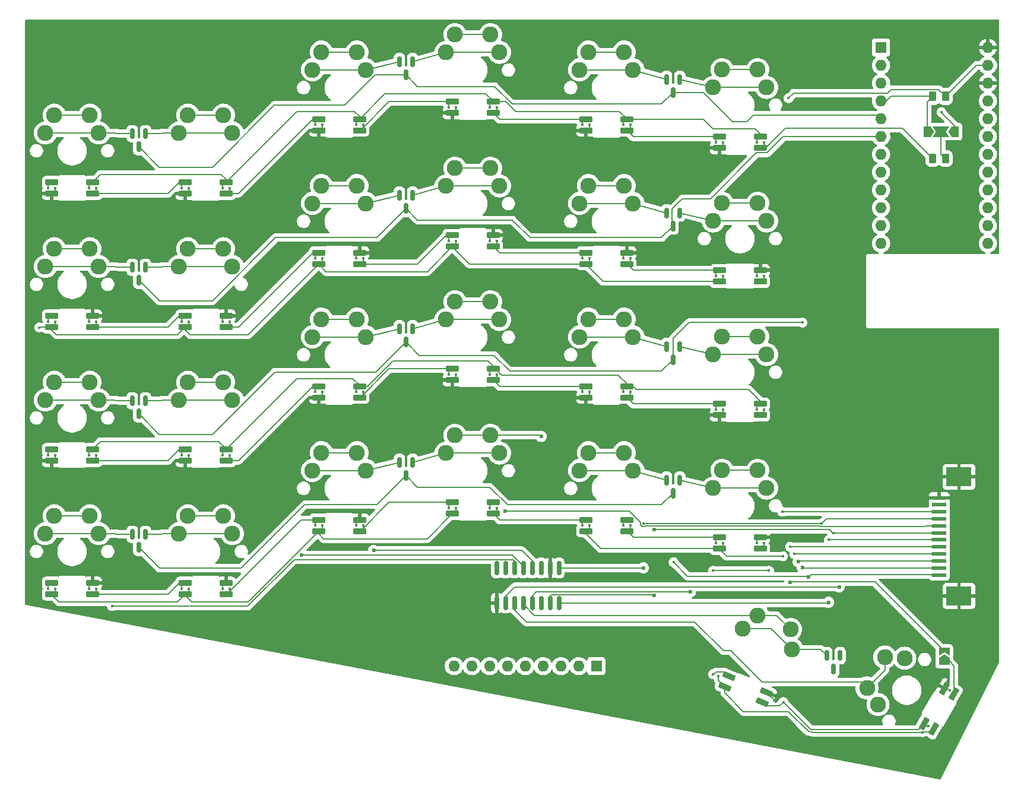
<source format=gbr>
%TF.GenerationSoftware,KiCad,Pcbnew,8.0.8-8.0.8-0~ubuntu22.04.1*%
%TF.CreationDate,2025-01-26T03:04:03-06:00*%
%TF.ProjectId,kbd,6b62642e-6b69-4636-9164-5f7063625858,rev?*%
%TF.SameCoordinates,Original*%
%TF.FileFunction,Copper,L2,Bot*%
%TF.FilePolarity,Positive*%
%FSLAX46Y46*%
G04 Gerber Fmt 4.6, Leading zero omitted, Abs format (unit mm)*
G04 Created by KiCad (PCBNEW 8.0.8-8.0.8-0~ubuntu22.04.1) date 2025-01-26 03:04:03*
%MOMM*%
%LPD*%
G01*
G04 APERTURE LIST*
G04 Aperture macros list*
%AMRoundRect*
0 Rectangle with rounded corners*
0 $1 Rounding radius*
0 $2 $3 $4 $5 $6 $7 $8 $9 X,Y pos of 4 corners*
0 Add a 4 corners polygon primitive as box body*
4,1,4,$2,$3,$4,$5,$6,$7,$8,$9,$2,$3,0*
0 Add four circle primitives for the rounded corners*
1,1,$1+$1,$2,$3*
1,1,$1+$1,$4,$5*
1,1,$1+$1,$6,$7*
1,1,$1+$1,$8,$9*
0 Add four rect primitives between the rounded corners*
20,1,$1+$1,$2,$3,$4,$5,0*
20,1,$1+$1,$4,$5,$6,$7,0*
20,1,$1+$1,$6,$7,$8,$9,0*
20,1,$1+$1,$8,$9,$2,$3,0*%
%AMFreePoly0*
4,1,6,1.000000,0.000000,0.500000,-0.750000,-0.500000,-0.750000,-0.500000,0.750000,0.500000,0.750000,1.000000,0.000000,1.000000,0.000000,$1*%
%AMFreePoly1*
4,1,6,0.500000,-0.750000,-0.650000,-0.750000,-0.150000,0.000000,-0.650000,0.750000,0.500000,0.750000,0.500000,-0.750000,0.500000,-0.750000,$1*%
%AMFreePoly2*
4,1,7,0.700000,0.000000,1.200000,-0.750000,-1.200000,-0.750000,-0.700000,0.000000,-1.200000,0.750000,1.200000,0.750000,0.700000,0.000000,0.700000,0.000000,$1*%
G04 Aperture macros list end*
%TA.AperFunction,SMDPad,CuDef*%
%ADD10RoundRect,0.082000X-0.818000X-0.328000X0.818000X-0.328000X0.818000X0.328000X-0.818000X0.328000X0*%
%TD*%
%TA.AperFunction,SMDPad,CuDef*%
%ADD11RoundRect,0.082000X0.818000X0.328000X-0.818000X0.328000X-0.818000X-0.328000X0.818000X-0.328000X0*%
%TD*%
%TA.AperFunction,ComponentPad*%
%ADD12C,2.286000*%
%TD*%
%TA.AperFunction,ComponentPad*%
%ADD13R,1.600000X1.600000*%
%TD*%
%TA.AperFunction,ComponentPad*%
%ADD14O,1.600000X1.600000*%
%TD*%
%TA.AperFunction,SMDPad,CuDef*%
%ADD15RoundRect,0.082000X-0.124944X-0.872409X0.693056X0.544409X0.124944X0.872409X-0.693056X-0.544409X0*%
%TD*%
%TA.AperFunction,SMDPad,CuDef*%
%ADD16RoundRect,0.082000X-0.881133X0.017692X0.624813X-0.621544X0.881133X-0.017692X-0.624813X0.621544X0*%
%TD*%
%TA.AperFunction,SMDPad,CuDef*%
%ADD17R,2.000000X0.610000*%
%TD*%
%TA.AperFunction,SMDPad,CuDef*%
%ADD18R,3.600000X2.680000*%
%TD*%
%TA.AperFunction,ComponentPad*%
%ADD19RoundRect,0.150000X-0.150000X0.587500X-0.150000X-0.587500X0.150000X-0.587500X0.150000X0.587500X0*%
%TD*%
%TA.AperFunction,SMDPad,CuDef*%
%ADD20RoundRect,0.150000X0.150000X-0.850000X0.150000X0.850000X-0.150000X0.850000X-0.150000X-0.850000X0*%
%TD*%
%TA.AperFunction,SMDPad,CuDef*%
%ADD21RoundRect,0.250000X0.262500X0.450000X-0.262500X0.450000X-0.262500X-0.450000X0.262500X-0.450000X0*%
%TD*%
%TA.AperFunction,SMDPad,CuDef*%
%ADD22FreePoly0,90.000000*%
%TD*%
%TA.AperFunction,SMDPad,CuDef*%
%ADD23FreePoly1,90.000000*%
%TD*%
%TA.AperFunction,SMDPad,CuDef*%
%ADD24FreePoly0,0.000000*%
%TD*%
%TA.AperFunction,SMDPad,CuDef*%
%ADD25FreePoly2,0.000000*%
%TD*%
%TA.AperFunction,SMDPad,CuDef*%
%ADD26FreePoly0,180.000000*%
%TD*%
%TA.AperFunction,SMDPad,CuDef*%
%ADD27RoundRect,0.250000X-0.262500X-0.450000X0.262500X-0.450000X0.262500X0.450000X-0.262500X0.450000X0*%
%TD*%
%TA.AperFunction,ViaPad*%
%ADD28C,0.400000*%
%TD*%
%TA.AperFunction,ViaPad*%
%ADD29C,0.600000*%
%TD*%
%TA.AperFunction,Conductor*%
%ADD30C,0.200000*%
%TD*%
G04 APERTURE END LIST*
D10*
%TO.P,LED35,1,DOUT*%
%TO.N,Net-(LED35-DOUT)*%
X158150000Y-116740000D03*
%TO.P,LED35,2,VSS*%
%TO.N,GND*%
X158150000Y-115160000D03*
%TO.P,LED35,3,DIN*%
%TO.N,Net-(LED34-DOUT)*%
X152350000Y-115160000D03*
%TO.P,LED35,4,VDD*%
%TO.N,+5V*%
X152350000Y-116740000D03*
%TD*%
D11*
%TO.P,LED01,1,DOUT*%
%TO.N,Net-(LED00-DIN)*%
X76150000Y-64510000D03*
%TO.P,LED01,2,VSS*%
%TO.N,GND*%
X76150000Y-66090000D03*
%TO.P,LED01,3,DIN*%
%TO.N,Net-(LED01-DIN)*%
X81950000Y-66090000D03*
%TO.P,LED01,4,VDD*%
%TO.N,+5V*%
X81950000Y-64510000D03*
%TD*%
D12*
%TO.P,SW04,1,1*%
%TO.N,COL4*%
X133660000Y-45920000D03*
X138740000Y-45920000D03*
%TO.P,SW04,2,2*%
%TO.N,Net-(D0405-A-Pad1)*%
X132390000Y-48460000D03*
X140010000Y-48460000D03*
%TD*%
D11*
%TO.P,LED04,1,DOUT*%
%TO.N,Net-(LED03-DIN)*%
X133300000Y-55510000D03*
%TO.P,LED04,2,VSS*%
%TO.N,GND*%
X133300000Y-57090000D03*
%TO.P,LED04,3,DIN*%
%TO.N,Net-(LED04-DIN)*%
X139100000Y-57090000D03*
%TO.P,LED04,4,VDD*%
%TO.N,+5V*%
X139100000Y-55510000D03*
%TD*%
D10*
%TO.P,LED30,1,DOUT*%
%TO.N,Net-(LED30-DOUT)*%
X62900000Y-123240000D03*
%TO.P,LED30,2,VSS*%
%TO.N,GND*%
X62900000Y-121660000D03*
%TO.P,LED30,3,DIN*%
%TO.N,Net-(LED20-DOUT)*%
X57100000Y-121660000D03*
%TO.P,LED30,4,VDD*%
%TO.N,+5V*%
X57100000Y-123240000D03*
%TD*%
D11*
%TO.P,LED20,1,DOUT*%
%TO.N,Net-(LED20-DOUT)*%
X57100000Y-102609999D03*
%TO.P,LED20,2,VSS*%
%TO.N,GND*%
X57100000Y-104189999D03*
%TO.P,LED20,3,DIN*%
%TO.N,Net-(LED20-DIN)*%
X62900000Y-104189999D03*
%TO.P,LED20,4,VDD*%
%TO.N,+5V*%
X62900000Y-102609999D03*
%TD*%
D12*
%TO.P,SW05,1,1*%
%TO.N,COL5*%
X152710000Y-48420000D03*
X157790000Y-48420000D03*
%TO.P,SW05,2,2*%
%TO.N,Net-(D0405-A-Pad2)*%
X151440000Y-50960000D03*
X159060000Y-50960000D03*
%TD*%
%TO.P,SW13,1,1*%
%TO.N,COL3*%
X114610000Y-62470000D03*
X119690000Y-62470000D03*
%TO.P,SW13,2,2*%
%TO.N,Net-(D1213-A-Pad2)*%
X113340000Y-65010000D03*
X120960000Y-65010000D03*
%TD*%
%TO.P,SW33,1,1*%
%TO.N,COL3*%
X114610000Y-100570000D03*
X119690000Y-100570000D03*
%TO.P,SW33,2,2*%
%TO.N,Net-(D3233-A-Pad2)*%
X113340000Y-103110000D03*
X120960000Y-103110000D03*
%TD*%
%TO.P,SW37,1,1*%
%TO.N,COL7*%
X173380591Y-136609705D03*
X175920591Y-132210295D03*
%TO.P,SW37,2,2*%
%TO.N,Net-(D3637-A-Pad2)*%
X174945295Y-138979557D03*
X178755295Y-132380443D03*
%TD*%
%TO.P,SW15,1,1*%
%TO.N,COL5*%
X152710000Y-67470000D03*
X157790000Y-67470000D03*
%TO.P,SW15,2,2*%
%TO.N,Net-(D1415-A-Pad2)*%
X151440000Y-70010000D03*
X159060000Y-70010000D03*
%TD*%
D10*
%TO.P,LED13,1,DOUT*%
%TO.N,Net-(LED13-DOUT)*%
X120050000Y-73640000D03*
%TO.P,LED13,2,VSS*%
%TO.N,GND*%
X120050000Y-72060000D03*
%TO.P,LED13,3,DIN*%
%TO.N,Net-(LED12-DOUT)*%
X114250000Y-72060000D03*
%TO.P,LED13,4,VDD*%
%TO.N,+5V*%
X114250000Y-73640000D03*
%TD*%
D12*
%TO.P,SW14,1,1*%
%TO.N,COL4*%
X133660000Y-64970000D03*
X138740000Y-64970000D03*
%TO.P,SW14,2,2*%
%TO.N,Net-(D1415-A-Pad1)*%
X132390000Y-67510000D03*
X140010000Y-67510000D03*
%TD*%
%TO.P,SW31,1,1*%
%TO.N,COL1*%
X76510000Y-112070000D03*
X81590000Y-112070000D03*
%TO.P,SW31,2,2*%
%TO.N,Net-(D3031-A-Pad2)*%
X75240000Y-114610000D03*
X82860000Y-114610000D03*
%TD*%
%TO.P,SW03,1,1*%
%TO.N,COL3*%
X114610000Y-43420000D03*
X119690000Y-43420000D03*
%TO.P,SW03,2,2*%
%TO.N,Net-(D0203-A-Pad2)*%
X113340000Y-45960000D03*
X120960000Y-45960000D03*
%TD*%
D13*
%TO.P,U1,1,A8*%
%TO.N,unconnected-(U1-A8-Pad1)*%
X175375000Y-45280000D03*
D14*
%TO.P,U1,2,A9*%
%TO.N,unconnected-(U1-A9-Pad2)*%
X175375000Y-47820000D03*
%TO.P,U1,3,B15*%
%TO.N,unconnected-(U1-B15-Pad3)*%
X175375000Y-50360000D03*
%TO.P,U1,4,B14*%
%TO.N,FT*%
X175375000Y-52900000D03*
%TO.P,U1,5,B13*%
%TO.N,ROW0*%
X175375000Y-55440000D03*
%TO.P,U1,6,B12*%
%TO.N,ROW1*%
X175375000Y-57980000D03*
%TO.P,U1,7,B11*%
%TO.N,unconnected-(U1-B11-Pad7)*%
X175375000Y-60520000D03*
%TO.P,U1,8,B10*%
%TO.N,unconnected-(U1-B10-Pad8)*%
X175375000Y-63060000D03*
%TO.P,U1,9,B7*%
%TO.N,ROW2*%
X175375000Y-65600000D03*
%TO.P,U1,10,B4*%
%TO.N,ROW3*%
X175375000Y-68140000D03*
%TO.P,U1,11,B23*%
%TO.N,unconnected-(U1-B23-Pad11)*%
X175375000Y-70680000D03*
%TO.P,U1,12,B22*%
%TO.N,unconnected-(U1-B22-Pad12)*%
X175375000Y-73220000D03*
%TO.P,U1,13,A4*%
%TO.N,unconnected-(U1-A4-Pad13)*%
X190615000Y-73220000D03*
%TO.P,U1,14,A5*%
%TO.N,unconnected-(U1-A5-Pad14)*%
X190615000Y-70680000D03*
%TO.P,U1,15,A15*%
%TO.N,MISO*%
X190615000Y-68140000D03*
%TO.P,U1,16,A14*%
%TO.N,unconnected-(U1-A14-Pad16)*%
X190615000Y-65600000D03*
%TO.P,U1,17,A13*%
%TO.N,SCK0*%
X190615000Y-63060000D03*
%TO.P,U1,18,A12*%
%TO.N,SCS*%
X190615000Y-60520000D03*
%TO.P,U1,19,A11*%
%TO.N,unconnected-(U1-A11-Pad19)*%
X190615000Y-57980000D03*
%TO.P,U1,20,A10*%
%TO.N,unconnected-(U1-A10-Pad20)*%
X190615000Y-55440000D03*
%TO.P,U1,21,3V3*%
%TO.N,+3V3*%
X190615000Y-52900000D03*
%TO.P,U1,22,G*%
%TO.N,GND*%
X190615000Y-50360000D03*
%TO.P,U1,23,5V*%
%TO.N,+5V*%
X190615000Y-47820000D03*
%TO.P,U1,24,G*%
%TO.N,GND*%
X190615000Y-45280000D03*
%TD*%
D10*
%TO.P,LED32,1,DOUT*%
%TO.N,Net-(LED32-DOUT)*%
X101000000Y-114240000D03*
%TO.P,LED32,2,VSS*%
%TO.N,GND*%
X101000000Y-112660000D03*
%TO.P,LED32,3,DIN*%
%TO.N,Net-(LED31-DOUT)*%
X95200000Y-112660000D03*
%TO.P,LED32,4,VDD*%
%TO.N,+5V*%
X95200000Y-114240000D03*
%TD*%
D11*
%TO.P,LED21,1,DOUT*%
%TO.N,Net-(LED20-DIN)*%
X76150000Y-102609999D03*
%TO.P,LED21,2,VSS*%
%TO.N,GND*%
X76150000Y-104189999D03*
%TO.P,LED21,3,DIN*%
%TO.N,Net-(LED21-DIN)*%
X81950000Y-104189999D03*
%TO.P,LED21,4,VDD*%
%TO.N,+5V*%
X81950000Y-102609999D03*
%TD*%
D12*
%TO.P,SW24,1,1*%
%TO.N,COL4*%
X133660000Y-84020000D03*
X138740000Y-84020000D03*
%TO.P,SW24,2,2*%
%TO.N,Net-(D2425-A-Pad1)*%
X132390000Y-86560000D03*
X140010000Y-86560000D03*
%TD*%
D15*
%TO.P,LED37,1,DOUT*%
%TO.N,Net-(JP2-A)*%
X185774160Y-137473526D03*
%TO.P,LED37,2,VSS*%
%TO.N,GND*%
X184405840Y-136683526D03*
%TO.P,LED37,3,DIN*%
%TO.N,Net-(LED36-DOUT)*%
X181505840Y-141706474D03*
%TO.P,LED37,4,VDD*%
%TO.N,+5V*%
X182874160Y-142496474D03*
%TD*%
D12*
%TO.P,SW21,1,1*%
%TO.N,COL1*%
X76510000Y-93020000D03*
X81590000Y-93020000D03*
%TO.P,SW21,2,2*%
%TO.N,Net-(D2021-A-Pad2)*%
X75240000Y-95560000D03*
X82860000Y-95560000D03*
%TD*%
D11*
%TO.P,LED23,1,DOUT*%
%TO.N,Net-(LED22-DIN)*%
X114250000Y-91109999D03*
%TO.P,LED23,2,VSS*%
%TO.N,GND*%
X114250000Y-92689999D03*
%TO.P,LED23,3,DIN*%
%TO.N,Net-(LED23-DIN)*%
X120050000Y-92689999D03*
%TO.P,LED23,4,VDD*%
%TO.N,+5V*%
X120050000Y-91109999D03*
%TD*%
D12*
%TO.P,SW34,1,1*%
%TO.N,COL4*%
X133660000Y-103070000D03*
X138740000Y-103070000D03*
%TO.P,SW34,2,2*%
%TO.N,Net-(D3435-A-Pad1)*%
X132390000Y-105610000D03*
X140010000Y-105610000D03*
%TD*%
D10*
%TO.P,LED31,1,DOUT*%
%TO.N,Net-(LED31-DOUT)*%
X81950000Y-123240000D03*
%TO.P,LED31,2,VSS*%
%TO.N,GND*%
X81950000Y-121660000D03*
%TO.P,LED31,3,DIN*%
%TO.N,Net-(LED30-DOUT)*%
X76150000Y-121660000D03*
%TO.P,LED31,4,VDD*%
%TO.N,+5V*%
X76150000Y-123240000D03*
%TD*%
D12*
%TO.P,SW11,1,1*%
%TO.N,COL1*%
X76510000Y-73970000D03*
X81590000Y-73970000D03*
%TO.P,SW11,2,2*%
%TO.N,Net-(D1011-A-Pad2)*%
X75240000Y-76510000D03*
X82860000Y-76510000D03*
%TD*%
D11*
%TO.P,LED24,1,DOUT*%
%TO.N,Net-(LED23-DIN)*%
X133300000Y-93609999D03*
%TO.P,LED24,2,VSS*%
%TO.N,GND*%
X133300000Y-95189999D03*
%TO.P,LED24,3,DIN*%
%TO.N,Net-(LED24-DIN)*%
X139100000Y-95189999D03*
%TO.P,LED24,4,VDD*%
%TO.N,+5V*%
X139100000Y-93609999D03*
%TD*%
%TO.P,LED25,1,DOUT*%
%TO.N,Net-(LED24-DIN)*%
X152350000Y-96109999D03*
%TO.P,LED25,2,VSS*%
%TO.N,GND*%
X152350000Y-97689999D03*
%TO.P,LED25,3,DIN*%
%TO.N,Net-(LED15-DOUT)*%
X158150000Y-97689999D03*
%TO.P,LED25,4,VDD*%
%TO.N,+5V*%
X158150000Y-96109999D03*
%TD*%
%TO.P,LED03,1,DOUT*%
%TO.N,Net-(LED02-DIN)*%
X114250000Y-53010000D03*
%TO.P,LED03,2,VSS*%
%TO.N,GND*%
X114250000Y-54590000D03*
%TO.P,LED03,3,DIN*%
%TO.N,Net-(LED03-DIN)*%
X120050000Y-54590000D03*
%TO.P,LED03,4,VDD*%
%TO.N,+5V*%
X120050000Y-53010000D03*
%TD*%
D10*
%TO.P,LED33,1,DOUT*%
%TO.N,Net-(LED33-DOUT)*%
X120050000Y-111740000D03*
%TO.P,LED33,2,VSS*%
%TO.N,GND*%
X120050000Y-110160000D03*
%TO.P,LED33,3,DIN*%
%TO.N,Net-(LED32-DOUT)*%
X114250000Y-110160000D03*
%TO.P,LED33,4,VDD*%
%TO.N,+5V*%
X114250000Y-111740000D03*
%TD*%
D16*
%TO.P,LED36,1,DOUT*%
%TO.N,Net-(LED36-DOUT)*%
X158430786Y-138698065D03*
%TO.P,LED36,2,VSS*%
%TO.N,GND*%
X159048142Y-137243667D03*
%TO.P,LED36,3,DIN*%
%TO.N,Net-(LED35-DOUT)*%
X153709214Y-134977427D03*
%TO.P,LED36,4,VDD*%
%TO.N,+5V*%
X153091858Y-136431825D03*
%TD*%
D12*
%TO.P,SW30,1,1*%
%TO.N,COL0*%
X57460000Y-112070000D03*
X62540000Y-112070000D03*
%TO.P,SW30,2,2*%
%TO.N,Net-(D3031-A-Pad1)*%
X56190000Y-114610000D03*
X63810000Y-114610000D03*
%TD*%
%TO.P,SW00,1,1*%
%TO.N,COL0*%
X57460000Y-54920000D03*
X62540000Y-54920000D03*
%TO.P,SW00,2,2*%
%TO.N,Net-(D0001-A-Pad1)*%
X56190000Y-57460000D03*
X63810000Y-57460000D03*
%TD*%
%TO.P,SW35,1,1*%
%TO.N,COL5*%
X152710000Y-105570000D03*
X157790000Y-105570000D03*
%TO.P,SW35,2,2*%
%TO.N,Net-(D3435-A-Pad2)*%
X151440000Y-108110000D03*
X159060000Y-108110000D03*
%TD*%
D10*
%TO.P,LED14,1,DOUT*%
%TO.N,Net-(LED14-DOUT)*%
X139100000Y-76140000D03*
%TO.P,LED14,2,VSS*%
%TO.N,GND*%
X139100000Y-74560000D03*
%TO.P,LED14,3,DIN*%
%TO.N,Net-(LED13-DOUT)*%
X133300000Y-74560000D03*
%TO.P,LED14,4,VDD*%
%TO.N,+5V*%
X133300000Y-76140000D03*
%TD*%
D11*
%TO.P,LED22,1,DOUT*%
%TO.N,Net-(LED21-DIN)*%
X95200000Y-93609999D03*
%TO.P,LED22,2,VSS*%
%TO.N,GND*%
X95200000Y-95189999D03*
%TO.P,LED22,3,DIN*%
%TO.N,Net-(LED22-DIN)*%
X101000000Y-95189999D03*
%TO.P,LED22,4,VDD*%
%TO.N,+5V*%
X101000000Y-93609999D03*
%TD*%
D10*
%TO.P,LED10,1,DOUT*%
%TO.N,Net-(LED10-DOUT)*%
X62900000Y-85140000D03*
%TO.P,LED10,2,VSS*%
%TO.N,GND*%
X62900000Y-83560000D03*
%TO.P,LED10,3,DIN*%
%TO.N,Net-(LED00-DOUT)*%
X57100000Y-83560000D03*
%TO.P,LED10,4,VDD*%
%TO.N,+5V*%
X57100000Y-85140000D03*
%TD*%
D12*
%TO.P,SW23,1,1*%
%TO.N,COL3*%
X114610000Y-81520000D03*
X119690000Y-81520000D03*
%TO.P,SW23,2,2*%
%TO.N,Net-(D2223-A-Pad2)*%
X113340000Y-84060000D03*
X120960000Y-84060000D03*
%TD*%
%TO.P,SW20,1,1*%
%TO.N,COL0*%
X57460000Y-93020000D03*
X62540000Y-93020000D03*
%TO.P,SW20,2,2*%
%TO.N,Net-(D2021-A-Pad1)*%
X56190000Y-95560000D03*
X63810000Y-95560000D03*
%TD*%
%TO.P,SW12,1,1*%
%TO.N,COL2*%
X95560000Y-64970000D03*
X100640000Y-64970000D03*
%TO.P,SW12,2,2*%
%TO.N,Net-(D1213-A-Pad1)*%
X94290000Y-67510000D03*
X101910000Y-67510000D03*
%TD*%
D10*
%TO.P,LED12,1,DOUT*%
%TO.N,Net-(LED12-DOUT)*%
X101000000Y-76140000D03*
%TO.P,LED12,2,VSS*%
%TO.N,GND*%
X101000000Y-74560000D03*
%TO.P,LED12,3,DIN*%
%TO.N,Net-(LED11-DOUT)*%
X95200000Y-74560000D03*
%TO.P,LED12,4,VDD*%
%TO.N,+5V*%
X95200000Y-76140000D03*
%TD*%
D11*
%TO.P,LED02,1,DOUT*%
%TO.N,Net-(LED01-DIN)*%
X95200000Y-55510000D03*
%TO.P,LED02,2,VSS*%
%TO.N,GND*%
X95200000Y-57090000D03*
%TO.P,LED02,3,DIN*%
%TO.N,Net-(LED02-DIN)*%
X101000000Y-57090000D03*
%TO.P,LED02,4,VDD*%
%TO.N,+5V*%
X101000000Y-55510000D03*
%TD*%
D12*
%TO.P,SW02,1,1*%
%TO.N,COL2*%
X95560000Y-45920000D03*
X100640000Y-45920000D03*
%TO.P,SW02,2,2*%
%TO.N,Net-(D0203-A-Pad1)*%
X94290000Y-48460000D03*
X101910000Y-48460000D03*
%TD*%
D10*
%TO.P,LED34,1,DOUT*%
%TO.N,Net-(LED34-DOUT)*%
X139100000Y-114240000D03*
%TO.P,LED34,2,VSS*%
%TO.N,GND*%
X139100000Y-112660000D03*
%TO.P,LED34,3,DIN*%
%TO.N,Net-(LED33-DOUT)*%
X133300000Y-112660000D03*
%TO.P,LED34,4,VDD*%
%TO.N,+5V*%
X133300000Y-114240000D03*
%TD*%
D11*
%TO.P,LED00,1,DOUT*%
%TO.N,Net-(LED00-DOUT)*%
X57100000Y-64510000D03*
%TO.P,LED00,2,VSS*%
%TO.N,GND*%
X57100000Y-66090000D03*
%TO.P,LED00,3,DIN*%
%TO.N,Net-(LED00-DIN)*%
X62900000Y-66090000D03*
%TO.P,LED00,4,VDD*%
%TO.N,+5V*%
X62900000Y-64510000D03*
%TD*%
D10*
%TO.P,LED15,1,DOUT*%
%TO.N,Net-(LED15-DOUT)*%
X158150000Y-78640000D03*
%TO.P,LED15,2,VSS*%
%TO.N,GND*%
X158150000Y-77060000D03*
%TO.P,LED15,3,DIN*%
%TO.N,Net-(LED14-DOUT)*%
X152350000Y-77060000D03*
%TO.P,LED15,4,VDD*%
%TO.N,+5V*%
X152350000Y-78640000D03*
%TD*%
%TO.P,LED11,1,DOUT*%
%TO.N,Net-(LED11-DOUT)*%
X81950000Y-85140000D03*
%TO.P,LED11,2,VSS*%
%TO.N,GND*%
X81950000Y-83560000D03*
%TO.P,LED11,3,DIN*%
%TO.N,Net-(LED10-DOUT)*%
X76150000Y-83560000D03*
%TO.P,LED11,4,VDD*%
%TO.N,+5V*%
X76150000Y-85140000D03*
%TD*%
D12*
%TO.P,SW01,1,1*%
%TO.N,COL1*%
X76510000Y-54920000D03*
X81590000Y-54920000D03*
%TO.P,SW01,2,2*%
%TO.N,Net-(D0001-A-Pad2)*%
X75240000Y-57460000D03*
X82860000Y-57460000D03*
%TD*%
%TO.P,SW25,1,1*%
%TO.N,COL5*%
X152710000Y-86520000D03*
X157790000Y-86520000D03*
%TO.P,SW25,2,2*%
%TO.N,Net-(D2425-A-Pad2)*%
X151440000Y-89060000D03*
X159060000Y-89060000D03*
%TD*%
D11*
%TO.P,LED05,1,DOUT*%
%TO.N,Net-(LED04-DIN)*%
X152350000Y-58010000D03*
%TO.P,LED05,2,VSS*%
%TO.N,GND*%
X152350000Y-59590000D03*
%TO.P,LED05,3,DIN*%
%TO.N,Net-(LED05-DIN)*%
X158150000Y-59590000D03*
%TO.P,LED05,4,VDD*%
%TO.N,+5V*%
X158150000Y-58010000D03*
%TD*%
D12*
%TO.P,SW10,1,1*%
%TO.N,COL0*%
X57460000Y-73970000D03*
X62540000Y-73970000D03*
%TO.P,SW10,2,2*%
%TO.N,Net-(D1011-A-Pad1)*%
X56190000Y-76510000D03*
X63810000Y-76510000D03*
%TD*%
%TO.P,SW36,1,1*%
%TO.N,COL6*%
X157796832Y-126281378D03*
X162472996Y-128266292D03*
%TO.P,SW36,2,2*%
%TO.N,Net-(D3637-A-Pad1)*%
X155635334Y-128123232D03*
X162649581Y-131100603D03*
%TD*%
%TO.P,SW22,1,1*%
%TO.N,COL2*%
X95560000Y-84020000D03*
X100640000Y-84020000D03*
%TO.P,SW22,2,2*%
%TO.N,Net-(D2223-A-Pad1)*%
X94290000Y-86560000D03*
X101910000Y-86560000D03*
%TD*%
%TO.P,SW32,1,1*%
%TO.N,COL2*%
X95560000Y-103070000D03*
X100640000Y-103070000D03*
%TO.P,SW32,2,2*%
%TO.N,Net-(D3233-A-Pad1)*%
X94290000Y-105610000D03*
X101910000Y-105610000D03*
%TD*%
D17*
%TO.P,J1,1,Pin_1*%
%TO.N,GND*%
X183700000Y-109500000D03*
%TO.P,J1,2,Pin_2*%
%TO.N,unconnected-(J1-Pin_2-Pad2)*%
X183700000Y-110500000D03*
%TO.P,J1,3,Pin_3*%
%TO.N,+5V*%
X183700000Y-111500000D03*
%TO.P,J1,4,Pin_4*%
%TO.N,+3V3*%
X183700000Y-112500000D03*
%TO.P,J1,5,Pin_5*%
%TO.N,DS*%
X183700000Y-113500000D03*
%TO.P,J1,6,Pin_6*%
%TO.N,SCK0*%
X183700000Y-114500000D03*
%TO.P,J1,7,Pin_7*%
%TO.N,SCS*%
X183700000Y-115500000D03*
%TO.P,J1,8,Pin_8*%
%TO.N,LED_R*%
X183700000Y-116500000D03*
%TO.P,J1,9,Pin_9*%
%TO.N,ROW0*%
X183700000Y-117500000D03*
%TO.P,J1,10,Pin_10*%
%TO.N,ROW1*%
X183700000Y-118500000D03*
%TO.P,J1,11,Pin_11*%
%TO.N,ROW2*%
X183700000Y-119500000D03*
%TO.P,J1,12,Pin_12*%
%TO.N,ROW3*%
X183700000Y-120500000D03*
D18*
%TO.P,J1,MP,MountPin*%
%TO.N,GND*%
X186500000Y-106510000D03*
X186500000Y-123490000D03*
%TD*%
D19*
%TO.P,D2425,1,A*%
%TO.N,Net-(D2425-A-Pad1)*%
X144775000Y-87912500D03*
%TO.P,D2425,2,A*%
%TO.N,Net-(D2425-A-Pad2)*%
X146675000Y-87912500D03*
%TO.P,D2425,3,K*%
%TO.N,ROW2*%
X145725000Y-89787500D03*
%TD*%
D20*
%TO.P,U2,1,~{PL}*%
%TO.N,SCS*%
X129445000Y-124500000D03*
%TO.P,U2,2,CP*%
%TO.N,SCK0*%
X128175000Y-124500000D03*
%TO.P,U2,3,D4*%
%TO.N,COL4*%
X126905000Y-124500000D03*
%TO.P,U2,4,D5*%
%TO.N,COL5*%
X125635000Y-124500000D03*
%TO.P,U2,5,D6*%
%TO.N,COL6*%
X124365000Y-124500000D03*
%TO.P,U2,6,D7*%
%TO.N,COL7*%
X123095000Y-124500000D03*
%TO.P,U2,7,~{Q7}*%
%TO.N,MISO*%
X121825000Y-124500000D03*
%TO.P,U2,8,GND*%
%TO.N,GND*%
X120555000Y-124500000D03*
%TO.P,U2,9,Q7*%
%TO.N,unconnected-(U2-Q7-Pad9)*%
X120555000Y-119500000D03*
%TO.P,U2,10,DS*%
%TO.N,DS*%
X121825000Y-119500000D03*
%TO.P,U2,11,D0*%
%TO.N,COL0*%
X123095000Y-119500000D03*
%TO.P,U2,12,D1*%
%TO.N,COL1*%
X124365000Y-119500000D03*
%TO.P,U2,13,D2*%
%TO.N,COL2*%
X125635000Y-119500000D03*
%TO.P,U2,14,D3*%
%TO.N,COL3*%
X126905000Y-119500000D03*
%TO.P,U2,15,~{CE}*%
%TO.N,GND*%
X128175000Y-119500000D03*
%TO.P,U2,16,VCC*%
%TO.N,+3V3*%
X129445000Y-119500000D03*
%TD*%
D19*
%TO.P,D0001,1,A*%
%TO.N,Net-(D0001-A-Pad1)*%
X68575000Y-57562500D03*
%TO.P,D0001,2,A*%
%TO.N,Net-(D0001-A-Pad2)*%
X70475000Y-57562500D03*
%TO.P,D0001,3,K*%
%TO.N,ROW0*%
X69525000Y-59437500D03*
%TD*%
%TO.P,D3435,1,A*%
%TO.N,Net-(D3435-A-Pad1)*%
X144775000Y-106962500D03*
%TO.P,D3435,2,A*%
%TO.N,Net-(D3435-A-Pad2)*%
X146675000Y-106962500D03*
%TO.P,D3435,3,K*%
%TO.N,ROW3*%
X145725000Y-108837500D03*
%TD*%
%TO.P,D0405,1,A*%
%TO.N,Net-(D0405-A-Pad1)*%
X144775000Y-49812500D03*
%TO.P,D0405,2,A*%
%TO.N,Net-(D0405-A-Pad2)*%
X146675000Y-49812500D03*
%TO.P,D0405,3,K*%
%TO.N,ROW0*%
X145725000Y-51687500D03*
%TD*%
%TO.P,D1415,1,A*%
%TO.N,Net-(D1415-A-Pad1)*%
X144775000Y-68862500D03*
%TO.P,D1415,2,A*%
%TO.N,Net-(D1415-A-Pad2)*%
X146675000Y-68862500D03*
%TO.P,D1415,3,K*%
%TO.N,ROW1*%
X145725000Y-70737500D03*
%TD*%
D13*
%TO.P,RN1,1,common*%
%TO.N,+3V3*%
X134795000Y-133500000D03*
D14*
%TO.P,RN1,2,R1*%
%TO.N,COL4*%
X132255000Y-133500000D03*
%TO.P,RN1,3,R2*%
%TO.N,COL3*%
X129715000Y-133500000D03*
%TO.P,RN1,4,R3*%
%TO.N,COL5*%
X127175000Y-133500000D03*
%TO.P,RN1,5,R4*%
%TO.N,COL2*%
X124635000Y-133500000D03*
%TO.P,RN1,6,R5*%
%TO.N,COL6*%
X122095000Y-133500000D03*
%TO.P,RN1,7,R6*%
%TO.N,COL1*%
X119555000Y-133500000D03*
%TO.P,RN1,8,R7*%
%TO.N,COL7*%
X117015000Y-133500000D03*
%TO.P,RN1,9,R8*%
%TO.N,COL0*%
X114475000Y-133500000D03*
%TD*%
D21*
%TO.P,R1,1*%
%TO.N,+5V*%
X184572500Y-52255000D03*
%TO.P,R1,2*%
%TO.N,FT*%
X182747500Y-52255000D03*
%TD*%
D22*
%TO.P,JP2,1,A*%
%TO.N,Net-(JP2-A)*%
X184400000Y-132850000D03*
D23*
%TO.P,JP2,2,B*%
%TO.N,LED_R*%
X184400000Y-131400000D03*
%TD*%
D19*
%TO.P,D3031,1,A*%
%TO.N,Net-(D3031-A-Pad1)*%
X68575000Y-114712500D03*
%TO.P,D3031,2,A*%
%TO.N,Net-(D3031-A-Pad2)*%
X70475000Y-114712500D03*
%TO.P,D3031,3,K*%
%TO.N,ROW3*%
X69525000Y-116587500D03*
%TD*%
%TO.P,D3233,1,A*%
%TO.N,Net-(D3233-A-Pad1)*%
X106675000Y-104462500D03*
%TO.P,D3233,2,A*%
%TO.N,Net-(D3233-A-Pad2)*%
X108575000Y-104462500D03*
%TO.P,D3233,3,K*%
%TO.N,ROW3*%
X107625000Y-106337500D03*
%TD*%
%TO.P,D1011,1,A*%
%TO.N,Net-(D1011-A-Pad1)*%
X68575000Y-76612500D03*
%TO.P,D1011,2,A*%
%TO.N,Net-(D1011-A-Pad2)*%
X70475000Y-76612500D03*
%TO.P,D1011,3,K*%
%TO.N,ROW1*%
X69525000Y-78487500D03*
%TD*%
%TO.P,D0203,1,A*%
%TO.N,Net-(D0203-A-Pad1)*%
X106675000Y-47312500D03*
%TO.P,D0203,2,A*%
%TO.N,Net-(D0203-A-Pad2)*%
X108575000Y-47312500D03*
%TO.P,D0203,3,K*%
%TO.N,ROW0*%
X107625000Y-49187500D03*
%TD*%
%TO.P,D3637,1,A*%
%TO.N,Net-(D3637-A-Pad1)*%
X167650000Y-132012500D03*
%TO.P,D3637,2,A*%
%TO.N,Net-(D3637-A-Pad2)*%
X169550000Y-132012500D03*
%TO.P,D3637,3,K*%
%TO.N,ROW3*%
X168600000Y-133887500D03*
%TD*%
%TO.P,D1213,1,A*%
%TO.N,Net-(D1213-A-Pad1)*%
X106675000Y-66362500D03*
%TO.P,D1213,2,A*%
%TO.N,Net-(D1213-A-Pad2)*%
X108575000Y-66362500D03*
%TO.P,D1213,3,K*%
%TO.N,ROW1*%
X107625000Y-68237500D03*
%TD*%
%TO.P,D2223,1,A*%
%TO.N,Net-(D2223-A-Pad1)*%
X106675000Y-85412500D03*
%TO.P,D2223,2,A*%
%TO.N,Net-(D2223-A-Pad2)*%
X108575000Y-85412500D03*
%TO.P,D2223,3,K*%
%TO.N,ROW2*%
X107625000Y-87287500D03*
%TD*%
%TO.P,D2021,1,A*%
%TO.N,Net-(D2021-A-Pad1)*%
X68575000Y-95662500D03*
%TO.P,D2021,2,A*%
%TO.N,Net-(D2021-A-Pad2)*%
X70475000Y-95662500D03*
%TO.P,D2021,3,K*%
%TO.N,ROW2*%
X69525000Y-97537500D03*
%TD*%
D24*
%TO.P,JP1,1,A*%
%TO.N,FT*%
X181960000Y-57255000D03*
D25*
%TO.P,JP1,2,C*%
%TO.N,Net-(JP1-C)*%
X183960000Y-57255000D03*
D26*
%TO.P,JP1,3,B*%
%TO.N,LED_R*%
X185960000Y-57255000D03*
%TD*%
D27*
%TO.P,R2,1*%
%TO.N,Net-(LED05-DIN)*%
X182747500Y-61100000D03*
%TO.P,R2,2*%
%TO.N,Net-(JP1-C)*%
X184572500Y-61100000D03*
%TD*%
D28*
%TO.N,ROW0*%
X182700000Y-117500000D03*
X163000000Y-117500000D03*
%TO.N,ROW1*%
X182700000Y-118500000D03*
D29*
X163570000Y-118600000D03*
D28*
%TO.N,ROW2*%
X164175000Y-84500000D03*
X182700000Y-119500000D03*
D29*
X164170000Y-119430000D03*
D28*
%TO.N,ROW3*%
X145800000Y-118700000D03*
X182700000Y-120500000D03*
D29*
X165050000Y-120800000D03*
D28*
%TO.N,GND*%
X157650000Y-77850000D03*
X100500000Y-75350000D03*
X119550000Y-72850000D03*
X62400000Y-84350000D03*
X138600000Y-75350000D03*
X133800000Y-94400000D03*
X133800000Y-56300000D03*
X81450000Y-122450000D03*
X62400000Y-122450000D03*
X100500000Y-113450000D03*
X152850000Y-58800000D03*
X81450000Y-84350000D03*
X95700000Y-56300000D03*
X57600000Y-65300000D03*
X95700000Y-94400000D03*
X76650000Y-65300000D03*
X119550000Y-110950000D03*
X185200000Y-137000000D03*
X76650000Y-103400000D03*
X138600000Y-113450000D03*
X114750000Y-91900000D03*
X57600000Y-103400000D03*
X157650000Y-115950000D03*
X114750000Y-53800000D03*
X152850000Y-96900000D03*
X160410000Y-138600000D03*
%TO.N,SCK0*%
X128175000Y-124500000D03*
X168600000Y-114500000D03*
D29*
X143000000Y-123400000D03*
D28*
X182700000Y-114500000D03*
D29*
X143000000Y-114000000D03*
D28*
%TO.N,SCS*%
X129445000Y-124500000D03*
X182700000Y-115500000D03*
D29*
X167900000Y-124400000D03*
D28*
X167925000Y-115500000D03*
D29*
%TO.N,MISO*%
X169400000Y-122200000D03*
D28*
%TO.N,+3V3*%
X182700000Y-112500000D03*
X166925000Y-113175000D03*
D29*
X141475000Y-119500000D03*
D28*
X141475000Y-113200000D03*
X129445000Y-119500000D03*
D29*
%TO.N,DS*%
X121800000Y-111400000D03*
D28*
X182700000Y-113500000D03*
X121825000Y-119500000D03*
%TO.N,+5V*%
X62400000Y-103400000D03*
X138600000Y-94400000D03*
X152850000Y-77850000D03*
X114750000Y-72850000D03*
X55300000Y-85200000D03*
X100500000Y-56300000D03*
X76650000Y-84350000D03*
X157650000Y-96900000D03*
X114750000Y-110950000D03*
X161300000Y-111500000D03*
X152850000Y-115950000D03*
X133800000Y-113450000D03*
X100500000Y-94400000D03*
X76650000Y-122450000D03*
X119550000Y-53800000D03*
X119550000Y-91900000D03*
X182700000Y-111500000D03*
X161400000Y-117850000D03*
X81450000Y-65300000D03*
X95700000Y-75350000D03*
X157650000Y-58800000D03*
X162200000Y-52500000D03*
X81450000Y-103400000D03*
X62400000Y-65300000D03*
X181279828Y-142947907D03*
X133800000Y-75350000D03*
X57600000Y-84350000D03*
X57600000Y-122450000D03*
X95700000Y-113450000D03*
X138600000Y-56300000D03*
X152170000Y-134930000D03*
%TO.N,Net-(LED00-DOUT)*%
X56600000Y-65300000D03*
X56600000Y-84350000D03*
%TO.N,Net-(LED00-DIN)*%
X75650000Y-65300000D03*
X63400000Y-65300000D03*
%TO.N,Net-(LED01-DIN)*%
X94700000Y-56300000D03*
X82450000Y-65300000D03*
%TO.N,Net-(LED02-DIN)*%
X101500000Y-56300000D03*
X113750000Y-53800000D03*
%TO.N,Net-(LED03-DIN)*%
X132800000Y-56300000D03*
X120550000Y-53800000D03*
%TO.N,Net-(LED04-DIN)*%
X139600000Y-56300000D03*
X151850000Y-58800000D03*
%TO.N,Net-(LED12-DOUT)*%
X101500000Y-75350000D03*
X113750000Y-72850000D03*
%TO.N,Net-(LED20-DIN)*%
X63400000Y-103400000D03*
X75650000Y-103400000D03*
%TO.N,Net-(LED21-DIN)*%
X82450000Y-103400000D03*
X94700000Y-94400000D03*
%TO.N,Net-(LED22-DIN)*%
X113750000Y-91900000D03*
X101500000Y-94400000D03*
%TO.N,Net-(LED23-DIN)*%
X120550000Y-91900000D03*
X132800000Y-94400000D03*
%TO.N,Net-(LED24-DIN)*%
X151850000Y-96900000D03*
X139600000Y-94400000D03*
%TO.N,Net-(LED10-DOUT)*%
X63400000Y-84350000D03*
X75650000Y-84350000D03*
%TO.N,Net-(LED11-DOUT)*%
X94700000Y-75350000D03*
X82450000Y-84350000D03*
%TO.N,Net-(LED13-DOUT)*%
X120550000Y-72850000D03*
X132800000Y-75350000D03*
%TO.N,Net-(LED14-DOUT)*%
X151850000Y-77850000D03*
X139600000Y-75350000D03*
%TO.N,Net-(LED15-DOUT)*%
X158650000Y-96900000D03*
X158650000Y-77850000D03*
%TO.N,Net-(LED30-DOUT)*%
X63400000Y-122450000D03*
X75650000Y-122450000D03*
%TO.N,Net-(LED31-DOUT)*%
X94700000Y-113450000D03*
X82450000Y-122450000D03*
%TO.N,Net-(LED20-DOUT)*%
X56600000Y-122450000D03*
X56600000Y-103400000D03*
%TO.N,Net-(LED32-DOUT)*%
X113750000Y-110950000D03*
X101500000Y-113450000D03*
%TO.N,Net-(LED33-DOUT)*%
X120550000Y-110950000D03*
X132800000Y-113450000D03*
%TO.N,Net-(LED34-DOUT)*%
X139600000Y-113450000D03*
X151850000Y-115950000D03*
%TO.N,COL4*%
X126905000Y-124500000D03*
%TO.N,COL7*%
X123095000Y-124500000D03*
D29*
%TO.N,COL2*%
X103020000Y-117000000D03*
D28*
X125635000Y-119500000D03*
D29*
%TO.N,COL1*%
X92700000Y-117700000D03*
D28*
X124365000Y-119500000D03*
%TO.N,COL3*%
X126905000Y-119500000D03*
D29*
X126905000Y-100743000D03*
D28*
%TO.N,COL0*%
X123095000Y-119500000D03*
X65690000Y-124950000D03*
%TO.N,COL5*%
X125635000Y-124500000D03*
D29*
X148200000Y-122900000D03*
D28*
%TO.N,COL6*%
X124365000Y-124500000D03*
%TO.N,LED_R*%
X162425000Y-116500000D03*
X184010000Y-54490000D03*
X182700000Y-116500000D03*
D29*
X162400000Y-121600000D03*
D28*
%TO.N,Net-(LED35-DOUT)*%
X159400000Y-119900000D03*
X151400000Y-119900000D03*
X158650000Y-115950000D03*
X151418162Y-134656605D03*
%TO.N,Net-(LED36-DOUT)*%
X182120718Y-142061475D03*
X161440000Y-138640000D03*
%TO.N,Net-(JP2-A)*%
X184400000Y-132850000D03*
%TO.N,Net-(LED05-DIN)*%
X158650000Y-58800000D03*
%TD*%
D30*
%TO.N,ROW0*%
X156220875Y-55843900D02*
X154212229Y-55843900D01*
X80020875Y-62343900D02*
X72431400Y-62343900D01*
X98914775Y-53500000D02*
X88864775Y-53500000D01*
X88864775Y-53500000D02*
X80020875Y-62343900D01*
X182700000Y-117500000D02*
X183700000Y-117500000D01*
X175620000Y-54900000D02*
X157164775Y-54900000D01*
X163000000Y-117500000D02*
X183700000Y-117500000D01*
X145725000Y-51687500D02*
X144068600Y-53343900D01*
X150055829Y-51687500D02*
X145725000Y-51687500D01*
X120263900Y-50843900D02*
X109281400Y-50843900D01*
X72431400Y-62343900D02*
X69525000Y-59437500D01*
X122763900Y-53343900D02*
X120263900Y-50843900D01*
X157164775Y-54900000D02*
X156220875Y-55843900D01*
X144068600Y-53343900D02*
X122763900Y-53343900D01*
X109281400Y-50843900D02*
X107625000Y-49187500D01*
X103223211Y-49191564D02*
X98914775Y-53500000D01*
X107625000Y-49187500D02*
X103223211Y-49187500D01*
X154212229Y-55843900D02*
X150055829Y-51687500D01*
X103223211Y-49187500D02*
X103223211Y-49191564D01*
%TO.N,ROW1*%
X122808675Y-69893900D02*
X109281400Y-69893900D01*
X147027711Y-66872289D02*
X145600000Y-68300000D01*
X109281400Y-69893900D02*
X107625000Y-68237500D01*
X145725000Y-70737500D02*
X144068600Y-72393900D01*
X163570000Y-118600000D02*
X163670000Y-118500000D01*
X145600000Y-68300000D02*
X145600000Y-70612500D01*
X103468600Y-72393900D02*
X89020875Y-72393900D01*
X107625000Y-68237500D02*
X103468600Y-72393900D01*
X159128500Y-60300000D02*
X157600000Y-60300000D01*
X125308675Y-72393900D02*
X122808675Y-69893900D01*
X80020875Y-81393900D02*
X72420000Y-81393900D01*
X161428500Y-58000000D02*
X159128500Y-60300000D01*
X144068600Y-72393900D02*
X125308675Y-72393900D01*
X157600000Y-60300000D02*
X151027711Y-66872289D01*
X69525000Y-78487500D02*
X72420000Y-81382500D01*
X151027711Y-66872289D02*
X147027711Y-66872289D01*
X163670000Y-118500000D02*
X183700000Y-118500000D01*
X72420000Y-81382500D02*
X72420000Y-81393900D01*
X182700000Y-118500000D02*
X183700000Y-118500000D01*
X176140000Y-58000000D02*
X161428500Y-58000000D01*
X89020875Y-72393900D02*
X80020875Y-81393900D01*
%TO.N,ROW2*%
X109527500Y-89190000D02*
X107625000Y-87287500D01*
X148009448Y-84500000D02*
X145725000Y-86784448D01*
X164175000Y-84500000D02*
X148009448Y-84500000D01*
X164240000Y-119500000D02*
X183700000Y-119500000D01*
X145725000Y-89787500D02*
X144068600Y-91443900D01*
X120190000Y-89190000D02*
X109527500Y-89190000D01*
X122443900Y-91443900D02*
X120190000Y-89190000D01*
X182700000Y-119500000D02*
X183700000Y-119500000D01*
X103335500Y-91577000D02*
X88887775Y-91577000D01*
X164170000Y-119430000D02*
X164240000Y-119500000D01*
X144068600Y-91443900D02*
X122443900Y-91443900D01*
X72431400Y-100443900D02*
X69525000Y-97537500D01*
X107625000Y-87287500D02*
X103335500Y-91577000D01*
X88887775Y-91577000D02*
X80020875Y-100443900D01*
X80020875Y-100443900D02*
X72431400Y-100443900D01*
X145725000Y-86784448D02*
X145725000Y-89787500D01*
%TO.N,ROW3*%
X119572400Y-107993900D02*
X109281400Y-107993900D01*
X103468600Y-110493900D02*
X93156100Y-110493900D01*
X147800000Y-120700000D02*
X145800000Y-118700000D01*
X93156100Y-110493900D02*
X84100000Y-119550000D01*
X165050000Y-120800000D02*
X164950000Y-120700000D01*
X165420000Y-120430000D02*
X183630000Y-120430000D01*
X72487500Y-119550000D02*
X69525000Y-116587500D01*
X144068600Y-110493900D02*
X122072400Y-110493900D01*
X164950000Y-120700000D02*
X147800000Y-120700000D01*
X182700000Y-120500000D02*
X183700000Y-120500000D01*
X107625000Y-106337500D02*
X103468600Y-110493900D01*
X109281400Y-107993900D02*
X107625000Y-106337500D01*
X165050000Y-120800000D02*
X165420000Y-120430000D01*
X145725000Y-108837500D02*
X144068600Y-110493900D01*
X122072400Y-110493900D02*
X119572400Y-107993900D01*
X84100000Y-119550000D02*
X72487500Y-119550000D01*
%TO.N,Net-(JP1-C)*%
X183960000Y-57255000D02*
X183960000Y-60487500D01*
X183960000Y-60487500D02*
X184572500Y-61100000D01*
%TO.N,GND*%
X119550000Y-72060000D02*
X119550000Y-72850000D01*
X152850000Y-97690000D02*
X152850000Y-96900000D01*
X114750000Y-54590000D02*
X114750000Y-53800000D01*
X185200000Y-137000000D02*
X184883526Y-136683526D01*
X57600000Y-104190000D02*
X57600000Y-103400000D01*
X182700000Y-109500000D02*
X183700000Y-109500000D01*
X157650000Y-77060000D02*
X157650000Y-77850000D01*
X157650000Y-115160000D02*
X157650000Y-115950000D01*
X119550000Y-110160000D02*
X119550000Y-110950000D01*
X76650000Y-66090000D02*
X76650000Y-65300000D01*
X159053667Y-137243667D02*
X160410000Y-138600000D01*
X95700000Y-95190000D02*
X95700000Y-94400000D01*
X62400000Y-121660000D02*
X62400000Y-122450000D01*
X138600000Y-112660000D02*
X138600000Y-113450000D01*
X81450000Y-121660000D02*
X81450000Y-122450000D01*
X57600000Y-66090000D02*
X57600000Y-65300000D01*
X184883526Y-136683526D02*
X184405840Y-136683526D01*
X133800000Y-95190000D02*
X133800000Y-94400000D01*
X100500000Y-74560000D02*
X100500000Y-75350000D01*
X62400000Y-83560000D02*
X62400000Y-84350000D01*
X138600000Y-74560000D02*
X138600000Y-75350000D01*
X133800000Y-57090000D02*
X133800000Y-56300000D01*
X81450000Y-83560000D02*
X81450000Y-84350000D01*
X76650000Y-104190000D02*
X76650000Y-103400000D01*
X152850000Y-59590000D02*
X152850000Y-58800000D01*
X114750000Y-92690000D02*
X114750000Y-91900000D01*
X95700000Y-57090000D02*
X95700000Y-56300000D01*
X100500000Y-112660000D02*
X100500000Y-113450000D01*
%TO.N,SCK0*%
X128175000Y-123500001D02*
X128175000Y-124500000D01*
X142900000Y-123300000D02*
X128375001Y-123300000D01*
X143000000Y-123400000D02*
X142900000Y-123300000D01*
X168600000Y-114500000D02*
X183700000Y-114500000D01*
X168500000Y-114500000D02*
X168000000Y-114000000D01*
X128375001Y-123300000D02*
X128175000Y-123500001D01*
X182700000Y-114500000D02*
X183700000Y-114500000D01*
X168000000Y-114000000D02*
X143000000Y-114000000D01*
X168600000Y-114500000D02*
X168500000Y-114500000D01*
%TO.N,SCS*%
X182700000Y-115500000D02*
X183700000Y-115500000D01*
X167800000Y-124500000D02*
X167900000Y-124400000D01*
X129445000Y-124500000D02*
X167800000Y-124500000D01*
X167925000Y-115500000D02*
X183700000Y-115500000D01*
%TO.N,MISO*%
X121825000Y-123500001D02*
X121825000Y-124500000D01*
X169400000Y-122200000D02*
X123125001Y-122200000D01*
X123125001Y-122200000D02*
X121825000Y-123500001D01*
%TO.N,+3V3*%
X129445000Y-119500000D02*
X141475000Y-119500000D01*
X183700000Y-112500000D02*
X182700000Y-112500000D01*
X166925000Y-113175000D02*
X167600000Y-112500000D01*
X166925000Y-113175000D02*
X141500000Y-113175000D01*
X181700000Y-112500000D02*
X183700000Y-112500000D01*
X141500000Y-113175000D02*
X141475000Y-113200000D01*
X182700000Y-112500000D02*
X167600000Y-112500000D01*
%TO.N,DS*%
X182700000Y-113500000D02*
X183700000Y-113500000D01*
X181700000Y-113500000D02*
X182700000Y-113500000D01*
X141640686Y-113600000D02*
X141765686Y-113475000D01*
X166659314Y-113475000D02*
X166759314Y-113575000D01*
X141075000Y-113365686D02*
X141309314Y-113600000D01*
X139440686Y-111400000D02*
X141075000Y-113034314D01*
X166759314Y-113575000D02*
X181625000Y-113575000D01*
X121800000Y-111400000D02*
X139440686Y-111400000D01*
X141765686Y-113475000D02*
X166659314Y-113475000D01*
X141075000Y-113034314D02*
X141075000Y-113365686D01*
X141309314Y-113600000D02*
X141640686Y-113600000D01*
%TO.N,Net-(D0001-A-Pad2)*%
X75240000Y-57460000D02*
X70475000Y-57562500D01*
X75240000Y-57460000D02*
X82860000Y-57460000D01*
%TO.N,Net-(D0001-A-Pad1)*%
X56190000Y-57460000D02*
X63810000Y-57460000D01*
X63810000Y-57460000D02*
X68575000Y-57562500D01*
%TO.N,Net-(D0203-A-Pad1)*%
X101910000Y-48460000D02*
X106675000Y-47312500D01*
X94290000Y-48460000D02*
X101910000Y-48460000D01*
%TO.N,Net-(D0203-A-Pad2)*%
X113340000Y-45960000D02*
X120960000Y-45960000D01*
X113340000Y-45960000D02*
X108575000Y-47312500D01*
%TO.N,FT*%
X182747500Y-52255000D02*
X176805000Y-52255000D01*
X182747500Y-52255000D02*
X181960000Y-53042500D01*
X181960000Y-53042500D02*
X181960000Y-57255000D01*
X176805000Y-52255000D02*
X176160000Y-52900000D01*
%TO.N,+5V*%
X189007500Y-47820000D02*
X184572500Y-52255000D01*
X135724315Y-78640000D02*
X133300000Y-76215685D01*
X64010000Y-101499999D02*
X62900000Y-102609999D01*
X76650000Y-123240000D02*
X76650000Y-122450000D01*
X77090000Y-124350000D02*
X76150000Y-123410000D01*
X64010000Y-63400000D02*
X62900000Y-64510000D01*
X85090000Y-124350000D02*
X77090000Y-124350000D01*
X152170000Y-135509967D02*
X153091858Y-136431825D01*
X114250000Y-111740000D02*
X110640000Y-115350000D01*
X157650000Y-58010000D02*
X157650000Y-58800000D01*
X95200000Y-114650000D02*
X95200000Y-114240000D01*
X100500000Y-93610000D02*
X100500000Y-94400000D01*
X138065685Y-54400000D02*
X139100000Y-55434315D01*
X162900000Y-51800000D02*
X162200000Y-52500000D01*
X62400000Y-64510000D02*
X62400000Y-65300000D01*
X58134315Y-124350000D02*
X57100000Y-123315685D01*
X183572500Y-51255000D02*
X176820635Y-51255000D01*
X184572500Y-52255000D02*
X183572500Y-51255000D01*
X155752515Y-140000000D02*
X153091858Y-137339343D01*
X191400000Y-47820000D02*
X189007500Y-47820000D01*
X119015685Y-51900000D02*
X120050000Y-52934315D01*
X150010000Y-55510000D02*
X151400000Y-56900000D01*
X120050000Y-53010000D02*
X121864314Y-53010000D01*
X92060000Y-54400000D02*
X81950000Y-64510000D01*
X105732815Y-89999999D02*
X102122815Y-93609999D01*
X158150000Y-57600000D02*
X158150000Y-58010000D01*
X95700000Y-76140000D02*
X95700000Y-75350000D01*
X100500000Y-55510000D02*
X100500000Y-56300000D01*
X116674315Y-76140000D02*
X114250000Y-73715685D01*
X157450000Y-56900000D02*
X158150000Y-57600000D01*
X140450001Y-94060000D02*
X140000000Y-93609999D01*
X100300000Y-54400000D02*
X92060000Y-54400000D01*
X81950000Y-64100000D02*
X81250000Y-63400000D01*
X152850000Y-116740000D02*
X152850000Y-115950000D01*
X181365961Y-142861774D02*
X182508860Y-142861774D01*
X104610000Y-51900000D02*
X119015685Y-51900000D01*
X176820635Y-51255000D02*
X176275635Y-51800000D01*
X76650000Y-85140000D02*
X76650000Y-84350000D01*
X139100000Y-93609999D02*
X139100000Y-93199999D01*
X157650000Y-96110000D02*
X157650000Y-96900000D01*
X57600000Y-123240000D02*
X57600000Y-122450000D01*
X101000000Y-55510000D02*
X101000000Y-55100000D01*
X101000000Y-55100000D02*
X100300000Y-54400000D01*
X176275635Y-51800000D02*
X162900000Y-51800000D01*
X121864314Y-53010000D02*
X123254314Y-54400000D01*
X156510001Y-94060000D02*
X140450001Y-94060000D01*
X182700000Y-111500000D02*
X183700000Y-111500000D01*
X57100000Y-85550000D02*
X57100000Y-85140000D01*
X95200000Y-76140000D02*
X85090000Y-86250000D01*
X181279828Y-142947907D02*
X181277426Y-142950309D01*
X76150000Y-85550000D02*
X76150000Y-85140000D01*
X181277426Y-142950309D02*
X165755670Y-142950309D01*
X114250000Y-73640000D02*
X110640000Y-77250000D01*
X76850000Y-86250000D02*
X76150000Y-85550000D01*
X119350000Y-89999999D02*
X105732815Y-89999999D01*
X181700000Y-111500000D02*
X183700000Y-111500000D01*
X80915685Y-101499999D02*
X64010000Y-101499999D01*
X76150000Y-85140000D02*
X75040000Y-86250000D01*
X81250000Y-63400000D02*
X64010000Y-63400000D01*
X133800000Y-76140000D02*
X133800000Y-75350000D01*
X158150000Y-95699999D02*
X156510001Y-94060000D01*
X153091858Y-137339343D02*
X153091858Y-136431825D01*
X114750000Y-73640000D02*
X114750000Y-72850000D01*
X158150000Y-96109999D02*
X158150000Y-95699999D01*
X140000000Y-93609999D02*
X139100000Y-93609999D01*
X165019509Y-142830469D02*
X162189040Y-140000000D01*
X133800000Y-114240000D02*
X133800000Y-113450000D01*
X85090000Y-86250000D02*
X76850000Y-86250000D01*
X121301751Y-91979999D02*
X120431751Y-91109999D01*
X95900000Y-115350000D02*
X95200000Y-114650000D01*
X161300000Y-111500000D02*
X182700000Y-111500000D01*
X81950000Y-64510000D02*
X81950000Y-64100000D01*
X181279828Y-142947907D02*
X181365961Y-142861774D01*
X135390000Y-116740000D02*
X133300000Y-114650000D01*
X110640000Y-115350000D02*
X95900000Y-115350000D01*
X114750000Y-111740000D02*
X114750000Y-110950000D01*
X152170000Y-134930000D02*
X152170000Y-135509967D01*
X152850000Y-78640000D02*
X152850000Y-77850000D01*
X152350000Y-78640000D02*
X135724315Y-78640000D01*
X55360000Y-85140000D02*
X57100000Y-85140000D01*
X133300000Y-114650000D02*
X133300000Y-114240000D01*
X102122815Y-93609999D02*
X101000000Y-93609999D01*
X137880000Y-91979999D02*
X121301751Y-91979999D01*
X95700000Y-114240000D02*
X95700000Y-113450000D01*
X120050000Y-91109999D02*
X120050000Y-90699999D01*
X96234315Y-77250000D02*
X95200000Y-76215685D01*
X62400000Y-102610000D02*
X62400000Y-103400000D01*
X55300000Y-85200000D02*
X55360000Y-85140000D01*
X165755670Y-142950309D02*
X165019509Y-142830469D01*
X138600000Y-93610000D02*
X138600000Y-94400000D01*
X101000000Y-55510000D02*
X104610000Y-51900000D01*
X76150000Y-123240000D02*
X75040000Y-124350000D01*
X162189040Y-140000000D02*
X155752515Y-140000000D01*
X139100000Y-93199999D02*
X137880000Y-91979999D01*
X153384315Y-117850000D02*
X152350000Y-116815685D01*
X151400000Y-56900000D02*
X157450000Y-56900000D01*
X133300000Y-76140000D02*
X116674315Y-76140000D01*
X57600000Y-85140000D02*
X57600000Y-84350000D01*
X81950000Y-102534314D02*
X80915685Y-101499999D01*
X123254314Y-54400000D02*
X138065685Y-54400000D01*
X101000000Y-93487000D02*
X99993000Y-92480000D01*
X161400000Y-117850000D02*
X153384315Y-117850000D01*
X119550000Y-91110000D02*
X119550000Y-91900000D01*
X57800000Y-86250000D02*
X57100000Y-85550000D01*
X92079999Y-92480000D02*
X81950000Y-102609999D01*
X152350000Y-116740000D02*
X135390000Y-116740000D01*
X99993000Y-92480000D02*
X92079999Y-92480000D01*
X81450000Y-64510000D02*
X81450000Y-65300000D01*
X119550000Y-53010000D02*
X119550000Y-53800000D01*
X75040000Y-124350000D02*
X58134315Y-124350000D01*
X138600000Y-55510000D02*
X138600000Y-56300000D01*
X110640000Y-77250000D02*
X96234315Y-77250000D01*
X95200000Y-114240000D02*
X85090000Y-124350000D01*
X75040000Y-86250000D02*
X57800000Y-86250000D01*
X120050000Y-90699999D02*
X119350000Y-89999999D01*
X139100000Y-55510000D02*
X150010000Y-55510000D01*
X81450000Y-102610000D02*
X81450000Y-103400000D01*
%TO.N,Net-(LED00-DOUT)*%
X56600000Y-64510000D02*
X56600000Y-65300000D01*
X56600000Y-83560000D02*
X56600000Y-84350000D01*
%TO.N,Net-(LED00-DIN)*%
X75650000Y-64510000D02*
X75650000Y-65300000D01*
X76150000Y-64510000D02*
X75250000Y-64510000D01*
X63400000Y-66090000D02*
X63400000Y-65300000D01*
X75250000Y-64510000D02*
X73670000Y-66090000D01*
X73670000Y-66090000D02*
X62900000Y-66090000D01*
%TO.N,Net-(LED01-DIN)*%
X94700000Y-55510000D02*
X94700000Y-56300000D01*
X94300000Y-55510000D02*
X83720000Y-66090000D01*
X95200000Y-55510000D02*
X94300000Y-55510000D01*
X83720000Y-66090000D02*
X81950000Y-66090000D01*
X82450000Y-66090000D02*
X82450000Y-65300000D01*
%TO.N,Net-(D0405-A-Pad2)*%
X151440000Y-50960000D02*
X159060000Y-50960000D01*
X151440000Y-50960000D02*
X146675000Y-49812500D01*
%TO.N,Net-(D0405-A-Pad1)*%
X132390000Y-48460000D02*
X140010000Y-48460000D01*
X140010000Y-48460000D02*
X144775000Y-49812500D01*
%TO.N,Net-(D1011-A-Pad1)*%
X63810000Y-76510000D02*
X68575000Y-76612500D01*
X56190000Y-76510000D02*
X63810000Y-76510000D01*
%TO.N,Net-(D1011-A-Pad2)*%
X75240000Y-76510000D02*
X70475000Y-76612500D01*
X75240000Y-76510000D02*
X82860000Y-76510000D01*
%TO.N,Net-(D1213-A-Pad2)*%
X113340000Y-65010000D02*
X108575000Y-66362500D01*
X113340000Y-65010000D02*
X120960000Y-65010000D01*
%TO.N,Net-(D1213-A-Pad1)*%
X101910000Y-67510000D02*
X106675000Y-66362500D01*
X94290000Y-67510000D02*
X101910000Y-67510000D01*
%TO.N,Net-(D1415-A-Pad2)*%
X151440000Y-70010000D02*
X146675000Y-68862500D01*
X151440000Y-70010000D02*
X159060000Y-70010000D01*
%TO.N,Net-(D1415-A-Pad1)*%
X140010000Y-67510000D02*
X144775000Y-68862500D01*
X132390000Y-67510000D02*
X140010000Y-67510000D01*
%TO.N,Net-(D2021-A-Pad2)*%
X75240000Y-95560000D02*
X70475000Y-95662500D01*
X75240000Y-95560000D02*
X82860000Y-95560000D01*
%TO.N,Net-(D2021-A-Pad1)*%
X63810000Y-95560000D02*
X68575000Y-95662500D01*
X56190000Y-95560000D02*
X63810000Y-95560000D01*
%TO.N,Net-(D2223-A-Pad2)*%
X113340000Y-84060000D02*
X108575000Y-85412500D01*
X113340000Y-84060000D02*
X120960000Y-84060000D01*
%TO.N,Net-(D2223-A-Pad1)*%
X94290000Y-86560000D02*
X101910000Y-86560000D01*
X101910000Y-86560000D02*
X106675000Y-85412500D01*
%TO.N,Net-(D2425-A-Pad1)*%
X132390000Y-86560000D02*
X140010000Y-86560000D01*
X140010000Y-86560000D02*
X144775000Y-87912500D01*
%TO.N,Net-(D2425-A-Pad2)*%
X151440000Y-89060000D02*
X159060000Y-89060000D01*
X151440000Y-89060000D02*
X146675000Y-87912500D01*
%TO.N,Net-(D3031-A-Pad1)*%
X63810000Y-114610000D02*
X68575000Y-114712500D01*
X56190000Y-114610000D02*
X63810000Y-114610000D01*
%TO.N,Net-(D3031-A-Pad2)*%
X75240000Y-114610000D02*
X70475000Y-114712500D01*
X75240000Y-114610000D02*
X82860000Y-114610000D01*
%TO.N,Net-(D3233-A-Pad1)*%
X94290000Y-105610000D02*
X101910000Y-105610000D01*
X101910000Y-105610000D02*
X106675000Y-104462500D01*
%TO.N,Net-(D3233-A-Pad2)*%
X113340000Y-103110000D02*
X120960000Y-103110000D01*
X113340000Y-103110000D02*
X108575000Y-104462500D01*
%TO.N,Net-(D3435-A-Pad2)*%
X151440000Y-108110000D02*
X159060000Y-108110000D01*
X151440000Y-108110000D02*
X146675000Y-106962500D01*
%TO.N,Net-(D3435-A-Pad1)*%
X140010000Y-105610000D02*
X144775000Y-106962500D01*
X132390000Y-105610000D02*
X140010000Y-105610000D01*
%TO.N,Net-(LED02-DIN)*%
X101500000Y-57090000D02*
X101500000Y-56300000D01*
X105188500Y-53010000D02*
X101108500Y-57090000D01*
X114250000Y-53010000D02*
X105188500Y-53010000D01*
X113750000Y-53010000D02*
X113750000Y-53800000D01*
%TO.N,Net-(LED03-DIN)*%
X133300000Y-55510000D02*
X120970000Y-55510000D01*
X120550000Y-54590000D02*
X120550000Y-53800000D01*
X132800000Y-55510000D02*
X132800000Y-56300000D01*
X120970000Y-55510000D02*
X120050000Y-54590000D01*
%TO.N,Net-(LED04-DIN)*%
X152350000Y-58010000D02*
X140020000Y-58010000D01*
X140020000Y-58010000D02*
X139100000Y-57090000D01*
X139600000Y-57090000D02*
X139600000Y-56300000D01*
X151850000Y-58010000D02*
X151850000Y-58800000D01*
%TO.N,Net-(LED12-DOUT)*%
X113750000Y-72060000D02*
X113750000Y-72850000D01*
X101500000Y-76140000D02*
X101500000Y-75350000D01*
X114250000Y-72060000D02*
X113350000Y-72060000D01*
X113350000Y-72060000D02*
X109270000Y-76140000D01*
X109270000Y-76140000D02*
X101000000Y-76140000D01*
%TO.N,Net-(LED20-DIN)*%
X63400000Y-104190000D02*
X63400000Y-103400000D01*
X75250000Y-102609999D02*
X73670000Y-104189999D01*
X75650000Y-102610000D02*
X75650000Y-103400000D01*
X73670000Y-104189999D02*
X62900000Y-104189999D01*
X76150000Y-102609999D02*
X75250000Y-102609999D01*
%TO.N,Net-(LED21-DIN)*%
X94300000Y-93609999D02*
X83720000Y-104189999D01*
X82450000Y-104190000D02*
X82450000Y-103400000D01*
X94700000Y-93610000D02*
X94700000Y-94400000D01*
X83720000Y-104189999D02*
X81950000Y-104189999D01*
X95200000Y-93609999D02*
X94300000Y-93609999D01*
%TO.N,Net-(LED22-DIN)*%
X105188500Y-91109999D02*
X101108500Y-95189999D01*
X113750000Y-91110000D02*
X113750000Y-91900000D01*
X114250000Y-91109999D02*
X105188500Y-91109999D01*
X101500000Y-95190000D02*
X101500000Y-94400000D01*
%TO.N,Net-(LED23-DIN)*%
X132800000Y-93610000D02*
X132800000Y-94400000D01*
X120970000Y-93609999D02*
X120050000Y-92689999D01*
X133300000Y-93609999D02*
X120970000Y-93609999D01*
X120550000Y-92690000D02*
X120550000Y-91900000D01*
%TO.N,Net-(LED24-DIN)*%
X151850000Y-96110000D02*
X151850000Y-96900000D01*
X139600000Y-95190000D02*
X139600000Y-94400000D01*
X152350000Y-96109999D02*
X140020000Y-96109999D01*
X140020000Y-96109999D02*
X139100000Y-95189999D01*
%TO.N,Net-(LED10-DOUT)*%
X75250000Y-83560000D02*
X73670000Y-85140000D01*
X63400000Y-85140000D02*
X63400000Y-84350000D01*
X75650000Y-83560000D02*
X75650000Y-84350000D01*
X73670000Y-85140000D02*
X62900000Y-85140000D01*
X76150000Y-83560000D02*
X75250000Y-83560000D01*
%TO.N,Net-(LED11-DOUT)*%
X83720000Y-85140000D02*
X81950000Y-85140000D01*
X94300000Y-74560000D02*
X83720000Y-85140000D01*
X95200000Y-74560000D02*
X94300000Y-74560000D01*
X82450000Y-85140000D02*
X82450000Y-84350000D01*
X94700000Y-74560000D02*
X94700000Y-75350000D01*
%TO.N,Net-(LED13-DOUT)*%
X133300000Y-74560000D02*
X120970000Y-74560000D01*
X132800000Y-74560000D02*
X132800000Y-75350000D01*
X120970000Y-74560000D02*
X120050000Y-73640000D01*
X120550000Y-73640000D02*
X120550000Y-72850000D01*
%TO.N,Net-(LED14-DOUT)*%
X151850000Y-77060000D02*
X151850000Y-77850000D01*
X139600000Y-76140000D02*
X139600000Y-75350000D01*
X152350000Y-77060000D02*
X140020000Y-77060000D01*
X140020000Y-77060000D02*
X139100000Y-76140000D01*
%TO.N,Net-(LED15-DOUT)*%
X158650000Y-97690000D02*
X158650000Y-96900000D01*
X158650000Y-78640000D02*
X158650000Y-77850000D01*
%TO.N,Net-(LED30-DOUT)*%
X76150000Y-121660000D02*
X75250000Y-121660000D01*
X63400000Y-123240000D02*
X63400000Y-122450000D01*
X75250000Y-121660000D02*
X73670000Y-123240000D01*
X73670000Y-123240000D02*
X62900000Y-123240000D01*
X75650000Y-121660000D02*
X75650000Y-122450000D01*
%TO.N,Net-(LED31-DOUT)*%
X94700000Y-112660000D02*
X94700000Y-113450000D01*
X92638500Y-112660000D02*
X82058500Y-123240000D01*
X82450000Y-123240000D02*
X82450000Y-122450000D01*
X95200000Y-112660000D02*
X92638500Y-112660000D01*
%TO.N,Net-(LED20-DOUT)*%
X56600000Y-102610000D02*
X56600000Y-103400000D01*
X56600000Y-121660000D02*
X56600000Y-122450000D01*
%TO.N,Net-(LED32-DOUT)*%
X101500000Y-114240000D02*
X101500000Y-113450000D01*
X114250000Y-110160000D02*
X105188500Y-110160000D01*
X105188500Y-110160000D02*
X101108500Y-114240000D01*
X113750000Y-110160000D02*
X113750000Y-110950000D01*
%TO.N,Net-(LED33-DOUT)*%
X120970000Y-112660000D02*
X120050000Y-111740000D01*
X120550000Y-111740000D02*
X120550000Y-110950000D01*
X133300000Y-112660000D02*
X120970000Y-112660000D01*
X132800000Y-112660000D02*
X132800000Y-113450000D01*
%TO.N,Net-(LED34-DOUT)*%
X140020000Y-115160000D02*
X139100000Y-114240000D01*
X151850000Y-115160000D02*
X151850000Y-115950000D01*
X152350000Y-115160000D02*
X140020000Y-115160000D01*
X139600000Y-114240000D02*
X139600000Y-113450000D01*
%TO.N,COL4*%
X133660000Y-64970000D02*
X138740000Y-64970000D01*
X133660000Y-103070000D02*
X138740000Y-103070000D01*
X133660000Y-45920000D02*
X138740000Y-45920000D01*
X133660000Y-84020000D02*
X138740000Y-84020000D01*
%TO.N,COL7*%
X123095000Y-124500000D02*
X123095000Y-125499999D01*
X175920591Y-134069705D02*
X173380591Y-136609705D01*
X158393668Y-135760000D02*
X172530886Y-135760000D01*
X153933668Y-131300000D02*
X158393668Y-135760000D01*
X124795001Y-127200000D02*
X148800000Y-127200000D01*
X175920591Y-132210295D02*
X175920591Y-134069705D01*
X148800000Y-127200000D02*
X152900000Y-131300000D01*
X172530886Y-135760000D02*
X173380591Y-136609705D01*
X152900000Y-131300000D02*
X153933668Y-131300000D01*
X123095000Y-125499999D02*
X124795001Y-127200000D01*
%TO.N,COL2*%
X103020000Y-117000000D02*
X124134999Y-117000000D01*
X124134999Y-117000000D02*
X125635000Y-118500001D01*
X125635000Y-118500001D02*
X125635000Y-119500000D01*
X95560000Y-84020000D02*
X100640000Y-84020000D01*
X95560000Y-64970000D02*
X100640000Y-64970000D01*
X95560000Y-103070000D02*
X100640000Y-103070000D01*
X95560000Y-45920000D02*
X100640000Y-45920000D01*
%TO.N,COL1*%
X76510000Y-112070000D02*
X81590000Y-112070000D01*
X76510000Y-73970000D02*
X81590000Y-73970000D01*
X122794130Y-117700000D02*
X92700000Y-117700000D01*
X124365000Y-119270870D02*
X122794130Y-117700000D01*
X76510000Y-93020000D02*
X81590000Y-93020000D01*
X76510000Y-54920000D02*
X81590000Y-54920000D01*
%TO.N,COL3*%
X114610000Y-100570000D02*
X119690000Y-100570000D01*
X126732000Y-100570000D02*
X119690000Y-100570000D01*
X114610000Y-43420000D02*
X119690000Y-43420000D01*
X114610000Y-62470000D02*
X119690000Y-62470000D01*
X126905000Y-100743000D02*
X126732000Y-100570000D01*
X114610000Y-81520000D02*
X119690000Y-81520000D01*
%TO.N,COL0*%
X57460000Y-73970000D02*
X62540000Y-73970000D01*
X122894999Y-118300000D02*
X91705686Y-118300000D01*
X57460000Y-93020000D02*
X62540000Y-93020000D01*
X57460000Y-112070000D02*
X62540000Y-112070000D01*
X123095000Y-119500000D02*
X123095000Y-118500001D01*
X123095000Y-118500001D02*
X122894999Y-118300000D01*
X57460000Y-54920000D02*
X62540000Y-54920000D01*
X91705686Y-118300000D02*
X85055686Y-124950000D01*
X85055686Y-124950000D02*
X65690000Y-124950000D01*
%TO.N,COL5*%
X152710000Y-105570000D02*
X157790000Y-105570000D01*
X152710000Y-48420000D02*
X157790000Y-48420000D01*
X125635000Y-124500000D02*
X125635000Y-123465000D01*
X152710000Y-86520000D02*
X157790000Y-86520000D01*
X126200000Y-122900000D02*
X148200000Y-122900000D01*
X152710000Y-67470000D02*
X157790000Y-67470000D01*
X125635000Y-123465000D02*
X126200000Y-122900000D01*
%TO.N,COL6*%
X160488082Y-126281378D02*
X162472996Y-128266292D01*
X157796832Y-126281378D02*
X160488082Y-126281378D01*
X125917248Y-126281378D02*
X157796832Y-126281378D01*
X124365000Y-124729130D02*
X125917248Y-126281378D01*
%TO.N,Net-(D3637-A-Pad1)*%
X155635334Y-128123232D02*
X159672210Y-128123232D01*
X167650000Y-132012500D02*
X166738103Y-131100603D01*
X159672210Y-128123232D02*
X162649581Y-131100603D01*
X166738103Y-131100603D02*
X162649581Y-131100603D01*
%TO.N,LED_R*%
X162500000Y-121500000D02*
X174500000Y-121500000D01*
X185960000Y-56500000D02*
X185960000Y-57255000D01*
X162425000Y-116500000D02*
X183700000Y-116500000D01*
X184010000Y-54550000D02*
X185960000Y-56500000D01*
X162400000Y-121600000D02*
X162500000Y-121500000D01*
X174500000Y-121500000D02*
X184400000Y-131400000D01*
X182700000Y-116500000D02*
X183700000Y-116500000D01*
X184010000Y-54490000D02*
X184010000Y-54550000D01*
%TO.N,Net-(LED35-DOUT)*%
X151418162Y-134656605D02*
X151513395Y-134656605D01*
X151840000Y-134330000D02*
X153061787Y-134330000D01*
X151513395Y-134656605D02*
X151840000Y-134330000D01*
X153061787Y-134330000D02*
X153709214Y-134977427D01*
X158650000Y-116740000D02*
X158650000Y-115950000D01*
X159400000Y-119900000D02*
X151400000Y-119900000D01*
%TO.N,Net-(LED36-DOUT)*%
X181860841Y-142061475D02*
X181505840Y-141706474D01*
X165350309Y-142550309D02*
X161440000Y-138640000D01*
X160880000Y-139200000D02*
X158932721Y-139200000D01*
X181505840Y-141706474D02*
X180662005Y-142550309D01*
X161440000Y-138640000D02*
X160880000Y-139200000D01*
X180662005Y-142550309D02*
X165350309Y-142550309D01*
X182120718Y-142061475D02*
X181860841Y-142061475D01*
%TO.N,Net-(JP2-A)*%
X185800000Y-137447686D02*
X185800000Y-133495000D01*
X185800000Y-133495000D02*
X185155000Y-132850000D01*
X185155000Y-132850000D02*
X184400000Y-132850000D01*
%TO.N,Net-(LED05-DIN)*%
X178400000Y-56800000D02*
X182700000Y-61100000D01*
X161700000Y-56800000D02*
X178400000Y-56800000D01*
X158910000Y-59590000D02*
X161700000Y-56800000D01*
X158650000Y-59590000D02*
X158650000Y-58800000D01*
%TD*%
%TA.AperFunction,Conductor*%
%TO.N,GND*%
G36*
X174266942Y-122120185D02*
G01*
X174287584Y-122136819D01*
X183108181Y-130957416D01*
X183141666Y-131018739D01*
X183144500Y-131045097D01*
X183144500Y-132050021D01*
X183150923Y-132130330D01*
X183150925Y-132130338D01*
X183159787Y-132158745D01*
X183164151Y-132213319D01*
X183144500Y-132349999D01*
X183144500Y-133350002D01*
X183149644Y-133421940D01*
X183172566Y-133500001D01*
X183186121Y-133546166D01*
X183190182Y-133559994D01*
X183267967Y-133681030D01*
X183267971Y-133681034D01*
X183354816Y-133756286D01*
X183376706Y-133775254D01*
X183398139Y-133785042D01*
X183507580Y-133835023D01*
X183507583Y-133835023D01*
X183507584Y-133835024D01*
X183650000Y-133855500D01*
X183650003Y-133855500D01*
X185075500Y-133855500D01*
X185142539Y-133875185D01*
X185188294Y-133927989D01*
X185199500Y-133979500D01*
X185199500Y-135775639D01*
X185182887Y-135837639D01*
X184684345Y-136701138D01*
X184633778Y-136749354D01*
X184565171Y-136762577D01*
X184514958Y-136746525D01*
X184405840Y-136683526D01*
X184405839Y-136683526D01*
X184342839Y-136792645D01*
X184292271Y-136840860D01*
X184223664Y-136854082D01*
X184173452Y-136838031D01*
X183492757Y-136445031D01*
X183492756Y-136445031D01*
X183189689Y-136969959D01*
X183189682Y-136969973D01*
X183172534Y-137011371D01*
X183128692Y-137065774D01*
X183090071Y-137083690D01*
X183074973Y-137087735D01*
X183074969Y-137087737D01*
X183006451Y-137127296D01*
X182967689Y-137166058D01*
X182950502Y-137183245D01*
X182950501Y-137183246D01*
X182950500Y-137183246D01*
X182910010Y-137253379D01*
X182910001Y-137253394D01*
X181242343Y-140141860D01*
X181242339Y-140141870D01*
X181210938Y-140196257D01*
X181190462Y-140272680D01*
X181190462Y-140351808D01*
X181194344Y-140366296D01*
X181192678Y-140436146D01*
X181172946Y-140473868D01*
X181145415Y-140509748D01*
X181145407Y-140509760D01*
X180714738Y-141255704D01*
X180355849Y-141877320D01*
X180349793Y-141887809D01*
X180299226Y-141936025D01*
X180242406Y-141949809D01*
X177476673Y-141949809D01*
X177409634Y-141930124D01*
X177363879Y-141877320D01*
X177353935Y-141808162D01*
X177362112Y-141778356D01*
X177379136Y-141737253D01*
X177424838Y-141626922D01*
X177461400Y-141443114D01*
X177461400Y-141255704D01*
X177461400Y-141255701D01*
X177424839Y-141071901D01*
X177424838Y-141071900D01*
X177424838Y-141071896D01*
X177353119Y-140898752D01*
X177353118Y-140898751D01*
X177353115Y-140898745D01*
X177249000Y-140742927D01*
X177248997Y-140742923D01*
X177116485Y-140610411D01*
X177116481Y-140610408D01*
X176960663Y-140506293D01*
X176960654Y-140506288D01*
X176787513Y-140434571D01*
X176787507Y-140434569D01*
X176603707Y-140398009D01*
X176603705Y-140398009D01*
X176416295Y-140398009D01*
X176416293Y-140398009D01*
X176232492Y-140434569D01*
X176232482Y-140434572D01*
X176062267Y-140505077D01*
X175992798Y-140512546D01*
X175947680Y-140489960D01*
X175952623Y-140530474D01*
X175922244Y-140593394D01*
X175907727Y-140605937D01*
X175908226Y-140606545D01*
X175903514Y-140610411D01*
X175771002Y-140742923D01*
X175770999Y-140742927D01*
X175666884Y-140898745D01*
X175666879Y-140898754D01*
X175595162Y-141071895D01*
X175595160Y-141071901D01*
X175558600Y-141255701D01*
X175558600Y-141255704D01*
X175558600Y-141443114D01*
X175558600Y-141443116D01*
X175558599Y-141443116D01*
X175595160Y-141626916D01*
X175595162Y-141626922D01*
X175657888Y-141778356D01*
X175665357Y-141847826D01*
X175634082Y-141910305D01*
X175573993Y-141945957D01*
X175543327Y-141949809D01*
X165650406Y-141949809D01*
X165583367Y-141930124D01*
X165562725Y-141913490D01*
X162146880Y-138497645D01*
X162118619Y-138453934D01*
X162073144Y-138334025D01*
X162064818Y-138312070D01*
X161968183Y-138172071D01*
X161840852Y-138059266D01*
X161840849Y-138059263D01*
X161690226Y-137980210D01*
X161525056Y-137939500D01*
X161354944Y-137939500D01*
X161189773Y-137980210D01*
X161039150Y-138059263D01*
X160911816Y-138172072D01*
X160815182Y-138312068D01*
X160815182Y-138312069D01*
X160761381Y-138453931D01*
X160733122Y-138497640D01*
X160667584Y-138563180D01*
X160606261Y-138596666D01*
X160579901Y-138599500D01*
X160027997Y-138599500D01*
X159960958Y-138579815D01*
X159915203Y-138527011D01*
X159905259Y-138457853D01*
X159934284Y-138394297D01*
X159966936Y-138367576D01*
X160026235Y-138334025D01*
X160135536Y-138226614D01*
X160193781Y-138127734D01*
X160193786Y-138127724D01*
X160239164Y-138020816D01*
X159064602Y-137522243D01*
X159010584Y-137477928D01*
X158989098Y-137411444D01*
X158998910Y-137359649D01*
X159097374Y-137127683D01*
X159141689Y-137073664D01*
X159208173Y-137052179D01*
X159259968Y-137061991D01*
X160434531Y-137560562D01*
X160479910Y-137453657D01*
X160479914Y-137453646D01*
X160510582Y-137343062D01*
X160510583Y-137343053D01*
X160511921Y-137189823D01*
X160511919Y-137189813D01*
X160473552Y-137041459D01*
X160473551Y-137041457D01*
X160398089Y-136908079D01*
X160290678Y-136798777D01*
X160191795Y-136740530D01*
X159857528Y-136598643D01*
X159803510Y-136554329D01*
X159782024Y-136487844D01*
X159799893Y-136420298D01*
X159851444Y-136373136D01*
X159905979Y-136360500D01*
X171617479Y-136360500D01*
X171684518Y-136380185D01*
X171730273Y-136432989D01*
X171741097Y-136494229D01*
X171732009Y-136609704D01*
X171752306Y-136867603D01*
X171812693Y-137119135D01*
X171812697Y-137119147D01*
X171911693Y-137358146D01*
X172046858Y-137578714D01*
X172046860Y-137578718D01*
X172086112Y-137624676D01*
X172214867Y-137775429D01*
X172275171Y-137826933D01*
X172411576Y-137943434D01*
X172411581Y-137943437D01*
X172632149Y-138078602D01*
X172716648Y-138113602D01*
X172871151Y-138177600D01*
X173122696Y-138237990D01*
X173292329Y-138251340D01*
X173357617Y-138276224D01*
X173399087Y-138332455D01*
X173403574Y-138402181D01*
X173397160Y-138422410D01*
X173377400Y-138470113D01*
X173377400Y-138470115D01*
X173317010Y-138721658D01*
X173296713Y-138979557D01*
X173317010Y-139237455D01*
X173377397Y-139488987D01*
X173377401Y-139488999D01*
X173476397Y-139727998D01*
X173611562Y-139948566D01*
X173611565Y-139948571D01*
X173687721Y-140037738D01*
X173779571Y-140145281D01*
X173839257Y-140196257D01*
X173976280Y-140313286D01*
X173976285Y-140313289D01*
X174196853Y-140448454D01*
X174258208Y-140473868D01*
X174435855Y-140547452D01*
X174687400Y-140607842D01*
X174945295Y-140628139D01*
X175203190Y-140607842D01*
X175454735Y-140547452D01*
X175693736Y-140448454D01*
X175765502Y-140404475D01*
X175832946Y-140386231D01*
X175895210Y-140405971D01*
X175897161Y-140351356D01*
X175934282Y-140296227D01*
X176111019Y-140145281D01*
X176279026Y-139948569D01*
X176414192Y-139727998D01*
X176513190Y-139488997D01*
X176573580Y-139237452D01*
X176593877Y-138979557D01*
X176573580Y-138721662D01*
X176513190Y-138470117D01*
X176441174Y-138296255D01*
X176414192Y-138231115D01*
X176279027Y-138010547D01*
X176279024Y-138010542D01*
X176218348Y-137939500D01*
X176111019Y-137813833D01*
X175987171Y-137708057D01*
X175914309Y-137645827D01*
X175914304Y-137645824D01*
X175693736Y-137510659D01*
X175471002Y-137418400D01*
X175454735Y-137411662D01*
X175454731Y-137411661D01*
X175454725Y-137411659D01*
X175283250Y-137370492D01*
X175203190Y-137351272D01*
X175088685Y-137342260D01*
X175033556Y-137337921D01*
X174968268Y-137313036D01*
X174926797Y-137256805D01*
X174922311Y-137187080D01*
X174928721Y-137166860D01*
X174948486Y-137119145D01*
X174956138Y-137087274D01*
X174999158Y-136908079D01*
X175008876Y-136867600D01*
X175013194Y-136812732D01*
X176955600Y-136812732D01*
X176955600Y-137087267D01*
X176955601Y-137087283D01*
X176991434Y-137359463D01*
X176991435Y-137359468D01*
X176991436Y-137359474D01*
X177062494Y-137624666D01*
X177062497Y-137624676D01*
X177167556Y-137878310D01*
X177167560Y-137878320D01*
X177304832Y-138116082D01*
X177471966Y-138333895D01*
X177471972Y-138333902D01*
X177666097Y-138528027D01*
X177666104Y-138528033D01*
X177883917Y-138695167D01*
X178121679Y-138832439D01*
X178121680Y-138832439D01*
X178121683Y-138832441D01*
X178375333Y-138937506D01*
X178640526Y-139008564D01*
X178912726Y-139044400D01*
X178912733Y-139044400D01*
X179187267Y-139044400D01*
X179187274Y-139044400D01*
X179459474Y-139008564D01*
X179724667Y-138937506D01*
X179978317Y-138832441D01*
X180216083Y-138695167D01*
X180433897Y-138528032D01*
X180628032Y-138333897D01*
X180795167Y-138116083D01*
X180932441Y-137878317D01*
X181037506Y-137624667D01*
X181108564Y-137359474D01*
X181144400Y-137087274D01*
X181144400Y-136812726D01*
X181108564Y-136540526D01*
X181037506Y-136275333D01*
X181028578Y-136253780D01*
X180964992Y-136100269D01*
X180932441Y-136021683D01*
X180926861Y-136012019D01*
X180926860Y-136012018D01*
X183742756Y-136012018D01*
X183742756Y-136012019D01*
X184314332Y-136342019D01*
X184314333Y-136342019D01*
X184889333Y-135346090D01*
X184889333Y-135346089D01*
X184788757Y-135288022D01*
X184788746Y-135288017D01*
X184682716Y-135244097D01*
X184682715Y-135244096D01*
X184530785Y-135224095D01*
X184530783Y-135224095D01*
X184378852Y-135244098D01*
X184378847Y-135244099D01*
X184237275Y-135302739D01*
X184115694Y-135396031D01*
X184045836Y-135487073D01*
X184045825Y-135487089D01*
X183742756Y-136012018D01*
X180926860Y-136012018D01*
X180795167Y-135783917D01*
X180628033Y-135566104D01*
X180628027Y-135566097D01*
X180433902Y-135371972D01*
X180433895Y-135371966D01*
X180216082Y-135204832D01*
X179978320Y-135067560D01*
X179978310Y-135067556D01*
X179724676Y-134962497D01*
X179724669Y-134962495D01*
X179724667Y-134962494D01*
X179459474Y-134891436D01*
X179459468Y-134891435D01*
X179459463Y-134891434D01*
X179187283Y-134855601D01*
X179187280Y-134855600D01*
X179187274Y-134855600D01*
X178912726Y-134855600D01*
X178912720Y-134855600D01*
X178912716Y-134855601D01*
X178640536Y-134891434D01*
X178640529Y-134891435D01*
X178640526Y-134891436D01*
X178490221Y-134931710D01*
X178375333Y-134962494D01*
X178375323Y-134962497D01*
X178121689Y-135067556D01*
X178121679Y-135067560D01*
X177883917Y-135204832D01*
X177666104Y-135371966D01*
X177666097Y-135371972D01*
X177471972Y-135566097D01*
X177471966Y-135566104D01*
X177304832Y-135783917D01*
X177167560Y-136021679D01*
X177167556Y-136021689D01*
X177062497Y-136275323D01*
X177062494Y-136275333D01*
X177006118Y-136485734D01*
X176991437Y-136540523D01*
X176991434Y-136540536D01*
X176955601Y-136812716D01*
X176955600Y-136812732D01*
X175013194Y-136812732D01*
X175029173Y-136609705D01*
X175008876Y-136351810D01*
X174948486Y-136100265D01*
X174918913Y-136028870D01*
X174911444Y-135959400D01*
X174942719Y-135896921D01*
X174945765Y-135893764D01*
X176279097Y-134560433D01*
X176279102Y-134560429D01*
X176289305Y-134550225D01*
X176289307Y-134550225D01*
X176401111Y-134438421D01*
X176480168Y-134301489D01*
X176521091Y-134148762D01*
X176521091Y-133823325D01*
X176540776Y-133756286D01*
X176593580Y-133710531D01*
X176597639Y-133708764D01*
X176630465Y-133695167D01*
X176669032Y-133679192D01*
X176889603Y-133544026D01*
X177086315Y-133376019D01*
X177160134Y-133289588D01*
X177180147Y-133266156D01*
X177238653Y-133227962D01*
X177308521Y-133227463D01*
X177367568Y-133264817D01*
X177380164Y-133281897D01*
X177421562Y-133349452D01*
X177421565Y-133349457D01*
X177483472Y-133421940D01*
X177589571Y-133546167D01*
X177715486Y-133653708D01*
X177786280Y-133714172D01*
X177786285Y-133714175D01*
X178006853Y-133849340D01*
X178021725Y-133855500D01*
X178245855Y-133948338D01*
X178497400Y-134008728D01*
X178755295Y-134029025D01*
X179013190Y-134008728D01*
X179264735Y-133948338D01*
X179503736Y-133849340D01*
X179724307Y-133714174D01*
X179921019Y-133546167D01*
X180089026Y-133349455D01*
X180224192Y-133128884D01*
X180323190Y-132889883D01*
X180383580Y-132638338D01*
X180390982Y-132544277D01*
X180415866Y-132478991D01*
X180426827Y-132470907D01*
X180605026Y-132470907D01*
X180635951Y-132528517D01*
X180638600Y-132554009D01*
X180638600Y-132644296D01*
X180638600Y-132644298D01*
X180638599Y-132644298D01*
X180675160Y-132828098D01*
X180675162Y-132828104D01*
X180746879Y-133001245D01*
X180746884Y-133001254D01*
X180850999Y-133157072D01*
X180851002Y-133157076D01*
X180983514Y-133289588D01*
X180983518Y-133289591D01*
X181139336Y-133393706D01*
X181139342Y-133393709D01*
X181139343Y-133393710D01*
X181312487Y-133465429D01*
X181312491Y-133465429D01*
X181312492Y-133465430D01*
X181496292Y-133501991D01*
X181496295Y-133501991D01*
X181683707Y-133501991D01*
X181807365Y-133477393D01*
X181867513Y-133465429D01*
X182040657Y-133393710D01*
X182196482Y-133289591D01*
X182329000Y-133157073D01*
X182433119Y-133001248D01*
X182504838Y-132828104D01*
X182522256Y-132740537D01*
X182541400Y-132644298D01*
X182541400Y-132456883D01*
X182504839Y-132273083D01*
X182504838Y-132273082D01*
X182504838Y-132273078D01*
X182433119Y-132099934D01*
X182433118Y-132099933D01*
X182433115Y-132099927D01*
X182329000Y-131944109D01*
X182328997Y-131944105D01*
X182196485Y-131811593D01*
X182196481Y-131811590D01*
X182040663Y-131707475D01*
X182040654Y-131707470D01*
X181867513Y-131635753D01*
X181867507Y-131635751D01*
X181683707Y-131599191D01*
X181683705Y-131599191D01*
X181496295Y-131599191D01*
X181496293Y-131599191D01*
X181312492Y-131635751D01*
X181312486Y-131635753D01*
X181139345Y-131707470D01*
X181139336Y-131707475D01*
X180983518Y-131811590D01*
X180983514Y-131811593D01*
X180851002Y-131944105D01*
X180850999Y-131944109D01*
X180746884Y-132099927D01*
X180746879Y-132099936D01*
X180675162Y-132273077D01*
X180675160Y-132273083D01*
X180649494Y-132402116D01*
X180617109Y-132464027D01*
X180605026Y-132470907D01*
X180426827Y-132470907D01*
X180439967Y-132461216D01*
X180429952Y-132453994D01*
X180404370Y-132388976D01*
X180404136Y-132383746D01*
X180403876Y-132380449D01*
X180403877Y-132380443D01*
X180383580Y-132122548D01*
X180323190Y-131871003D01*
X180255452Y-131707470D01*
X180224192Y-131632001D01*
X180089027Y-131411433D01*
X180089024Y-131411428D01*
X180001406Y-131308841D01*
X179921019Y-131214719D01*
X179787406Y-131100603D01*
X179724309Y-131046713D01*
X179724304Y-131046710D01*
X179503736Y-130911545D01*
X179290581Y-130823254D01*
X179264735Y-130812548D01*
X179264731Y-130812547D01*
X179264725Y-130812545D01*
X179013193Y-130752158D01*
X178755295Y-130731861D01*
X178497396Y-130752158D01*
X178245864Y-130812545D01*
X178245852Y-130812549D01*
X178006853Y-130911545D01*
X177786285Y-131046710D01*
X177786280Y-131046713D01*
X177589568Y-131214721D01*
X177495739Y-131324582D01*
X177437233Y-131362776D01*
X177367365Y-131363275D01*
X177308318Y-131325921D01*
X177295722Y-131308841D01*
X177254323Y-131241285D01*
X177254320Y-131241280D01*
X177188831Y-131164602D01*
X177086315Y-131044571D01*
X176978772Y-130952721D01*
X176889605Y-130876565D01*
X176889600Y-130876562D01*
X176669032Y-130741397D01*
X176430033Y-130642401D01*
X176430035Y-130642401D01*
X176430031Y-130642400D01*
X176430027Y-130642399D01*
X176430021Y-130642397D01*
X176178489Y-130582010D01*
X175920591Y-130561713D01*
X175662692Y-130582010D01*
X175411160Y-130642397D01*
X175411148Y-130642401D01*
X175172149Y-130741397D01*
X174951581Y-130876562D01*
X174951576Y-130876565D01*
X174754867Y-131044571D01*
X174586861Y-131241280D01*
X174586858Y-131241285D01*
X174451693Y-131461853D01*
X174352697Y-131700852D01*
X174352693Y-131700864D01*
X174292306Y-131952396D01*
X174272009Y-132210295D01*
X174292306Y-132468193D01*
X174352693Y-132719725D01*
X174352697Y-132719737D01*
X174451693Y-132958736D01*
X174586858Y-133179304D01*
X174586861Y-133179309D01*
X174627989Y-133227463D01*
X174754867Y-133376019D01*
X174880782Y-133483560D01*
X174951576Y-133544024D01*
X174951578Y-133544025D01*
X174951579Y-133544026D01*
X175172150Y-133679192D01*
X175172149Y-133679192D01*
X175205559Y-133693031D01*
X175259962Y-133736872D01*
X175282027Y-133803167D01*
X175264748Y-133870866D01*
X175245787Y-133895273D01*
X174096557Y-135044502D01*
X174035234Y-135077987D01*
X173965542Y-135073003D01*
X173961439Y-135071388D01*
X173890031Y-135041810D01*
X173890027Y-135041809D01*
X173890021Y-135041807D01*
X173638489Y-134981420D01*
X173380591Y-134961123D01*
X173122692Y-134981420D01*
X172871160Y-135041807D01*
X172871148Y-135041811D01*
X172632153Y-135140806D01*
X172631465Y-135141228D01*
X172631151Y-135141316D01*
X172627812Y-135143018D01*
X172627473Y-135142353D01*
X172566677Y-135159499D01*
X172444233Y-135159499D01*
X172444217Y-135159500D01*
X169284809Y-135159500D01*
X169217770Y-135139815D01*
X169172015Y-135087011D01*
X169162071Y-135017853D01*
X169191096Y-134954297D01*
X169197128Y-134947819D01*
X169268076Y-134876870D01*
X169268081Y-134876865D01*
X169351744Y-134735398D01*
X169397598Y-134577569D01*
X169400500Y-134540694D01*
X169400500Y-133374500D01*
X169420185Y-133307461D01*
X169472989Y-133261706D01*
X169524500Y-133250500D01*
X169765686Y-133250500D01*
X169765694Y-133250500D01*
X169802569Y-133247598D01*
X169802571Y-133247597D01*
X169802573Y-133247597D01*
X169871873Y-133227463D01*
X169960398Y-133201744D01*
X170101865Y-133118081D01*
X170218081Y-133001865D01*
X170301744Y-132860398D01*
X170347598Y-132702569D01*
X170350500Y-132665694D01*
X170350500Y-131359306D01*
X170347598Y-131322431D01*
X170316304Y-131214719D01*
X170301745Y-131164606D01*
X170301744Y-131164603D01*
X170301744Y-131164602D01*
X170218081Y-131023135D01*
X170218079Y-131023133D01*
X170218076Y-131023129D01*
X170101870Y-130906923D01*
X170101862Y-130906917D01*
X169960396Y-130823255D01*
X169960393Y-130823254D01*
X169802573Y-130777402D01*
X169802567Y-130777401D01*
X169765701Y-130774500D01*
X169765694Y-130774500D01*
X169334306Y-130774500D01*
X169334298Y-130774500D01*
X169297432Y-130777401D01*
X169297426Y-130777402D01*
X169139606Y-130823254D01*
X169139603Y-130823255D01*
X168998137Y-130906917D01*
X168998129Y-130906923D01*
X168881923Y-131023129D01*
X168881917Y-131023137D01*
X168798255Y-131164603D01*
X168798254Y-131164606D01*
X168752402Y-131322426D01*
X168752401Y-131322432D01*
X168749500Y-131359298D01*
X168749500Y-132525500D01*
X168729815Y-132592539D01*
X168677011Y-132638294D01*
X168625500Y-132649500D01*
X168574500Y-132649500D01*
X168507461Y-132629815D01*
X168461706Y-132577011D01*
X168450500Y-132525500D01*
X168450500Y-131359313D01*
X168450499Y-131359298D01*
X168450436Y-131358501D01*
X168447598Y-131322431D01*
X168416304Y-131214719D01*
X168401745Y-131164606D01*
X168401744Y-131164603D01*
X168401744Y-131164602D01*
X168318081Y-131023135D01*
X168318079Y-131023133D01*
X168318076Y-131023129D01*
X168201870Y-130906923D01*
X168201862Y-130906917D01*
X168060396Y-130823255D01*
X168060393Y-130823254D01*
X167902573Y-130777402D01*
X167902567Y-130777401D01*
X167865701Y-130774500D01*
X167865694Y-130774500D01*
X167434306Y-130774500D01*
X167434298Y-130774500D01*
X167397436Y-130777401D01*
X167397421Y-130777404D01*
X167364561Y-130786950D01*
X167294692Y-130786749D01*
X167242289Y-130755554D01*
X167225693Y-130738958D01*
X167225691Y-130738955D01*
X167106820Y-130620084D01*
X167106819Y-130620083D01*
X167013322Y-130566103D01*
X166969888Y-130541026D01*
X166817160Y-130500102D01*
X166659046Y-130500102D01*
X166651450Y-130500102D01*
X166651434Y-130500103D01*
X164262611Y-130500103D01*
X164195572Y-130480418D01*
X164149817Y-130427614D01*
X164148065Y-130423592D01*
X164118478Y-130352162D01*
X164118476Y-130352159D01*
X164118475Y-130352156D01*
X163983313Y-130131593D01*
X163983310Y-130131588D01*
X163921135Y-130058791D01*
X163815305Y-129934879D01*
X163707762Y-129843029D01*
X163618595Y-129766873D01*
X163618594Y-129766872D01*
X163547555Y-129723340D01*
X163500679Y-129671528D01*
X163489256Y-129602598D01*
X163516913Y-129538435D01*
X163531802Y-129523331D01*
X163638720Y-129432016D01*
X163806727Y-129235304D01*
X163941893Y-129014733D01*
X164040891Y-128775732D01*
X164101281Y-128524187D01*
X164121578Y-128266292D01*
X164101281Y-128008397D01*
X164040891Y-127756852D01*
X163972852Y-127592592D01*
X163941893Y-127517850D01*
X163806728Y-127297282D01*
X163806725Y-127297277D01*
X163746261Y-127226483D01*
X163638720Y-127100568D01*
X163477114Y-126962544D01*
X163442010Y-126932562D01*
X163442005Y-126932559D01*
X163221437Y-126797394D01*
X162982438Y-126698398D01*
X162982440Y-126698398D01*
X162982436Y-126698397D01*
X162982432Y-126698396D01*
X162982426Y-126698394D01*
X162730894Y-126638007D01*
X162472996Y-126617710D01*
X162215097Y-126638007D01*
X161963556Y-126698396D01*
X161892162Y-126727969D01*
X161822692Y-126735438D01*
X161760213Y-126704163D01*
X161757028Y-126701089D01*
X160975672Y-125919733D01*
X160975670Y-125919730D01*
X160856799Y-125800859D01*
X160856798Y-125800858D01*
X160769986Y-125750738D01*
X160769986Y-125750737D01*
X160769982Y-125750736D01*
X160719867Y-125721801D01*
X160567139Y-125680877D01*
X160409025Y-125680877D01*
X160401429Y-125680877D01*
X160401413Y-125680878D01*
X159409862Y-125680878D01*
X159342823Y-125661193D01*
X159297068Y-125608389D01*
X159295316Y-125604367D01*
X159265729Y-125532937D01*
X159265727Y-125532934D01*
X159265726Y-125532931D01*
X159141369Y-125330000D01*
X159130563Y-125312366D01*
X159127262Y-125308501D01*
X159124299Y-125305031D01*
X159095729Y-125241269D01*
X159106167Y-125172183D01*
X159152298Y-125119708D01*
X159218590Y-125100500D01*
X167474506Y-125100500D01*
X167540477Y-125119506D01*
X167550474Y-125125787D01*
X167550475Y-125125787D01*
X167550478Y-125125789D01*
X167685368Y-125172989D01*
X167720745Y-125185368D01*
X167720750Y-125185369D01*
X167899996Y-125205565D01*
X167900000Y-125205565D01*
X167900004Y-125205565D01*
X168079249Y-125185369D01*
X168079252Y-125185368D01*
X168079255Y-125185368D01*
X168249522Y-125125789D01*
X168402262Y-125029816D01*
X168529816Y-124902262D01*
X168625789Y-124749522D01*
X168685368Y-124579255D01*
X168705565Y-124400000D01*
X168699875Y-124349500D01*
X168685369Y-124220750D01*
X168685368Y-124220745D01*
X168655542Y-124135507D01*
X168625789Y-124050478D01*
X168529816Y-123897738D01*
X168402262Y-123770184D01*
X168369344Y-123749500D01*
X168249523Y-123674211D01*
X168079254Y-123614631D01*
X168079249Y-123614630D01*
X167900004Y-123594435D01*
X167899996Y-123594435D01*
X167720750Y-123614630D01*
X167720745Y-123614631D01*
X167550476Y-123674211D01*
X167397739Y-123770183D01*
X167304740Y-123863182D01*
X167243416Y-123896666D01*
X167217059Y-123899500D01*
X148497114Y-123899500D01*
X148430075Y-123879815D01*
X148384320Y-123827011D01*
X148374376Y-123757853D01*
X148403401Y-123694297D01*
X148456160Y-123658458D01*
X148492531Y-123645730D01*
X148549522Y-123625789D01*
X148702262Y-123529816D01*
X148829816Y-123402262D01*
X148925789Y-123249522D01*
X148985368Y-123079255D01*
X148988913Y-123047798D01*
X149004369Y-122910617D01*
X149031435Y-122846203D01*
X149089030Y-122806648D01*
X149127589Y-122800500D01*
X168817588Y-122800500D01*
X168884627Y-122820185D01*
X168894903Y-122827555D01*
X168897736Y-122829814D01*
X168897738Y-122829816D01*
X169050478Y-122925789D01*
X169098227Y-122942497D01*
X169220745Y-122985368D01*
X169220750Y-122985369D01*
X169399996Y-123005565D01*
X169400000Y-123005565D01*
X169400004Y-123005565D01*
X169579249Y-122985369D01*
X169579252Y-122985368D01*
X169579255Y-122985368D01*
X169749522Y-122925789D01*
X169902262Y-122829816D01*
X170029816Y-122702262D01*
X170125789Y-122549522D01*
X170185368Y-122379255D01*
X170185903Y-122374513D01*
X170204369Y-122210617D01*
X170231435Y-122146203D01*
X170289030Y-122106648D01*
X170327589Y-122100500D01*
X174199903Y-122100500D01*
X174266942Y-122120185D01*
G37*
%TD.AperFunction*%
%TA.AperFunction,Conductor*%
G36*
X103172542Y-111114085D02*
G01*
X103218297Y-111166889D01*
X103228241Y-111236047D01*
X103199216Y-111299603D01*
X103193184Y-111306081D01*
X102484709Y-112014553D01*
X102423386Y-112048038D01*
X102353694Y-112043054D01*
X102298653Y-112002359D01*
X102233088Y-111916915D01*
X102111506Y-111823621D01*
X101969935Y-111764981D01*
X101969930Y-111764979D01*
X101856147Y-111750000D01*
X101250000Y-111750000D01*
X101250000Y-112536000D01*
X101230315Y-112603039D01*
X101177511Y-112648794D01*
X101126000Y-112660000D01*
X100874000Y-112660000D01*
X100806961Y-112640315D01*
X100761206Y-112587511D01*
X100750000Y-112536000D01*
X100750000Y-111750000D01*
X100143851Y-111750000D01*
X100099425Y-111755848D01*
X100030390Y-111745082D01*
X99995561Y-111720590D01*
X99984512Y-111709541D01*
X99984504Y-111709535D01*
X99915995Y-111669982D01*
X99915990Y-111669979D01*
X99890513Y-111663152D01*
X99839562Y-111649500D01*
X96439562Y-111649500D01*
X96360438Y-111649500D01*
X96322224Y-111659739D01*
X96284009Y-111669979D01*
X96284004Y-111669982D01*
X96215490Y-111709538D01*
X96204881Y-111720147D01*
X96143556Y-111753630D01*
X96101020Y-111755403D01*
X96085806Y-111753400D01*
X96056177Y-111749500D01*
X96056173Y-111749500D01*
X94343821Y-111749500D01*
X94229945Y-111764491D01*
X94229937Y-111764493D01*
X94088237Y-111823187D01*
X93966556Y-111916556D01*
X93894098Y-112010986D01*
X93837670Y-112052189D01*
X93795722Y-112059500D01*
X92739096Y-112059500D01*
X92672057Y-112039815D01*
X92626302Y-111987011D01*
X92616358Y-111917853D01*
X92645383Y-111854297D01*
X92651415Y-111847819D01*
X92897835Y-111601400D01*
X93368516Y-111130719D01*
X93429839Y-111097234D01*
X93456197Y-111094400D01*
X103105503Y-111094400D01*
X103172542Y-111114085D01*
G37*
%TD.AperFunction*%
%TA.AperFunction,Conductor*%
G36*
X192192539Y-41320185D02*
G01*
X192238294Y-41372989D01*
X192249500Y-41424500D01*
X192249500Y-74575500D01*
X192229815Y-74642539D01*
X192177011Y-74688294D01*
X192125500Y-74699500D01*
X191060054Y-74699500D01*
X190993015Y-74679815D01*
X190947260Y-74627011D01*
X190937316Y-74557853D01*
X190966341Y-74494297D01*
X191025119Y-74456523D01*
X191027961Y-74455725D01*
X191052119Y-74449251D01*
X191061496Y-74446739D01*
X191267734Y-74350568D01*
X191454139Y-74220047D01*
X191615047Y-74059139D01*
X191745568Y-73872734D01*
X191841739Y-73666496D01*
X191900635Y-73446692D01*
X191920468Y-73220000D01*
X191900635Y-72993308D01*
X191841739Y-72773504D01*
X191745568Y-72567266D01*
X191615047Y-72380861D01*
X191615045Y-72380858D01*
X191454141Y-72219954D01*
X191267734Y-72089432D01*
X191267728Y-72089429D01*
X191209725Y-72062382D01*
X191157285Y-72016210D01*
X191138133Y-71949017D01*
X191158348Y-71882135D01*
X191209725Y-71837618D01*
X191216789Y-71834324D01*
X191267734Y-71810568D01*
X191454139Y-71680047D01*
X191615047Y-71519139D01*
X191745568Y-71332734D01*
X191841739Y-71126496D01*
X191900635Y-70906692D01*
X191919701Y-70688765D01*
X191920468Y-70680001D01*
X191920468Y-70679998D01*
X191914388Y-70610500D01*
X191900635Y-70453308D01*
X191850954Y-70267895D01*
X191841741Y-70233511D01*
X191841738Y-70233502D01*
X191833476Y-70215784D01*
X191745568Y-70027266D01*
X191615047Y-69840861D01*
X191615045Y-69840858D01*
X191454141Y-69679954D01*
X191267734Y-69549432D01*
X191267728Y-69549429D01*
X191230898Y-69532255D01*
X191209724Y-69522381D01*
X191157285Y-69476210D01*
X191138133Y-69409017D01*
X191158348Y-69342135D01*
X191209725Y-69297618D01*
X191267734Y-69270568D01*
X191454139Y-69140047D01*
X191615047Y-68979139D01*
X191745568Y-68792734D01*
X191841739Y-68586496D01*
X191900635Y-68366692D01*
X191919026Y-68156481D01*
X191920468Y-68140001D01*
X191920468Y-68139998D01*
X191910330Y-68024119D01*
X191900635Y-67913308D01*
X191841739Y-67693504D01*
X191745568Y-67487266D01*
X191615047Y-67300861D01*
X191615045Y-67300858D01*
X191454141Y-67139954D01*
X191267734Y-67009432D01*
X191267728Y-67009429D01*
X191234964Y-66994151D01*
X191209724Y-66982381D01*
X191157285Y-66936210D01*
X191138133Y-66869017D01*
X191158348Y-66802135D01*
X191209725Y-66757618D01*
X191267734Y-66730568D01*
X191454139Y-66600047D01*
X191615047Y-66439139D01*
X191745568Y-66252734D01*
X191841739Y-66046496D01*
X191900635Y-65826692D01*
X191919328Y-65613029D01*
X191920468Y-65600001D01*
X191920468Y-65599998D01*
X191910800Y-65489500D01*
X191900635Y-65373308D01*
X191841739Y-65153504D01*
X191745568Y-64947266D01*
X191615047Y-64760861D01*
X191615045Y-64760858D01*
X191454141Y-64599954D01*
X191267734Y-64469432D01*
X191267728Y-64469429D01*
X191209725Y-64442382D01*
X191157285Y-64396210D01*
X191138133Y-64329017D01*
X191158348Y-64262135D01*
X191209725Y-64217618D01*
X191267734Y-64190568D01*
X191454139Y-64060047D01*
X191615047Y-63899139D01*
X191745568Y-63712734D01*
X191841739Y-63506496D01*
X191900635Y-63286692D01*
X191917827Y-63090185D01*
X191920468Y-63060001D01*
X191920468Y-63059998D01*
X191903789Y-62869358D01*
X191900635Y-62833308D01*
X191841739Y-62613504D01*
X191745568Y-62407266D01*
X191615047Y-62220861D01*
X191615045Y-62220858D01*
X191454141Y-62059954D01*
X191267734Y-61929432D01*
X191267728Y-61929429D01*
X191209725Y-61902382D01*
X191157285Y-61856210D01*
X191138133Y-61789017D01*
X191158348Y-61722135D01*
X191209725Y-61677618D01*
X191267734Y-61650568D01*
X191454139Y-61520047D01*
X191615047Y-61359139D01*
X191745568Y-61172734D01*
X191841739Y-60966496D01*
X191900635Y-60746692D01*
X191920468Y-60520000D01*
X191917407Y-60485018D01*
X191910797Y-60409463D01*
X191900635Y-60293308D01*
X191841739Y-60073504D01*
X191745568Y-59867266D01*
X191615047Y-59680861D01*
X191615045Y-59680858D01*
X191454141Y-59519954D01*
X191267734Y-59389432D01*
X191267728Y-59389429D01*
X191228603Y-59371185D01*
X191209724Y-59362381D01*
X191157285Y-59316210D01*
X191138133Y-59249017D01*
X191158348Y-59182135D01*
X191209725Y-59137618D01*
X191267734Y-59110568D01*
X191454139Y-58980047D01*
X191615047Y-58819139D01*
X191745568Y-58632734D01*
X191841739Y-58426496D01*
X191900635Y-58206692D01*
X191918288Y-58004916D01*
X191920468Y-57980001D01*
X191920468Y-57979998D01*
X191907646Y-57833443D01*
X191900635Y-57753308D01*
X191841739Y-57533504D01*
X191745568Y-57327266D01*
X191615047Y-57140861D01*
X191615045Y-57140858D01*
X191454141Y-56979954D01*
X191267734Y-56849432D01*
X191267728Y-56849429D01*
X191209725Y-56822382D01*
X191157285Y-56776210D01*
X191138133Y-56709017D01*
X191158348Y-56642135D01*
X191209725Y-56597618D01*
X191212944Y-56596117D01*
X191267734Y-56570568D01*
X191454139Y-56440047D01*
X191615047Y-56279139D01*
X191745568Y-56092734D01*
X191841739Y-55886496D01*
X191900635Y-55666692D01*
X191920468Y-55440000D01*
X191900635Y-55213308D01*
X191841739Y-54993504D01*
X191745568Y-54787266D01*
X191624592Y-54614493D01*
X191615045Y-54600858D01*
X191454141Y-54439954D01*
X191267734Y-54309432D01*
X191267728Y-54309429D01*
X191209725Y-54282382D01*
X191157285Y-54236210D01*
X191138133Y-54169017D01*
X191158348Y-54102135D01*
X191209725Y-54057618D01*
X191267734Y-54030568D01*
X191454139Y-53900047D01*
X191615047Y-53739139D01*
X191745568Y-53552734D01*
X191841739Y-53346496D01*
X191900635Y-53126692D01*
X191920468Y-52900000D01*
X191918433Y-52876745D01*
X191914163Y-52827930D01*
X191900635Y-52673308D01*
X191841739Y-52453504D01*
X191745568Y-52247266D01*
X191624784Y-52074767D01*
X191615045Y-52060858D01*
X191454141Y-51899954D01*
X191267734Y-51769432D01*
X191267732Y-51769431D01*
X191256275Y-51764088D01*
X191209132Y-51742105D01*
X191156694Y-51695934D01*
X191137542Y-51628740D01*
X191157758Y-51561859D01*
X191209134Y-51517341D01*
X191267484Y-51490132D01*
X191453820Y-51359657D01*
X191614657Y-51198820D01*
X191745134Y-51012482D01*
X191841265Y-50806326D01*
X191841269Y-50806317D01*
X191893872Y-50610000D01*
X190930686Y-50610000D01*
X190935080Y-50605606D01*
X190987741Y-50514394D01*
X191015000Y-50412661D01*
X191015000Y-50307339D01*
X190987741Y-50205606D01*
X190935080Y-50114394D01*
X190930686Y-50110000D01*
X191893872Y-50110000D01*
X191893872Y-50109999D01*
X191841269Y-49913682D01*
X191841265Y-49913673D01*
X191745134Y-49707517D01*
X191614657Y-49521179D01*
X191453820Y-49360342D01*
X191267482Y-49229865D01*
X191209133Y-49202657D01*
X191156694Y-49156484D01*
X191137542Y-49089291D01*
X191157758Y-49022410D01*
X191209129Y-48977895D01*
X191267734Y-48950568D01*
X191454139Y-48820047D01*
X191615047Y-48659139D01*
X191745568Y-48472734D01*
X191841739Y-48266496D01*
X191847412Y-48245319D01*
X191876123Y-48195591D01*
X191875570Y-48195167D01*
X191878798Y-48190959D01*
X191879511Y-48189724D01*
X191880520Y-48188716D01*
X191959577Y-48051784D01*
X192000500Y-47899057D01*
X192000500Y-47740943D01*
X191959577Y-47588216D01*
X191950032Y-47571683D01*
X191880524Y-47451290D01*
X191880518Y-47451282D01*
X191879508Y-47450272D01*
X191878793Y-47449034D01*
X191875574Y-47444839D01*
X191876126Y-47444415D01*
X191847414Y-47394683D01*
X191841740Y-47373508D01*
X191841739Y-47373504D01*
X191804794Y-47294276D01*
X191745568Y-47167266D01*
X191640118Y-47016667D01*
X191615045Y-46980858D01*
X191454141Y-46819954D01*
X191267734Y-46689432D01*
X191267732Y-46689431D01*
X191225912Y-46669930D01*
X191209132Y-46662105D01*
X191156694Y-46615934D01*
X191137542Y-46548740D01*
X191157758Y-46481859D01*
X191209134Y-46437341D01*
X191267484Y-46410132D01*
X191453820Y-46279657D01*
X191614657Y-46118820D01*
X191745134Y-45932482D01*
X191841265Y-45726326D01*
X191841269Y-45726317D01*
X191893872Y-45530000D01*
X190930686Y-45530000D01*
X190935080Y-45525606D01*
X190987741Y-45434394D01*
X191015000Y-45332661D01*
X191015000Y-45227339D01*
X190987741Y-45125606D01*
X190935080Y-45034394D01*
X190930686Y-45030000D01*
X191893872Y-45030000D01*
X191893872Y-45029999D01*
X191841269Y-44833682D01*
X191841265Y-44833673D01*
X191745134Y-44627517D01*
X191614657Y-44441179D01*
X191453820Y-44280342D01*
X191267482Y-44149865D01*
X191061328Y-44053734D01*
X190865000Y-44001127D01*
X190865000Y-44964314D01*
X190860606Y-44959920D01*
X190769394Y-44907259D01*
X190667661Y-44880000D01*
X190562339Y-44880000D01*
X190460606Y-44907259D01*
X190369394Y-44959920D01*
X190365000Y-44964314D01*
X190365000Y-44001127D01*
X190168671Y-44053734D01*
X189962517Y-44149865D01*
X189776179Y-44280342D01*
X189615342Y-44441179D01*
X189484865Y-44627517D01*
X189388734Y-44833673D01*
X189388730Y-44833682D01*
X189336127Y-45029999D01*
X189336128Y-45030000D01*
X190299314Y-45030000D01*
X190294920Y-45034394D01*
X190242259Y-45125606D01*
X190215000Y-45227339D01*
X190215000Y-45332661D01*
X190242259Y-45434394D01*
X190294920Y-45525606D01*
X190299314Y-45530000D01*
X189336128Y-45530000D01*
X189388730Y-45726317D01*
X189388734Y-45726326D01*
X189484865Y-45932482D01*
X189615342Y-46118820D01*
X189776179Y-46279657D01*
X189962518Y-46410134D01*
X189962520Y-46410135D01*
X190020865Y-46437342D01*
X190073305Y-46483514D01*
X190092457Y-46550707D01*
X190072242Y-46617589D01*
X190020867Y-46662105D01*
X190004088Y-46669930D01*
X189962264Y-46689433D01*
X189775858Y-46819954D01*
X189614954Y-46980858D01*
X189541528Y-47085724D01*
X189484881Y-47166624D01*
X189430307Y-47210248D01*
X189383308Y-47219500D01*
X189086557Y-47219500D01*
X188928443Y-47219500D01*
X188775715Y-47260423D01*
X188775714Y-47260423D01*
X188775712Y-47260424D01*
X188775709Y-47260425D01*
X188725596Y-47289359D01*
X188725595Y-47289360D01*
X188682189Y-47314420D01*
X188638785Y-47339479D01*
X188638782Y-47339481D01*
X188526978Y-47451286D01*
X184960082Y-51018181D01*
X184898759Y-51051666D01*
X184872401Y-51054500D01*
X184272597Y-51054500D01*
X184205558Y-51034815D01*
X184184916Y-51018181D01*
X184060090Y-50893355D01*
X184060088Y-50893352D01*
X183941217Y-50774481D01*
X183941209Y-50774475D01*
X183851162Y-50722487D01*
X183851161Y-50722487D01*
X183804285Y-50695423D01*
X183651557Y-50654499D01*
X183493443Y-50654499D01*
X183485847Y-50654499D01*
X183485831Y-50654500D01*
X176790025Y-50654500D01*
X176722986Y-50634815D01*
X176677231Y-50582011D01*
X176666497Y-50519693D01*
X176680468Y-50360002D01*
X176680468Y-50359998D01*
X176671807Y-50261000D01*
X176660635Y-50133308D01*
X176601739Y-49913504D01*
X176505568Y-49707266D01*
X176375047Y-49520861D01*
X176375045Y-49520858D01*
X176214141Y-49359954D01*
X176027734Y-49229432D01*
X176027728Y-49229429D01*
X176000038Y-49216517D01*
X175969724Y-49202381D01*
X175917285Y-49156210D01*
X175898133Y-49089017D01*
X175918348Y-49022135D01*
X175969725Y-48977618D01*
X176027734Y-48950568D01*
X176214139Y-48820047D01*
X176375047Y-48659139D01*
X176505568Y-48472734D01*
X176601739Y-48266496D01*
X176660635Y-48046692D01*
X176680468Y-47820000D01*
X176680417Y-47819421D01*
X176670981Y-47711559D01*
X176660635Y-47593308D01*
X176601739Y-47373504D01*
X176505568Y-47167266D01*
X176400118Y-47016667D01*
X176375045Y-46980858D01*
X176214143Y-46819956D01*
X176189536Y-46802726D01*
X176145912Y-46748149D01*
X176138719Y-46678650D01*
X176170241Y-46616296D01*
X176230471Y-46580882D01*
X176247404Y-46577861D01*
X176282483Y-46574091D01*
X176417331Y-46523796D01*
X176532546Y-46437546D01*
X176618796Y-46322331D01*
X176669091Y-46187483D01*
X176675500Y-46127873D01*
X176675499Y-44432128D01*
X176669091Y-44372517D01*
X176661478Y-44352106D01*
X176618797Y-44237671D01*
X176618793Y-44237664D01*
X176532547Y-44122455D01*
X176532544Y-44122452D01*
X176417335Y-44036206D01*
X176417328Y-44036202D01*
X176282482Y-43985908D01*
X176282483Y-43985908D01*
X176222883Y-43979501D01*
X176222881Y-43979500D01*
X176222873Y-43979500D01*
X176222864Y-43979500D01*
X174527129Y-43979500D01*
X174527123Y-43979501D01*
X174467516Y-43985908D01*
X174332671Y-44036202D01*
X174332664Y-44036206D01*
X174217455Y-44122452D01*
X174217452Y-44122455D01*
X174131206Y-44237664D01*
X174131202Y-44237671D01*
X174080908Y-44372517D01*
X174074501Y-44432116D01*
X174074501Y-44432123D01*
X174074500Y-44432135D01*
X174074500Y-46127870D01*
X174074501Y-46127876D01*
X174080908Y-46187483D01*
X174131202Y-46322328D01*
X174131206Y-46322335D01*
X174217452Y-46437544D01*
X174217455Y-46437547D01*
X174332664Y-46523793D01*
X174332671Y-46523797D01*
X174361006Y-46534365D01*
X174467517Y-46574091D01*
X174502596Y-46577862D01*
X174567144Y-46604599D01*
X174606993Y-46661991D01*
X174609488Y-46731816D01*
X174573836Y-46791905D01*
X174560464Y-46802725D01*
X174535858Y-46819954D01*
X174374954Y-46980858D01*
X174244432Y-47167265D01*
X174244431Y-47167267D01*
X174148261Y-47373502D01*
X174148258Y-47373511D01*
X174089366Y-47593302D01*
X174089364Y-47593313D01*
X174069532Y-47819998D01*
X174069532Y-47820001D01*
X174089364Y-48046686D01*
X174089366Y-48046697D01*
X174148258Y-48266488D01*
X174148261Y-48266497D01*
X174244431Y-48472732D01*
X174244432Y-48472734D01*
X174374954Y-48659141D01*
X174535858Y-48820045D01*
X174540271Y-48823135D01*
X174722266Y-48950568D01*
X174772771Y-48974119D01*
X174780275Y-48977618D01*
X174832714Y-49023791D01*
X174851866Y-49090984D01*
X174831650Y-49157865D01*
X174780275Y-49202382D01*
X174722267Y-49229431D01*
X174722265Y-49229432D01*
X174535858Y-49359954D01*
X174374954Y-49520858D01*
X174244432Y-49707265D01*
X174244431Y-49707267D01*
X174148261Y-49913502D01*
X174148258Y-49913511D01*
X174089366Y-50133302D01*
X174089364Y-50133313D01*
X174069532Y-50359998D01*
X174069532Y-50360001D01*
X174089364Y-50586686D01*
X174089366Y-50586697D01*
X174148258Y-50806488D01*
X174148261Y-50806497D01*
X174174484Y-50862732D01*
X174244432Y-51012734D01*
X174244435Y-51012738D01*
X174244870Y-51013492D01*
X174244961Y-51013868D01*
X174246720Y-51017640D01*
X174245962Y-51017993D01*
X174261348Y-51081391D01*
X174238501Y-51147419D01*
X174183583Y-51190614D01*
X174137488Y-51199500D01*
X162820941Y-51199500D01*
X162793026Y-51206979D01*
X162793027Y-51206980D01*
X162668214Y-51240423D01*
X162668209Y-51240426D01*
X162531290Y-51319475D01*
X162531282Y-51319481D01*
X162419478Y-51431286D01*
X162054878Y-51795885D01*
X161996873Y-51828601D01*
X161949772Y-51840210D01*
X161799150Y-51919263D01*
X161671816Y-52032072D01*
X161575182Y-52172068D01*
X161514860Y-52331125D01*
X161514859Y-52331130D01*
X161494355Y-52500000D01*
X161514859Y-52668869D01*
X161514860Y-52668874D01*
X161575182Y-52827931D01*
X161624927Y-52899998D01*
X161671817Y-52967929D01*
X161735488Y-53024336D01*
X161799150Y-53080736D01*
X161949773Y-53159789D01*
X161949775Y-53159790D01*
X162114944Y-53200500D01*
X162285056Y-53200500D01*
X162450225Y-53159790D01*
X162529692Y-53118081D01*
X162600849Y-53080736D01*
X162600850Y-53080734D01*
X162600852Y-53080734D01*
X162728183Y-52967929D01*
X162824818Y-52827930D01*
X162878621Y-52686060D01*
X162906876Y-52642357D01*
X163112417Y-52436816D01*
X163173739Y-52403334D01*
X163200097Y-52400500D01*
X174000863Y-52400500D01*
X174067902Y-52420185D01*
X174113657Y-52472989D01*
X174123601Y-52542147D01*
X174120638Y-52556593D01*
X174089366Y-52673302D01*
X174089364Y-52673313D01*
X174069532Y-52899998D01*
X174069532Y-52900001D01*
X174089364Y-53126686D01*
X174089366Y-53126697D01*
X174148258Y-53346488D01*
X174148261Y-53346497D01*
X174244431Y-53552732D01*
X174244432Y-53552734D01*
X174374954Y-53739141D01*
X174535858Y-53900045D01*
X174563607Y-53919475D01*
X174722266Y-54030568D01*
X174780273Y-54057617D01*
X174832713Y-54103789D01*
X174851865Y-54170982D01*
X174831650Y-54237864D01*
X174780284Y-54282376D01*
X174768490Y-54287877D01*
X174716075Y-54299500D01*
X161172017Y-54299500D01*
X161104978Y-54279815D01*
X161059223Y-54227011D01*
X161049279Y-54157853D01*
X161068915Y-54106609D01*
X161071905Y-54102135D01*
X161166825Y-53960075D01*
X161173115Y-53950663D01*
X161173115Y-53950662D01*
X161173119Y-53950657D01*
X161244838Y-53777513D01*
X161268409Y-53659014D01*
X161281400Y-53593707D01*
X161281400Y-53406292D01*
X161244839Y-53222492D01*
X161244838Y-53222491D01*
X161244838Y-53222487D01*
X161186139Y-53080776D01*
X161173120Y-53049345D01*
X161173115Y-53049336D01*
X161069000Y-52893518D01*
X161068997Y-52893514D01*
X160936485Y-52761002D01*
X160936481Y-52760999D01*
X160780663Y-52656884D01*
X160780654Y-52656879D01*
X160607513Y-52585162D01*
X160607507Y-52585160D01*
X160423707Y-52548600D01*
X160423705Y-52548600D01*
X160236295Y-52548600D01*
X160236293Y-52548600D01*
X160052492Y-52585160D01*
X160052482Y-52585163D01*
X159968161Y-52620090D01*
X159898692Y-52627559D01*
X159889362Y-52622888D01*
X159854779Y-52672699D01*
X159845863Y-52679250D01*
X159723518Y-52760999D01*
X159723514Y-52761002D01*
X159591002Y-52893514D01*
X159590999Y-52893518D01*
X159486884Y-53049336D01*
X159486879Y-53049345D01*
X159415162Y-53222486D01*
X159415160Y-53222492D01*
X159378600Y-53406292D01*
X159378600Y-53406295D01*
X159378600Y-53593705D01*
X159378600Y-53593707D01*
X159378599Y-53593707D01*
X159415160Y-53777507D01*
X159415162Y-53777513D01*
X159486879Y-53950654D01*
X159486884Y-53950663D01*
X159545477Y-54038352D01*
X159588095Y-54102135D01*
X159591085Y-54106609D01*
X159611963Y-54173286D01*
X159593479Y-54240666D01*
X159541500Y-54287357D01*
X159487983Y-54299500D01*
X157365657Y-54299500D01*
X157298618Y-54279815D01*
X157252863Y-54227011D01*
X157242919Y-54157853D01*
X157245882Y-54143407D01*
X157256497Y-54103791D01*
X157308564Y-53909474D01*
X157344400Y-53637274D01*
X157344400Y-53362726D01*
X157308564Y-53090526D01*
X157237506Y-52825333D01*
X157132441Y-52571683D01*
X157115388Y-52542147D01*
X156995167Y-52333917D01*
X156828033Y-52116104D01*
X156828027Y-52116097D01*
X156633902Y-51921972D01*
X156633897Y-51921968D01*
X156452628Y-51782875D01*
X156411427Y-51726448D01*
X156407272Y-51656702D01*
X156441484Y-51595781D01*
X156503202Y-51563029D01*
X156528116Y-51560500D01*
X157446970Y-51560500D01*
X157514009Y-51580185D01*
X157559764Y-51632989D01*
X157561515Y-51637010D01*
X157569672Y-51656702D01*
X157591105Y-51708446D01*
X157726267Y-51929009D01*
X157726270Y-51929014D01*
X157745390Y-51951400D01*
X157894276Y-52125724D01*
X158020191Y-52233265D01*
X158090985Y-52293729D01*
X158090990Y-52293732D01*
X158311558Y-52428897D01*
X158383722Y-52458788D01*
X158550560Y-52527895D01*
X158802105Y-52588285D01*
X159060000Y-52608582D01*
X159317895Y-52588285D01*
X159569440Y-52527895D01*
X159729521Y-52461586D01*
X159798988Y-52454118D01*
X159808318Y-52458788D01*
X159842904Y-52408977D01*
X159855910Y-52399807D01*
X160029012Y-52293731D01*
X160225724Y-52125724D01*
X160393731Y-51929012D01*
X160528897Y-51708441D01*
X160627895Y-51469440D01*
X160688285Y-51217895D01*
X160708582Y-50960000D01*
X160688285Y-50702105D01*
X160627895Y-50450560D01*
X160541955Y-50243084D01*
X160528897Y-50211558D01*
X160398148Y-49998196D01*
X160393731Y-49990988D01*
X160393730Y-49990987D01*
X160393729Y-49990985D01*
X160315850Y-49899801D01*
X160225724Y-49794276D01*
X160118181Y-49702426D01*
X160029014Y-49626270D01*
X160029009Y-49626267D01*
X159808441Y-49491102D01*
X159569442Y-49392106D01*
X159569444Y-49392106D01*
X159569440Y-49392105D01*
X159569436Y-49392104D01*
X159569430Y-49392102D01*
X159411319Y-49354143D01*
X159343893Y-49337956D01*
X159283302Y-49303167D01*
X159251138Y-49241140D01*
X159257614Y-49171571D01*
X159258280Y-49169930D01*
X159263164Y-49158139D01*
X159357895Y-48929440D01*
X159418285Y-48677895D01*
X159438582Y-48420000D01*
X159418285Y-48162105D01*
X159357895Y-47910560D01*
X159287637Y-47740943D01*
X159258897Y-47671558D01*
X159123916Y-47451290D01*
X159123731Y-47450988D01*
X159123730Y-47450987D01*
X159123729Y-47450985D01*
X159057552Y-47373502D01*
X158955724Y-47254276D01*
X158848181Y-47162426D01*
X158759014Y-47086270D01*
X158759009Y-47086267D01*
X158538441Y-46951102D01*
X158299442Y-46852106D01*
X158299444Y-46852106D01*
X158299440Y-46852105D01*
X158299436Y-46852104D01*
X158299430Y-46852102D01*
X158047898Y-46791715D01*
X157790000Y-46771418D01*
X157532101Y-46791715D01*
X157280569Y-46852102D01*
X157280557Y-46852106D01*
X157041558Y-46951102D01*
X156820990Y-47086267D01*
X156820985Y-47086270D01*
X156624276Y-47254276D01*
X156456270Y-47450985D01*
X156456267Y-47450990D01*
X156321105Y-47671553D01*
X156317917Y-47679250D01*
X156291529Y-47742954D01*
X156247690Y-47797356D01*
X156181395Y-47819421D01*
X156176970Y-47819500D01*
X154323030Y-47819500D01*
X154255991Y-47799815D01*
X154210236Y-47747011D01*
X154208484Y-47742989D01*
X154178897Y-47671559D01*
X154178895Y-47671556D01*
X154178894Y-47671553D01*
X154043916Y-47451290D01*
X154043731Y-47450988D01*
X154043730Y-47450987D01*
X154043729Y-47450985D01*
X153977552Y-47373502D01*
X153875724Y-47254276D01*
X153768181Y-47162426D01*
X153679014Y-47086270D01*
X153679009Y-47086267D01*
X153458441Y-46951102D01*
X153219442Y-46852106D01*
X153219444Y-46852106D01*
X153219440Y-46852105D01*
X153219436Y-46852104D01*
X153219430Y-46852102D01*
X152967898Y-46791715D01*
X152710000Y-46771418D01*
X152452101Y-46791715D01*
X152200569Y-46852102D01*
X152200557Y-46852106D01*
X151961558Y-46951102D01*
X151740990Y-47086267D01*
X151740985Y-47086270D01*
X151544276Y-47254276D01*
X151376270Y-47450985D01*
X151376267Y-47450990D01*
X151241102Y-47671558D01*
X151142106Y-47910557D01*
X151142102Y-47910569D01*
X151081715Y-48162101D01*
X151061418Y-48420000D01*
X151081715Y-48677898D01*
X151142102Y-48929430D01*
X151142104Y-48929436D01*
X151142105Y-48929440D01*
X151158674Y-48969440D01*
X151241719Y-49169930D01*
X151249188Y-49239400D01*
X151217913Y-49301879D01*
X151157824Y-49337531D01*
X151156105Y-49337957D01*
X150930569Y-49392102D01*
X150930557Y-49392106D01*
X150691558Y-49491102D01*
X150470990Y-49626267D01*
X150470985Y-49626270D01*
X150274276Y-49794276D01*
X150134294Y-49958174D01*
X150075787Y-49996367D01*
X150010972Y-49998196D01*
X147570468Y-49410478D01*
X147509901Y-49375645D01*
X147477780Y-49313596D01*
X147475500Y-49289924D01*
X147475500Y-49159313D01*
X147475499Y-49159298D01*
X147475386Y-49157865D01*
X147472598Y-49122431D01*
X147470079Y-49113761D01*
X147430605Y-48977892D01*
X147426744Y-48964602D01*
X147343081Y-48823135D01*
X147343079Y-48823133D01*
X147343076Y-48823129D01*
X147226870Y-48706923D01*
X147226862Y-48706917D01*
X147085396Y-48623255D01*
X147085393Y-48623254D01*
X146927573Y-48577402D01*
X146927567Y-48577401D01*
X146890701Y-48574500D01*
X146890694Y-48574500D01*
X146459306Y-48574500D01*
X146459298Y-48574500D01*
X146422432Y-48577401D01*
X146422426Y-48577402D01*
X146264606Y-48623254D01*
X146264603Y-48623255D01*
X146123137Y-48706917D01*
X146123129Y-48706923D01*
X146006923Y-48823129D01*
X146006917Y-48823137D01*
X145923255Y-48964603D01*
X145923254Y-48964606D01*
X145877402Y-49122426D01*
X145877401Y-49122432D01*
X145874500Y-49159298D01*
X145874500Y-50325500D01*
X145854815Y-50392539D01*
X145802011Y-50438294D01*
X145750500Y-50449500D01*
X145699500Y-50449500D01*
X145632461Y-50429815D01*
X145586706Y-50377011D01*
X145575500Y-50325500D01*
X145575500Y-49159313D01*
X145575499Y-49159298D01*
X145575386Y-49157865D01*
X145572598Y-49122431D01*
X145570079Y-49113761D01*
X145530605Y-48977892D01*
X145526744Y-48964602D01*
X145443081Y-48823135D01*
X145443079Y-48823133D01*
X145443076Y-48823129D01*
X145326870Y-48706923D01*
X145326862Y-48706917D01*
X145185396Y-48623255D01*
X145185393Y-48623254D01*
X145027573Y-48577402D01*
X145027567Y-48577401D01*
X144990701Y-48574500D01*
X144990694Y-48574500D01*
X144559306Y-48574500D01*
X144559298Y-48574500D01*
X144522432Y-48577401D01*
X144522426Y-48577402D01*
X144364606Y-48623254D01*
X144364603Y-48623255D01*
X144223137Y-48706917D01*
X144223129Y-48706923D01*
X144106923Y-48823129D01*
X144106919Y-48823135D01*
X144066689Y-48891160D01*
X144015619Y-48938843D01*
X143946877Y-48951346D01*
X143926098Y-48947326D01*
X141728991Y-48323698D01*
X141669874Y-48286456D01*
X141640277Y-48223165D01*
X141639232Y-48214137D01*
X141638285Y-48202109D01*
X141638285Y-48202105D01*
X141577895Y-47950560D01*
X141491069Y-47740945D01*
X141478897Y-47711558D01*
X141343732Y-47490990D01*
X141343729Y-47490985D01*
X141261479Y-47394683D01*
X141175724Y-47294276D01*
X141027014Y-47167266D01*
X140979014Y-47126270D01*
X140979009Y-47126267D01*
X140758441Y-46991102D01*
X140519442Y-46892106D01*
X140519444Y-46892106D01*
X140519440Y-46892105D01*
X140519436Y-46892104D01*
X140519430Y-46892102D01*
X140352814Y-46852102D01*
X140293893Y-46837956D01*
X140233302Y-46803167D01*
X140201138Y-46741140D01*
X140207614Y-46671571D01*
X140208280Y-46669930D01*
X140211521Y-46662106D01*
X140307895Y-46429440D01*
X140368285Y-46177895D01*
X140388582Y-45920000D01*
X140368285Y-45662105D01*
X140307895Y-45410560D01*
X140225465Y-45211558D01*
X140208897Y-45171558D01*
X140096346Y-44987893D01*
X140073731Y-44950988D01*
X140073730Y-44950987D01*
X140073729Y-44950985D01*
X140013102Y-44880000D01*
X139905724Y-44754276D01*
X139798181Y-44662426D01*
X139709014Y-44586270D01*
X139709009Y-44586267D01*
X139488441Y-44451102D01*
X139249442Y-44352106D01*
X139249444Y-44352106D01*
X139249440Y-44352105D01*
X139249436Y-44352104D01*
X139249430Y-44352102D01*
X138997898Y-44291715D01*
X138740000Y-44271418D01*
X138482101Y-44291715D01*
X138230569Y-44352102D01*
X138230557Y-44352106D01*
X137991558Y-44451102D01*
X137770990Y-44586267D01*
X137770985Y-44586270D01*
X137574276Y-44754276D01*
X137406270Y-44950985D01*
X137406267Y-44950990D01*
X137271105Y-45171553D01*
X137271103Y-45171559D01*
X137241529Y-45242954D01*
X137197690Y-45297356D01*
X137131395Y-45319421D01*
X137126970Y-45319500D01*
X135273030Y-45319500D01*
X135205991Y-45299815D01*
X135160236Y-45247011D01*
X135158484Y-45242989D01*
X135128897Y-45171559D01*
X135128895Y-45171556D01*
X135128894Y-45171553D01*
X135016346Y-44987893D01*
X134993731Y-44950988D01*
X134993730Y-44950987D01*
X134993729Y-44950985D01*
X134933102Y-44880000D01*
X134825724Y-44754276D01*
X134718181Y-44662426D01*
X134629014Y-44586270D01*
X134629009Y-44586267D01*
X134408441Y-44451102D01*
X134169442Y-44352106D01*
X134169444Y-44352106D01*
X134169440Y-44352105D01*
X134169436Y-44352104D01*
X134169430Y-44352102D01*
X133917898Y-44291715D01*
X133660000Y-44271418D01*
X133402101Y-44291715D01*
X133150569Y-44352102D01*
X133150557Y-44352106D01*
X132911558Y-44451102D01*
X132690990Y-44586267D01*
X132690985Y-44586270D01*
X132494276Y-44754276D01*
X132326270Y-44950985D01*
X132326267Y-44950990D01*
X132191102Y-45171558D01*
X132092106Y-45410557D01*
X132092102Y-45410569D01*
X132031715Y-45662101D01*
X132011418Y-45920000D01*
X132031715Y-46177898D01*
X132092102Y-46429430D01*
X132092104Y-46429436D01*
X132092105Y-46429440D01*
X132108674Y-46469440D01*
X132191719Y-46669930D01*
X132199188Y-46739400D01*
X132167913Y-46801879D01*
X132107824Y-46837531D01*
X132106105Y-46837957D01*
X131880569Y-46892102D01*
X131880557Y-46892106D01*
X131641558Y-46991102D01*
X131420990Y-47126267D01*
X131420985Y-47126270D01*
X131224276Y-47294276D01*
X131056270Y-47490985D01*
X131056267Y-47490990D01*
X130921102Y-47711558D01*
X130822106Y-47950557D01*
X130822102Y-47950569D01*
X130761715Y-48202101D01*
X130741418Y-48460000D01*
X130761715Y-48717898D01*
X130822102Y-48969430D01*
X130822104Y-48969436D01*
X130822105Y-48969440D01*
X130825606Y-48977892D01*
X130921102Y-49208441D01*
X131056267Y-49429009D01*
X131056270Y-49429014D01*
X131109299Y-49491103D01*
X131224276Y-49625724D01*
X131420988Y-49793731D01*
X131594081Y-49899802D01*
X131640955Y-49951613D01*
X131641780Y-49956593D01*
X131710080Y-49957814D01*
X131720473Y-49961584D01*
X131880560Y-50027895D01*
X132132105Y-50088285D01*
X132390000Y-50108582D01*
X132647895Y-50088285D01*
X132899440Y-50027895D01*
X133138441Y-49928897D01*
X133359012Y-49793731D01*
X133555724Y-49625724D01*
X133723731Y-49429012D01*
X133858897Y-49208441D01*
X133888470Y-49137045D01*
X133932310Y-49082644D01*
X133998605Y-49060579D01*
X134003030Y-49060500D01*
X134921884Y-49060500D01*
X134988923Y-49080185D01*
X135034678Y-49132989D01*
X135044622Y-49202147D01*
X135015597Y-49265703D01*
X134997371Y-49282876D01*
X134816097Y-49421972D01*
X134621972Y-49616097D01*
X134621966Y-49616104D01*
X134454832Y-49833917D01*
X134317560Y-50071679D01*
X134317556Y-50071689D01*
X134212497Y-50325323D01*
X134212494Y-50325333D01*
X134142464Y-50586692D01*
X134141437Y-50590523D01*
X134141434Y-50590536D01*
X134105601Y-50862716D01*
X134105600Y-50862732D01*
X134105600Y-51137267D01*
X134105601Y-51137283D01*
X134141434Y-51409463D01*
X134141435Y-51409468D01*
X134141436Y-51409474D01*
X134212494Y-51674666D01*
X134212497Y-51674676D01*
X134317556Y-51928310D01*
X134317560Y-51928320D01*
X134454832Y-52166082D01*
X134621966Y-52383895D01*
X134621972Y-52383902D01*
X134769789Y-52531719D01*
X134803274Y-52593042D01*
X134798290Y-52662734D01*
X134756418Y-52718667D01*
X134690954Y-52743084D01*
X134682108Y-52743400D01*
X123063997Y-52743400D01*
X122996958Y-52723715D01*
X122976316Y-52707081D01*
X121362942Y-51093707D01*
X130168599Y-51093707D01*
X130205160Y-51277507D01*
X130205162Y-51277513D01*
X130276879Y-51450654D01*
X130276884Y-51450663D01*
X130380999Y-51606481D01*
X130381002Y-51606485D01*
X130513514Y-51738997D01*
X130513518Y-51739000D01*
X130669336Y-51843115D01*
X130669342Y-51843118D01*
X130669343Y-51843119D01*
X130842487Y-51914838D01*
X130842491Y-51914838D01*
X130842492Y-51914839D01*
X131026292Y-51951400D01*
X131026295Y-51951400D01*
X131213707Y-51951400D01*
X131375267Y-51919263D01*
X131397513Y-51914838D01*
X131570657Y-51843119D01*
X131726482Y-51739000D01*
X131859000Y-51606482D01*
X131963119Y-51450657D01*
X132034838Y-51277513D01*
X132051660Y-51192942D01*
X132071400Y-51093707D01*
X132071400Y-50906292D01*
X132034838Y-50722487D01*
X131963119Y-50549343D01*
X131963118Y-50549342D01*
X131963115Y-50549336D01*
X131859000Y-50393518D01*
X131858997Y-50393514D01*
X131726485Y-50261002D01*
X131726481Y-50260999D01*
X131604136Y-50179250D01*
X131559331Y-50125638D01*
X131559112Y-50123894D01*
X131496912Y-50125227D01*
X131481838Y-50120090D01*
X131397517Y-50085163D01*
X131397507Y-50085160D01*
X131213707Y-50048600D01*
X131213705Y-50048600D01*
X131026295Y-50048600D01*
X131026293Y-50048600D01*
X130842492Y-50085160D01*
X130842486Y-50085162D01*
X130669345Y-50156879D01*
X130669336Y-50156884D01*
X130513518Y-50260999D01*
X130513514Y-50261002D01*
X130381002Y-50393514D01*
X130380999Y-50393518D01*
X130276884Y-50549336D01*
X130276879Y-50549345D01*
X130205162Y-50722486D01*
X130205162Y-50722487D01*
X130168600Y-50906292D01*
X130168600Y-50906295D01*
X130168600Y-51093705D01*
X130168600Y-51093707D01*
X130168599Y-51093707D01*
X121362942Y-51093707D01*
X120751490Y-50482255D01*
X120751488Y-50482252D01*
X120632617Y-50363381D01*
X120632609Y-50363375D01*
X120526750Y-50302258D01*
X120526747Y-50302257D01*
X120495686Y-50284323D01*
X120495687Y-50284323D01*
X120434593Y-50267953D01*
X120342957Y-50243399D01*
X120184843Y-50243399D01*
X120177247Y-50243399D01*
X120177231Y-50243400D01*
X118667892Y-50243400D01*
X118600853Y-50223715D01*
X118555098Y-50170911D01*
X118545154Y-50101753D01*
X118574179Y-50038197D01*
X118580211Y-50031719D01*
X118728027Y-49883902D01*
X118728032Y-49883897D01*
X118895167Y-49666083D01*
X119032441Y-49428317D01*
X119137506Y-49174667D01*
X119208564Y-48909474D01*
X119244400Y-48637274D01*
X119244400Y-48593707D01*
X121278599Y-48593707D01*
X121315160Y-48777507D01*
X121315162Y-48777513D01*
X121386879Y-48950654D01*
X121386884Y-48950663D01*
X121490999Y-49106481D01*
X121491002Y-49106485D01*
X121623514Y-49238997D01*
X121623518Y-49239000D01*
X121779336Y-49343115D01*
X121779342Y-49343118D01*
X121779343Y-49343119D01*
X121952487Y-49414838D01*
X121952491Y-49414838D01*
X121952492Y-49414839D01*
X122136292Y-49451400D01*
X122136295Y-49451400D01*
X122323707Y-49451400D01*
X122471668Y-49421968D01*
X122507513Y-49414838D01*
X122680657Y-49343119D01*
X122836482Y-49239000D01*
X122969000Y-49106482D01*
X123073119Y-48950657D01*
X123144838Y-48777513D01*
X123164653Y-48677898D01*
X123181400Y-48593707D01*
X123181400Y-48406292D01*
X123144839Y-48222492D01*
X123144838Y-48222491D01*
X123144838Y-48222487D01*
X123073119Y-48049343D01*
X123073118Y-48049342D01*
X123073115Y-48049336D01*
X122969000Y-47893518D01*
X122968997Y-47893514D01*
X122836485Y-47761002D01*
X122836481Y-47760999D01*
X122680663Y-47656884D01*
X122680654Y-47656879D01*
X122507513Y-47585162D01*
X122507507Y-47585160D01*
X122323707Y-47548600D01*
X122323705Y-47548600D01*
X122136295Y-47548600D01*
X122136293Y-47548600D01*
X121952492Y-47585160D01*
X121952482Y-47585163D01*
X121868161Y-47620090D01*
X121798692Y-47627559D01*
X121789362Y-47622888D01*
X121754779Y-47672699D01*
X121745863Y-47679250D01*
X121623518Y-47760999D01*
X121623514Y-47761002D01*
X121491002Y-47893514D01*
X121490999Y-47893518D01*
X121386884Y-48049336D01*
X121386879Y-48049345D01*
X121315162Y-48222486D01*
X121315160Y-48222492D01*
X121278600Y-48406292D01*
X121278600Y-48406295D01*
X121278600Y-48593705D01*
X121278600Y-48593707D01*
X121278599Y-48593707D01*
X119244400Y-48593707D01*
X119244400Y-48362726D01*
X119208564Y-48090526D01*
X119137506Y-47825333D01*
X119135297Y-47820001D01*
X119078931Y-47683920D01*
X119032441Y-47571683D01*
X119025826Y-47560226D01*
X118895167Y-47333917D01*
X118728033Y-47116104D01*
X118728027Y-47116097D01*
X118533902Y-46921972D01*
X118494975Y-46892102D01*
X118352628Y-46782875D01*
X118311427Y-46726448D01*
X118307272Y-46656702D01*
X118341484Y-46595781D01*
X118403202Y-46563029D01*
X118428116Y-46560500D01*
X119346970Y-46560500D01*
X119414009Y-46580185D01*
X119459764Y-46632989D01*
X119461515Y-46637010D01*
X119475151Y-46669930D01*
X119491105Y-46708446D01*
X119626267Y-46929009D01*
X119626270Y-46929014D01*
X119679299Y-46991103D01*
X119794276Y-47125724D01*
X119904074Y-47219500D01*
X119990985Y-47293729D01*
X119990987Y-47293730D01*
X119990988Y-47293731D01*
X120050341Y-47330102D01*
X120211558Y-47428897D01*
X120281370Y-47457814D01*
X120450560Y-47527895D01*
X120702105Y-47588285D01*
X120960000Y-47608582D01*
X121217895Y-47588285D01*
X121469440Y-47527895D01*
X121629521Y-47461586D01*
X121698988Y-47454118D01*
X121708318Y-47458788D01*
X121742904Y-47408977D01*
X121755910Y-47399807D01*
X121929012Y-47293731D01*
X122125724Y-47125724D01*
X122293731Y-46929012D01*
X122428897Y-46708441D01*
X122527895Y-46469440D01*
X122588285Y-46217895D01*
X122608582Y-45960000D01*
X122588285Y-45702105D01*
X122527895Y-45450560D01*
X122441901Y-45242953D01*
X122428897Y-45211558D01*
X122320330Y-45034394D01*
X122293731Y-44990988D01*
X122293730Y-44990987D01*
X122293729Y-44990985D01*
X122222220Y-44907259D01*
X122125724Y-44794276D01*
X122018181Y-44702426D01*
X121929014Y-44626270D01*
X121929009Y-44626267D01*
X121708441Y-44491102D01*
X121469442Y-44392106D01*
X121469444Y-44392106D01*
X121469440Y-44392105D01*
X121469436Y-44392104D01*
X121469430Y-44392102D01*
X121302814Y-44352102D01*
X121243893Y-44337956D01*
X121183302Y-44303167D01*
X121151138Y-44241140D01*
X121157614Y-44171571D01*
X121158280Y-44169930D01*
X121177945Y-44122455D01*
X121257895Y-43929440D01*
X121318285Y-43677895D01*
X121338582Y-43420000D01*
X121318285Y-43162105D01*
X121257895Y-42910560D01*
X121158897Y-42671559D01*
X121158897Y-42671558D01*
X121023732Y-42450990D01*
X121023729Y-42450985D01*
X120963265Y-42380191D01*
X120855724Y-42254276D01*
X120748181Y-42162426D01*
X120659014Y-42086270D01*
X120659009Y-42086267D01*
X120438441Y-41951102D01*
X120199442Y-41852106D01*
X120199444Y-41852106D01*
X120199440Y-41852105D01*
X120199436Y-41852104D01*
X120199430Y-41852102D01*
X119947898Y-41791715D01*
X119690000Y-41771418D01*
X119432101Y-41791715D01*
X119180569Y-41852102D01*
X119180557Y-41852106D01*
X118941558Y-41951102D01*
X118720990Y-42086267D01*
X118720985Y-42086270D01*
X118524276Y-42254276D01*
X118356270Y-42450985D01*
X118356267Y-42450990D01*
X118221105Y-42671553D01*
X118221103Y-42671559D01*
X118191529Y-42742954D01*
X118147690Y-42797356D01*
X118081395Y-42819421D01*
X118076970Y-42819500D01*
X116223030Y-42819500D01*
X116155991Y-42799815D01*
X116110236Y-42747011D01*
X116108484Y-42742989D01*
X116078897Y-42671559D01*
X116078895Y-42671556D01*
X116078894Y-42671553D01*
X115943732Y-42450990D01*
X115943729Y-42450985D01*
X115883265Y-42380191D01*
X115775724Y-42254276D01*
X115668181Y-42162426D01*
X115579014Y-42086270D01*
X115579009Y-42086267D01*
X115358441Y-41951102D01*
X115119442Y-41852106D01*
X115119444Y-41852106D01*
X115119440Y-41852105D01*
X115119436Y-41852104D01*
X115119430Y-41852102D01*
X114867898Y-41791715D01*
X114610000Y-41771418D01*
X114352101Y-41791715D01*
X114100569Y-41852102D01*
X114100557Y-41852106D01*
X113861558Y-41951102D01*
X113640990Y-42086267D01*
X113640985Y-42086270D01*
X113444276Y-42254276D01*
X113276270Y-42450985D01*
X113276267Y-42450990D01*
X113141102Y-42671558D01*
X113042106Y-42910557D01*
X113042102Y-42910569D01*
X112981715Y-43162101D01*
X112961418Y-43420000D01*
X112981715Y-43677898D01*
X113042102Y-43929430D01*
X113042106Y-43929442D01*
X113141719Y-44169930D01*
X113149188Y-44239400D01*
X113117913Y-44301879D01*
X113057824Y-44337531D01*
X113056105Y-44337957D01*
X112830569Y-44392102D01*
X112830557Y-44392106D01*
X112591558Y-44491102D01*
X112370990Y-44626267D01*
X112370985Y-44626270D01*
X112174276Y-44794276D01*
X112006270Y-44990985D01*
X112006267Y-44990990D01*
X111871102Y-45211558D01*
X111772106Y-45450557D01*
X111772102Y-45450569D01*
X111711715Y-45702103D01*
X111711714Y-45702110D01*
X111710767Y-45714143D01*
X111685881Y-45779431D01*
X111629648Y-45820899D01*
X111621009Y-45823697D01*
X109423900Y-46447325D01*
X109354033Y-46446694D01*
X109295598Y-46408390D01*
X109283313Y-46391164D01*
X109243081Y-46323135D01*
X109243076Y-46323129D01*
X109126870Y-46206923D01*
X109126862Y-46206917D01*
X108993200Y-46127870D01*
X108985398Y-46123256D01*
X108985397Y-46123255D01*
X108985396Y-46123255D01*
X108985393Y-46123254D01*
X108827573Y-46077402D01*
X108827567Y-46077401D01*
X108790701Y-46074500D01*
X108790694Y-46074500D01*
X108359306Y-46074500D01*
X108359298Y-46074500D01*
X108322432Y-46077401D01*
X108322426Y-46077402D01*
X108164606Y-46123254D01*
X108164603Y-46123255D01*
X108023137Y-46206917D01*
X108023129Y-46206923D01*
X107906923Y-46323129D01*
X107906917Y-46323137D01*
X107823255Y-46464603D01*
X107823254Y-46464606D01*
X107777402Y-46622426D01*
X107777401Y-46622432D01*
X107774500Y-46659298D01*
X107774500Y-47825500D01*
X107754815Y-47892539D01*
X107702011Y-47938294D01*
X107650500Y-47949500D01*
X107599500Y-47949500D01*
X107532461Y-47929815D01*
X107486706Y-47877011D01*
X107475500Y-47825500D01*
X107475500Y-46659313D01*
X107475499Y-46659298D01*
X107472598Y-46622432D01*
X107472597Y-46622426D01*
X107428150Y-46469442D01*
X107426744Y-46464602D01*
X107343081Y-46323135D01*
X107343079Y-46323133D01*
X107343076Y-46323129D01*
X107226870Y-46206923D01*
X107226862Y-46206917D01*
X107093200Y-46127870D01*
X107085398Y-46123256D01*
X107085397Y-46123255D01*
X107085396Y-46123255D01*
X107085393Y-46123254D01*
X106927573Y-46077402D01*
X106927567Y-46077401D01*
X106890701Y-46074500D01*
X106890694Y-46074500D01*
X106459306Y-46074500D01*
X106459298Y-46074500D01*
X106422432Y-46077401D01*
X106422426Y-46077402D01*
X106264606Y-46123254D01*
X106264603Y-46123255D01*
X106123137Y-46206917D01*
X106123129Y-46206923D01*
X106006923Y-46323129D01*
X106006917Y-46323137D01*
X105923255Y-46464603D01*
X105923254Y-46464606D01*
X105877402Y-46622426D01*
X105877401Y-46622432D01*
X105874500Y-46659298D01*
X105874500Y-46789924D01*
X105854815Y-46856963D01*
X105802011Y-46902718D01*
X105779532Y-46910478D01*
X103339027Y-47498196D01*
X103269242Y-47494754D01*
X103215704Y-47458173D01*
X103215397Y-47457814D01*
X103075724Y-47294276D01*
X103069967Y-47289359D01*
X102879014Y-47126270D01*
X102879009Y-47126267D01*
X102658441Y-46991102D01*
X102419442Y-46892106D01*
X102419444Y-46892106D01*
X102419440Y-46892105D01*
X102419436Y-46892104D01*
X102419430Y-46892102D01*
X102252814Y-46852102D01*
X102193893Y-46837956D01*
X102133302Y-46803167D01*
X102101138Y-46741140D01*
X102107614Y-46671571D01*
X102108280Y-46669930D01*
X102111521Y-46662106D01*
X102207895Y-46429440D01*
X102268285Y-46177895D01*
X102288582Y-45920000D01*
X102268285Y-45662105D01*
X102207895Y-45410560D01*
X102125465Y-45211558D01*
X102108897Y-45171558D01*
X101996346Y-44987893D01*
X101973731Y-44950988D01*
X101973730Y-44950987D01*
X101973729Y-44950985D01*
X101913102Y-44880000D01*
X101805724Y-44754276D01*
X101698181Y-44662426D01*
X101609014Y-44586270D01*
X101609009Y-44586267D01*
X101388441Y-44451102D01*
X101149442Y-44352106D01*
X101149444Y-44352106D01*
X101149440Y-44352105D01*
X101149436Y-44352104D01*
X101149430Y-44352102D01*
X100897898Y-44291715D01*
X100640000Y-44271418D01*
X100382101Y-44291715D01*
X100130569Y-44352102D01*
X100130557Y-44352106D01*
X99891558Y-44451102D01*
X99670990Y-44586267D01*
X99670985Y-44586270D01*
X99474276Y-44754276D01*
X99306270Y-44950985D01*
X99306267Y-44950990D01*
X99171105Y-45171553D01*
X99171103Y-45171559D01*
X99141529Y-45242954D01*
X99097690Y-45297356D01*
X99031395Y-45319421D01*
X99026970Y-45319500D01*
X97173030Y-45319500D01*
X97105991Y-45299815D01*
X97060236Y-45247011D01*
X97058484Y-45242989D01*
X97028897Y-45171559D01*
X97028895Y-45171556D01*
X97028894Y-45171553D01*
X96916346Y-44987893D01*
X96893731Y-44950988D01*
X96893730Y-44950987D01*
X96893729Y-44950985D01*
X96833102Y-44880000D01*
X96725724Y-44754276D01*
X96618181Y-44662426D01*
X96529014Y-44586270D01*
X96529009Y-44586267D01*
X96308441Y-44451102D01*
X96069442Y-44352106D01*
X96069444Y-44352106D01*
X96069440Y-44352105D01*
X96069436Y-44352104D01*
X96069430Y-44352102D01*
X95817898Y-44291715D01*
X95560000Y-44271418D01*
X95302101Y-44291715D01*
X95050569Y-44352102D01*
X95050557Y-44352106D01*
X94811558Y-44451102D01*
X94590990Y-44586267D01*
X94590985Y-44586270D01*
X94394276Y-44754276D01*
X94226270Y-44950985D01*
X94226267Y-44950990D01*
X94091102Y-45171558D01*
X93992106Y-45410557D01*
X93992102Y-45410569D01*
X93931715Y-45662101D01*
X93911418Y-45920000D01*
X93931715Y-46177898D01*
X93992102Y-46429430D01*
X93992104Y-46429436D01*
X93992105Y-46429440D01*
X94008674Y-46469440D01*
X94091719Y-46669930D01*
X94099188Y-46739400D01*
X94067913Y-46801879D01*
X94007824Y-46837531D01*
X94006105Y-46837957D01*
X93780569Y-46892102D01*
X93780557Y-46892106D01*
X93541558Y-46991102D01*
X93320990Y-47126267D01*
X93320985Y-47126270D01*
X93124276Y-47294276D01*
X92956270Y-47490985D01*
X92956267Y-47490990D01*
X92821102Y-47711558D01*
X92722106Y-47950557D01*
X92722102Y-47950569D01*
X92661715Y-48202101D01*
X92641418Y-48460000D01*
X92661715Y-48717898D01*
X92722102Y-48969430D01*
X92722104Y-48969436D01*
X92722105Y-48969440D01*
X92725606Y-48977892D01*
X92821102Y-49208441D01*
X92956267Y-49429009D01*
X92956270Y-49429014D01*
X93009299Y-49491103D01*
X93124276Y-49625724D01*
X93320988Y-49793731D01*
X93494081Y-49899802D01*
X93540955Y-49951613D01*
X93541780Y-49956593D01*
X93610080Y-49957814D01*
X93620473Y-49961584D01*
X93780560Y-50027895D01*
X94032105Y-50088285D01*
X94290000Y-50108582D01*
X94547895Y-50088285D01*
X94799440Y-50027895D01*
X95038441Y-49928897D01*
X95259012Y-49793731D01*
X95455724Y-49625724D01*
X95623731Y-49429012D01*
X95758897Y-49208441D01*
X95788470Y-49137045D01*
X95832310Y-49082644D01*
X95898605Y-49060579D01*
X95903030Y-49060500D01*
X96821884Y-49060500D01*
X96888923Y-49080185D01*
X96934678Y-49132989D01*
X96944622Y-49202147D01*
X96915597Y-49265703D01*
X96897371Y-49282876D01*
X96716097Y-49421972D01*
X96521972Y-49616097D01*
X96521966Y-49616104D01*
X96354832Y-49833917D01*
X96217560Y-50071679D01*
X96217556Y-50071689D01*
X96112497Y-50325323D01*
X96112494Y-50325333D01*
X96042464Y-50586692D01*
X96041437Y-50590523D01*
X96041434Y-50590536D01*
X96005601Y-50862716D01*
X96005600Y-50862732D01*
X96005600Y-51137267D01*
X96005601Y-51137283D01*
X96041434Y-51409463D01*
X96041435Y-51409468D01*
X96041436Y-51409474D01*
X96112494Y-51674666D01*
X96112497Y-51674676D01*
X96217556Y-51928310D01*
X96217560Y-51928320D01*
X96354832Y-52166082D01*
X96521966Y-52383895D01*
X96521972Y-52383902D01*
X96716097Y-52578027D01*
X96716101Y-52578030D01*
X96716103Y-52578032D01*
X96844904Y-52676865D01*
X96845242Y-52677124D01*
X96886444Y-52733552D01*
X96890599Y-52803298D01*
X96856386Y-52864219D01*
X96794669Y-52896971D01*
X96769755Y-52899500D01*
X88785717Y-52899500D01*
X88632989Y-52940423D01*
X88593119Y-52963443D01*
X88593118Y-52963443D01*
X88496062Y-53019477D01*
X88496057Y-53019481D01*
X88384253Y-53131286D01*
X84599269Y-56916269D01*
X84537946Y-56949754D01*
X84468254Y-56944770D01*
X84412321Y-56902898D01*
X84397029Y-56876044D01*
X84365940Y-56800989D01*
X84328899Y-56711562D01*
X84328897Y-56711559D01*
X84294939Y-56656145D01*
X84193731Y-56490988D01*
X84193730Y-56490987D01*
X84193729Y-56490985D01*
X84128656Y-56414795D01*
X84025724Y-56294276D01*
X83867351Y-56159013D01*
X83829014Y-56126270D01*
X83829009Y-56126267D01*
X83608441Y-55991102D01*
X83369442Y-55892106D01*
X83369444Y-55892106D01*
X83369440Y-55892105D01*
X83369436Y-55892104D01*
X83369430Y-55892102D01*
X83190484Y-55849142D01*
X83143893Y-55837956D01*
X83083302Y-55803167D01*
X83051138Y-55741140D01*
X83057614Y-55671571D01*
X83058280Y-55669930D01*
X83059621Y-55666692D01*
X83157895Y-55429440D01*
X83218285Y-55177895D01*
X83238582Y-54920000D01*
X83218285Y-54662105D01*
X83157895Y-54410560D01*
X83086362Y-54237864D01*
X83058897Y-54171558D01*
X82923732Y-53950990D01*
X82923729Y-53950985D01*
X82815632Y-53824420D01*
X82755724Y-53754276D01*
X82618732Y-53637274D01*
X82559014Y-53586270D01*
X82559009Y-53586267D01*
X82338441Y-53451102D01*
X82099442Y-53352106D01*
X82099444Y-53352106D01*
X82099440Y-53352105D01*
X82099436Y-53352104D01*
X82099430Y-53352102D01*
X81847898Y-53291715D01*
X81590000Y-53271418D01*
X81332101Y-53291715D01*
X81080569Y-53352102D01*
X81080557Y-53352106D01*
X80841558Y-53451102D01*
X80620990Y-53586267D01*
X80620985Y-53586270D01*
X80424276Y-53754276D01*
X80256270Y-53950985D01*
X80256267Y-53950990D01*
X80121105Y-54171553D01*
X80109619Y-54199283D01*
X80091529Y-54242954D01*
X80047690Y-54297356D01*
X79981395Y-54319421D01*
X79976970Y-54319500D01*
X78123030Y-54319500D01*
X78055991Y-54299815D01*
X78010236Y-54247011D01*
X78008484Y-54242989D01*
X77978897Y-54171559D01*
X77978895Y-54171556D01*
X77978894Y-54171553D01*
X77843732Y-53950990D01*
X77843729Y-53950985D01*
X77735632Y-53824420D01*
X77675724Y-53754276D01*
X77538732Y-53637274D01*
X77479014Y-53586270D01*
X77479009Y-53586267D01*
X77258441Y-53451102D01*
X77019442Y-53352106D01*
X77019444Y-53352106D01*
X77019440Y-53352105D01*
X77019436Y-53352104D01*
X77019430Y-53352102D01*
X76767898Y-53291715D01*
X76510000Y-53271418D01*
X76252101Y-53291715D01*
X76000569Y-53352102D01*
X76000557Y-53352106D01*
X75761558Y-53451102D01*
X75540990Y-53586267D01*
X75540985Y-53586270D01*
X75344276Y-53754276D01*
X75176270Y-53950985D01*
X75176267Y-53950990D01*
X75041102Y-54171558D01*
X74942106Y-54410557D01*
X74942102Y-54410569D01*
X74881715Y-54662101D01*
X74861418Y-54920000D01*
X74881715Y-55177898D01*
X74942102Y-55429430D01*
X74942106Y-55429442D01*
X75041719Y-55669930D01*
X75049188Y-55739400D01*
X75017913Y-55801879D01*
X74957824Y-55837531D01*
X74956105Y-55837957D01*
X74730569Y-55892102D01*
X74730557Y-55892106D01*
X74491558Y-55991102D01*
X74270990Y-56126267D01*
X74270985Y-56126270D01*
X74074276Y-56294276D01*
X73906270Y-56490985D01*
X73906267Y-56490990D01*
X73771105Y-56711554D01*
X73727097Y-56817795D01*
X73683255Y-56872197D01*
X73616961Y-56894261D01*
X73615204Y-56894311D01*
X71388647Y-56942207D01*
X71321199Y-56923969D01*
X71274320Y-56872161D01*
X71266904Y-56852831D01*
X71229422Y-56723821D01*
X71226744Y-56714602D01*
X71143081Y-56573135D01*
X71143079Y-56573133D01*
X71143076Y-56573129D01*
X71026870Y-56456923D01*
X71026862Y-56456917D01*
X70948681Y-56410681D01*
X70885398Y-56373256D01*
X70885397Y-56373255D01*
X70885396Y-56373255D01*
X70885393Y-56373254D01*
X70727573Y-56327402D01*
X70727567Y-56327401D01*
X70690701Y-56324500D01*
X70690694Y-56324500D01*
X70259306Y-56324500D01*
X70259298Y-56324500D01*
X70222432Y-56327401D01*
X70222426Y-56327402D01*
X70064606Y-56373254D01*
X70064603Y-56373255D01*
X69923137Y-56456917D01*
X69923129Y-56456923D01*
X69806923Y-56573129D01*
X69806917Y-56573137D01*
X69723255Y-56714603D01*
X69723254Y-56714606D01*
X69677402Y-56872426D01*
X69677401Y-56872432D01*
X69674500Y-56909298D01*
X69674500Y-58075500D01*
X69654815Y-58142539D01*
X69602011Y-58188294D01*
X69550500Y-58199500D01*
X69499500Y-58199500D01*
X69432461Y-58179815D01*
X69386706Y-58127011D01*
X69375500Y-58075500D01*
X69375500Y-56909313D01*
X69375499Y-56909298D01*
X69374995Y-56902898D01*
X69372598Y-56872431D01*
X69368841Y-56859500D01*
X69329422Y-56723821D01*
X69326744Y-56714602D01*
X69243081Y-56573135D01*
X69243079Y-56573133D01*
X69243076Y-56573129D01*
X69126870Y-56456923D01*
X69126862Y-56456917D01*
X69048681Y-56410681D01*
X68985398Y-56373256D01*
X68985397Y-56373255D01*
X68985396Y-56373255D01*
X68985393Y-56373254D01*
X68827573Y-56327402D01*
X68827567Y-56327401D01*
X68790701Y-56324500D01*
X68790694Y-56324500D01*
X68359306Y-56324500D01*
X68359298Y-56324500D01*
X68322432Y-56327401D01*
X68322426Y-56327402D01*
X68164606Y-56373254D01*
X68164603Y-56373255D01*
X68023137Y-56456917D01*
X68023129Y-56456923D01*
X67906923Y-56573129D01*
X67906917Y-56573137D01*
X67823255Y-56714603D01*
X67823254Y-56714604D01*
X67783095Y-56852832D01*
X67745488Y-56911717D01*
X67682016Y-56940923D01*
X67661352Y-56942207D01*
X65434795Y-56894311D01*
X65368195Y-56873190D01*
X65323586Y-56819414D01*
X65322901Y-56817793D01*
X65278897Y-56711558D01*
X65175017Y-56542042D01*
X65143731Y-56490988D01*
X65143730Y-56490987D01*
X65143729Y-56490985D01*
X65078656Y-56414795D01*
X64975724Y-56294276D01*
X64817351Y-56159013D01*
X64779014Y-56126270D01*
X64779009Y-56126267D01*
X64558441Y-55991102D01*
X64319442Y-55892106D01*
X64319444Y-55892106D01*
X64319440Y-55892105D01*
X64319436Y-55892104D01*
X64319430Y-55892102D01*
X64140484Y-55849142D01*
X64093893Y-55837956D01*
X64033302Y-55803167D01*
X64001138Y-55741140D01*
X64007614Y-55671571D01*
X64008280Y-55669930D01*
X64009621Y-55666692D01*
X64107895Y-55429440D01*
X64168285Y-55177895D01*
X64188582Y-54920000D01*
X64168285Y-54662105D01*
X64107895Y-54410560D01*
X64036362Y-54237864D01*
X64008897Y-54171558D01*
X63873732Y-53950990D01*
X63873729Y-53950985D01*
X63765632Y-53824420D01*
X63705724Y-53754276D01*
X63568732Y-53637274D01*
X63509014Y-53586270D01*
X63509009Y-53586267D01*
X63288441Y-53451102D01*
X63049442Y-53352106D01*
X63049444Y-53352106D01*
X63049440Y-53352105D01*
X63049436Y-53352104D01*
X63049430Y-53352102D01*
X62797898Y-53291715D01*
X62540000Y-53271418D01*
X62282101Y-53291715D01*
X62030569Y-53352102D01*
X62030557Y-53352106D01*
X61791558Y-53451102D01*
X61570990Y-53586267D01*
X61570985Y-53586270D01*
X61374276Y-53754276D01*
X61206270Y-53950985D01*
X61206267Y-53950990D01*
X61071105Y-54171553D01*
X61059619Y-54199283D01*
X61041529Y-54242954D01*
X60997690Y-54297356D01*
X60931395Y-54319421D01*
X60926970Y-54319500D01*
X59073030Y-54319500D01*
X59005991Y-54299815D01*
X58960236Y-54247011D01*
X58958484Y-54242989D01*
X58928897Y-54171559D01*
X58928895Y-54171556D01*
X58928894Y-54171553D01*
X58793732Y-53950990D01*
X58793729Y-53950985D01*
X58685632Y-53824420D01*
X58625724Y-53754276D01*
X58488732Y-53637274D01*
X58429014Y-53586270D01*
X58429009Y-53586267D01*
X58208441Y-53451102D01*
X57969442Y-53352106D01*
X57969444Y-53352106D01*
X57969440Y-53352105D01*
X57969436Y-53352104D01*
X57969430Y-53352102D01*
X57717898Y-53291715D01*
X57460000Y-53271418D01*
X57202101Y-53291715D01*
X56950569Y-53352102D01*
X56950557Y-53352106D01*
X56711558Y-53451102D01*
X56490990Y-53586267D01*
X56490985Y-53586270D01*
X56294276Y-53754276D01*
X56126270Y-53950985D01*
X56126267Y-53950990D01*
X55991102Y-54171558D01*
X55892106Y-54410557D01*
X55892102Y-54410569D01*
X55831715Y-54662101D01*
X55811418Y-54920000D01*
X55831715Y-55177898D01*
X55892102Y-55429430D01*
X55892106Y-55429442D01*
X55991719Y-55669930D01*
X55999188Y-55739400D01*
X55967913Y-55801879D01*
X55907824Y-55837531D01*
X55906105Y-55837957D01*
X55680569Y-55892102D01*
X55680557Y-55892106D01*
X55441558Y-55991102D01*
X55220990Y-56126267D01*
X55220985Y-56126270D01*
X55024276Y-56294276D01*
X54856270Y-56490985D01*
X54856267Y-56490990D01*
X54721102Y-56711558D01*
X54622106Y-56950557D01*
X54622102Y-56950569D01*
X54561715Y-57202101D01*
X54541418Y-57460000D01*
X54561715Y-57717898D01*
X54622102Y-57969430D01*
X54622104Y-57969436D01*
X54622105Y-57969440D01*
X54628760Y-57985506D01*
X54721102Y-58208441D01*
X54856267Y-58429009D01*
X54856270Y-58429014D01*
X54920379Y-58504076D01*
X55024276Y-58625724D01*
X55220988Y-58793731D01*
X55394081Y-58899802D01*
X55440955Y-58951613D01*
X55441780Y-58956593D01*
X55510080Y-58957814D01*
X55520473Y-58961584D01*
X55680560Y-59027895D01*
X55932105Y-59088285D01*
X56190000Y-59108582D01*
X56447895Y-59088285D01*
X56699440Y-59027895D01*
X56938441Y-58928897D01*
X57159012Y-58793731D01*
X57355724Y-58625724D01*
X57523731Y-58429012D01*
X57658897Y-58208441D01*
X57688470Y-58137045D01*
X57732310Y-58082644D01*
X57798605Y-58060579D01*
X57803030Y-58060500D01*
X58721884Y-58060500D01*
X58788923Y-58080185D01*
X58834678Y-58132989D01*
X58844622Y-58202147D01*
X58815597Y-58265703D01*
X58797371Y-58282876D01*
X58616097Y-58421972D01*
X58421972Y-58616097D01*
X58421966Y-58616104D01*
X58254832Y-58833917D01*
X58117560Y-59071679D01*
X58117556Y-59071689D01*
X58012497Y-59325323D01*
X58012494Y-59325333D01*
X57952471Y-59549345D01*
X57941437Y-59590523D01*
X57941434Y-59590536D01*
X57905601Y-59862716D01*
X57905600Y-59862732D01*
X57905600Y-60137267D01*
X57905601Y-60137283D01*
X57941434Y-60409463D01*
X57941435Y-60409468D01*
X57941436Y-60409474D01*
X58012494Y-60674666D01*
X58012497Y-60674676D01*
X58117556Y-60928310D01*
X58117560Y-60928320D01*
X58254832Y-61166082D01*
X58421966Y-61383895D01*
X58421972Y-61383902D01*
X58616097Y-61578027D01*
X58616104Y-61578033D01*
X58833917Y-61745167D01*
X59071679Y-61882439D01*
X59071680Y-61882439D01*
X59071683Y-61882441D01*
X59325333Y-61987506D01*
X59590526Y-62058564D01*
X59862726Y-62094400D01*
X59862733Y-62094400D01*
X60137267Y-62094400D01*
X60137274Y-62094400D01*
X60409474Y-62058564D01*
X60674667Y-61987506D01*
X60928317Y-61882441D01*
X61166083Y-61745167D01*
X61383897Y-61578032D01*
X61578032Y-61383897D01*
X61745167Y-61166083D01*
X61882441Y-60928317D01*
X61987506Y-60674667D01*
X62058564Y-60409474D01*
X62094400Y-60137274D01*
X62094400Y-60093707D01*
X64128599Y-60093707D01*
X64165160Y-60277507D01*
X64165162Y-60277513D01*
X64236879Y-60450654D01*
X64236884Y-60450663D01*
X64340999Y-60606481D01*
X64341002Y-60606485D01*
X64473514Y-60738997D01*
X64473518Y-60739000D01*
X64629336Y-60843115D01*
X64629342Y-60843118D01*
X64629343Y-60843119D01*
X64802487Y-60914838D01*
X64802491Y-60914838D01*
X64802492Y-60914839D01*
X64986292Y-60951400D01*
X64986295Y-60951400D01*
X65173707Y-60951400D01*
X65316621Y-60922972D01*
X65357513Y-60914838D01*
X65530657Y-60843119D01*
X65686482Y-60739000D01*
X65819000Y-60606482D01*
X65923119Y-60450657D01*
X65994838Y-60277513D01*
X66013968Y-60181342D01*
X66031400Y-60093707D01*
X66031400Y-59906292D01*
X65994839Y-59722492D01*
X65994838Y-59722491D01*
X65994838Y-59722487D01*
X65923119Y-59549343D01*
X65923118Y-59549342D01*
X65923115Y-59549336D01*
X65819000Y-59393518D01*
X65818997Y-59393514D01*
X65686485Y-59261002D01*
X65686481Y-59260999D01*
X65530663Y-59156884D01*
X65530654Y-59156879D01*
X65357513Y-59085162D01*
X65357507Y-59085160D01*
X65173707Y-59048600D01*
X65173705Y-59048600D01*
X64986295Y-59048600D01*
X64986293Y-59048600D01*
X64802492Y-59085160D01*
X64802482Y-59085163D01*
X64718161Y-59120090D01*
X64648692Y-59127559D01*
X64639362Y-59122888D01*
X64604779Y-59172699D01*
X64595863Y-59179250D01*
X64473518Y-59260999D01*
X64473514Y-59261002D01*
X64341002Y-59393514D01*
X64340999Y-59393518D01*
X64236884Y-59549336D01*
X64236879Y-59549345D01*
X64165162Y-59722486D01*
X64165160Y-59722492D01*
X64128600Y-59906292D01*
X64128600Y-59906295D01*
X64128600Y-60093705D01*
X64128600Y-60093707D01*
X64128599Y-60093707D01*
X62094400Y-60093707D01*
X62094400Y-59862726D01*
X62058564Y-59590526D01*
X61987506Y-59325333D01*
X61882441Y-59071683D01*
X61872482Y-59054434D01*
X61745167Y-58833917D01*
X61578033Y-58616104D01*
X61578027Y-58616097D01*
X61383902Y-58421972D01*
X61348951Y-58395153D01*
X61202628Y-58282875D01*
X61161427Y-58226448D01*
X61157272Y-58156702D01*
X61191484Y-58095781D01*
X61253202Y-58063029D01*
X61278116Y-58060500D01*
X62196970Y-58060500D01*
X62264009Y-58080185D01*
X62309764Y-58132989D01*
X62311515Y-58137010D01*
X62325845Y-58171605D01*
X62341105Y-58208446D01*
X62476267Y-58429009D01*
X62476270Y-58429014D01*
X62540379Y-58504076D01*
X62644276Y-58625724D01*
X62760425Y-58724924D01*
X62840985Y-58793729D01*
X62840987Y-58793730D01*
X62840988Y-58793731D01*
X62852034Y-58800500D01*
X63061558Y-58928897D01*
X63131370Y-58957814D01*
X63300560Y-59027895D01*
X63552105Y-59088285D01*
X63810000Y-59108582D01*
X64067895Y-59088285D01*
X64319440Y-59027895D01*
X64479521Y-58961586D01*
X64548988Y-58954118D01*
X64558318Y-58958788D01*
X64592904Y-58908977D01*
X64605910Y-58899807D01*
X64779012Y-58793731D01*
X64975724Y-58625724D01*
X65143731Y-58429012D01*
X65278897Y-58208441D01*
X65294155Y-58171603D01*
X65337994Y-58117201D01*
X65404288Y-58095135D01*
X65411359Y-58095085D01*
X67656849Y-58143388D01*
X67723449Y-58164509D01*
X67768058Y-58218285D01*
X67775059Y-58246552D01*
X67776263Y-58246333D01*
X67777402Y-58252573D01*
X67823254Y-58410393D01*
X67823255Y-58410396D01*
X67823256Y-58410398D01*
X67834999Y-58430254D01*
X67906917Y-58551862D01*
X67906923Y-58551870D01*
X68023129Y-58668076D01*
X68023133Y-58668079D01*
X68023135Y-58668081D01*
X68164602Y-58751744D01*
X68206224Y-58763836D01*
X68322426Y-58797597D01*
X68322429Y-58797597D01*
X68322431Y-58797598D01*
X68359306Y-58800500D01*
X68600500Y-58800500D01*
X68667539Y-58820185D01*
X68713294Y-58872989D01*
X68724500Y-58924500D01*
X68724500Y-60090701D01*
X68727401Y-60127567D01*
X68727402Y-60127573D01*
X68773254Y-60285393D01*
X68773255Y-60285396D01*
X68773256Y-60285398D01*
X68802663Y-60335123D01*
X68856917Y-60426862D01*
X68856923Y-60426870D01*
X68973129Y-60543076D01*
X68973133Y-60543079D01*
X68973135Y-60543081D01*
X69114602Y-60626744D01*
X69156224Y-60638836D01*
X69272426Y-60672597D01*
X69272429Y-60672597D01*
X69272431Y-60672598D01*
X69309306Y-60675500D01*
X69309314Y-60675500D01*
X69740686Y-60675500D01*
X69740694Y-60675500D01*
X69777569Y-60672598D01*
X69810432Y-60663050D01*
X69880298Y-60663247D01*
X69932709Y-60694444D01*
X71826084Y-62587819D01*
X71859569Y-62649142D01*
X71854585Y-62718834D01*
X71812713Y-62774767D01*
X71747249Y-62799184D01*
X71738403Y-62799500D01*
X64089057Y-62799500D01*
X63930943Y-62799500D01*
X63778215Y-62840423D01*
X63778214Y-62840423D01*
X63778212Y-62840424D01*
X63778209Y-62840425D01*
X63728096Y-62869359D01*
X63728095Y-62869360D01*
X63684689Y-62894420D01*
X63641285Y-62919479D01*
X63641282Y-62919481D01*
X63529478Y-63031286D01*
X62997582Y-63563181D01*
X62936259Y-63596666D01*
X62909901Y-63599500D01*
X62043826Y-63599500D01*
X61998978Y-63605404D01*
X61929943Y-63594636D01*
X61895116Y-63570145D01*
X61884512Y-63559541D01*
X61884504Y-63559535D01*
X61815995Y-63519982D01*
X61815990Y-63519979D01*
X61790513Y-63513152D01*
X61739562Y-63499500D01*
X58339562Y-63499500D01*
X58260438Y-63499500D01*
X58222224Y-63509739D01*
X58184009Y-63519979D01*
X58184004Y-63519982D01*
X58115490Y-63559538D01*
X58104881Y-63570147D01*
X58043556Y-63603630D01*
X58001020Y-63605403D01*
X57985806Y-63603400D01*
X57956177Y-63599500D01*
X57956173Y-63599500D01*
X56243821Y-63599500D01*
X56129945Y-63614491D01*
X56129937Y-63614493D01*
X55988237Y-63673187D01*
X55866556Y-63766556D01*
X55773187Y-63888237D01*
X55714493Y-64029936D01*
X55714492Y-64029938D01*
X55699500Y-64143822D01*
X55699500Y-64876178D01*
X55714491Y-64990054D01*
X55714492Y-64990060D01*
X55714493Y-64990063D01*
X55738805Y-65048757D01*
X55773187Y-65131762D01*
X55844672Y-65224924D01*
X55869866Y-65290093D01*
X55855827Y-65358538D01*
X55844672Y-65375896D01*
X55773624Y-65468488D01*
X55773621Y-65468493D01*
X55714981Y-65610064D01*
X55714979Y-65610069D01*
X55700000Y-65723853D01*
X55700000Y-65840000D01*
X56106142Y-65840000D01*
X56173181Y-65859685D01*
X56188369Y-65871185D01*
X56199145Y-65880732D01*
X56199154Y-65880738D01*
X56349773Y-65959789D01*
X56349775Y-65959790D01*
X56514944Y-66000500D01*
X56685056Y-66000500D01*
X56850225Y-65959790D01*
X56918375Y-65924021D01*
X56986881Y-65910296D01*
X57051935Y-65935788D01*
X57092879Y-65992403D01*
X57100000Y-66033818D01*
X57100000Y-66090000D01*
X57226000Y-66090000D01*
X57293039Y-66109685D01*
X57338794Y-66162489D01*
X57350000Y-66214000D01*
X57350000Y-67000000D01*
X57956146Y-67000000D01*
X58000571Y-66994151D01*
X58069606Y-67004916D01*
X58104438Y-67029409D01*
X58115489Y-67040460D01*
X58115491Y-67040461D01*
X58115495Y-67040464D01*
X58184004Y-67080017D01*
X58184007Y-67080019D01*
X58184011Y-67080021D01*
X58260438Y-67100500D01*
X58260440Y-67100500D01*
X61739560Y-67100500D01*
X61739562Y-67100500D01*
X61815989Y-67080021D01*
X61884511Y-67040460D01*
X61895113Y-67029856D01*
X61956431Y-66996370D01*
X61998978Y-66994596D01*
X62043823Y-67000500D01*
X63756176Y-67000499D01*
X63756178Y-67000499D01*
X63823095Y-66991689D01*
X63870063Y-66985507D01*
X64011763Y-66926812D01*
X64133444Y-66833444D01*
X64205902Y-66739014D01*
X64262330Y-66697811D01*
X64304278Y-66690500D01*
X73583331Y-66690500D01*
X73583347Y-66690501D01*
X73590943Y-66690501D01*
X73749054Y-66690501D01*
X73749057Y-66690501D01*
X73901785Y-66649577D01*
X73987573Y-66600047D01*
X73987577Y-66600045D01*
X74038709Y-66570524D01*
X74038708Y-66570524D01*
X74038716Y-66570520D01*
X74150520Y-66458716D01*
X74150520Y-66458714D01*
X74153088Y-66456146D01*
X74750000Y-66456146D01*
X74764979Y-66569930D01*
X74764981Y-66569935D01*
X74823621Y-66711506D01*
X74823621Y-66711507D01*
X74916913Y-66833086D01*
X75038493Y-66926378D01*
X75180064Y-66985018D01*
X75180069Y-66985020D01*
X75293853Y-67000000D01*
X75900000Y-67000000D01*
X75900000Y-66340000D01*
X74750000Y-66340000D01*
X74750000Y-66456146D01*
X74153088Y-66456146D01*
X74160724Y-66448511D01*
X74160728Y-66448506D01*
X74732915Y-65876319D01*
X74794238Y-65842834D01*
X74820596Y-65840000D01*
X75156142Y-65840000D01*
X75223181Y-65859685D01*
X75238369Y-65871185D01*
X75249145Y-65880732D01*
X75249154Y-65880738D01*
X75399773Y-65959789D01*
X75399775Y-65959790D01*
X75564944Y-66000500D01*
X75735056Y-66000500D01*
X75900225Y-65959790D01*
X75968375Y-65924021D01*
X76036881Y-65910296D01*
X76101935Y-65935788D01*
X76142879Y-65992403D01*
X76150000Y-66033818D01*
X76150000Y-66090000D01*
X76276000Y-66090000D01*
X76343039Y-66109685D01*
X76388794Y-66162489D01*
X76400000Y-66214000D01*
X76400000Y-67000000D01*
X77006146Y-67000000D01*
X77050571Y-66994151D01*
X77119606Y-67004916D01*
X77154438Y-67029409D01*
X77165489Y-67040460D01*
X77165491Y-67040461D01*
X77165495Y-67040464D01*
X77234004Y-67080017D01*
X77234007Y-67080019D01*
X77234011Y-67080021D01*
X77310438Y-67100500D01*
X77310440Y-67100500D01*
X80789560Y-67100500D01*
X80789562Y-67100500D01*
X80865989Y-67080021D01*
X80934511Y-67040460D01*
X80945113Y-67029856D01*
X81006431Y-66996370D01*
X81048978Y-66994596D01*
X81093823Y-67000500D01*
X82806176Y-67000499D01*
X82806178Y-67000499D01*
X82873095Y-66991689D01*
X82920063Y-66985507D01*
X83061763Y-66926812D01*
X83183444Y-66833444D01*
X83255902Y-66739014D01*
X83312330Y-66697811D01*
X83354278Y-66690500D01*
X83633331Y-66690500D01*
X83633347Y-66690501D01*
X83640943Y-66690501D01*
X83799054Y-66690501D01*
X83799057Y-66690501D01*
X83951785Y-66649577D01*
X84037573Y-66600047D01*
X84037577Y-66600045D01*
X84088709Y-66570524D01*
X84088708Y-66570524D01*
X84088716Y-66570520D01*
X84200520Y-66458716D01*
X84200520Y-66458714D01*
X84210724Y-66448511D01*
X84210728Y-66448506D01*
X90703088Y-59956146D01*
X150950000Y-59956146D01*
X150964979Y-60069930D01*
X150964981Y-60069935D01*
X151023621Y-60211506D01*
X151023621Y-60211507D01*
X151116913Y-60333086D01*
X151238493Y-60426378D01*
X151380064Y-60485018D01*
X151380069Y-60485020D01*
X151493853Y-60500000D01*
X152100000Y-60500000D01*
X152100000Y-59840000D01*
X150950000Y-59840000D01*
X150950000Y-59956146D01*
X90703088Y-59956146D01*
X93203088Y-57456146D01*
X93800000Y-57456146D01*
X93814979Y-57569930D01*
X93814981Y-57569935D01*
X93873621Y-57711506D01*
X93873621Y-57711507D01*
X93966913Y-57833086D01*
X94088493Y-57926378D01*
X94230064Y-57985018D01*
X94230069Y-57985020D01*
X94343853Y-58000000D01*
X94950000Y-58000000D01*
X94950000Y-57340000D01*
X93800000Y-57340000D01*
X93800000Y-57456146D01*
X93203088Y-57456146D01*
X93782915Y-56876319D01*
X93844238Y-56842834D01*
X93870596Y-56840000D01*
X94206142Y-56840000D01*
X94273181Y-56859685D01*
X94288369Y-56871185D01*
X94299145Y-56880732D01*
X94299154Y-56880738D01*
X94420911Y-56944641D01*
X94449775Y-56959790D01*
X94614944Y-57000500D01*
X94785056Y-57000500D01*
X94950225Y-56959790D01*
X95018375Y-56924021D01*
X95086881Y-56910296D01*
X95151935Y-56935788D01*
X95192879Y-56992403D01*
X95200000Y-57033818D01*
X95200000Y-57090000D01*
X95326000Y-57090000D01*
X95393039Y-57109685D01*
X95438794Y-57162489D01*
X95450000Y-57214000D01*
X95450000Y-58000000D01*
X96056146Y-58000000D01*
X96100571Y-57994151D01*
X96169606Y-58004916D01*
X96204438Y-58029409D01*
X96215489Y-58040460D01*
X96215491Y-58040461D01*
X96215495Y-58040464D01*
X96284004Y-58080017D01*
X96284007Y-58080019D01*
X96284011Y-58080021D01*
X96360438Y-58100500D01*
X96360440Y-58100500D01*
X99839560Y-58100500D01*
X99839562Y-58100500D01*
X99915989Y-58080021D01*
X99984511Y-58040460D01*
X99995113Y-58029856D01*
X100056431Y-57996370D01*
X100098978Y-57994596D01*
X100143823Y-58000500D01*
X101856176Y-58000499D01*
X101856178Y-58000499D01*
X101923095Y-57991689D01*
X101970063Y-57985507D01*
X102111763Y-57926812D01*
X102233444Y-57833444D01*
X102326812Y-57711763D01*
X102385507Y-57570063D01*
X102400500Y-57456177D01*
X102400500Y-57456146D01*
X131900000Y-57456146D01*
X131914979Y-57569930D01*
X131914981Y-57569935D01*
X131973621Y-57711506D01*
X131973621Y-57711507D01*
X132066913Y-57833086D01*
X132188493Y-57926378D01*
X132330064Y-57985018D01*
X132330069Y-57985020D01*
X132443853Y-58000000D01*
X133050000Y-58000000D01*
X133050000Y-57340000D01*
X131900000Y-57340000D01*
X131900000Y-57456146D01*
X102400500Y-57456146D01*
X102400499Y-56723824D01*
X102399571Y-56716777D01*
X102410332Y-56647743D01*
X102434825Y-56612908D01*
X104091588Y-54956146D01*
X112850000Y-54956146D01*
X112864979Y-55069930D01*
X112864981Y-55069935D01*
X112923621Y-55211506D01*
X112923621Y-55211507D01*
X113016913Y-55333086D01*
X113138493Y-55426378D01*
X113280064Y-55485018D01*
X113280069Y-55485020D01*
X113393853Y-55500000D01*
X114000000Y-55500000D01*
X114000000Y-54840000D01*
X112850000Y-54840000D01*
X112850000Y-54956146D01*
X104091588Y-54956146D01*
X105400916Y-53646819D01*
X105462239Y-53613334D01*
X105488597Y-53610500D01*
X112845722Y-53610500D01*
X112912761Y-53630185D01*
X112944098Y-53659014D01*
X112994672Y-53724924D01*
X113019866Y-53790093D01*
X113005827Y-53858538D01*
X112994672Y-53875896D01*
X112923624Y-53968488D01*
X112923621Y-53968493D01*
X112864981Y-54110064D01*
X112864979Y-54110069D01*
X112850000Y-54223853D01*
X112850000Y-54340000D01*
X113256142Y-54340000D01*
X113323181Y-54359685D01*
X113338369Y-54371185D01*
X113349145Y-54380732D01*
X113349154Y-54380738D01*
X113461979Y-54439953D01*
X113499775Y-54459790D01*
X113664944Y-54500500D01*
X113835056Y-54500500D01*
X114000225Y-54459790D01*
X114068375Y-54424021D01*
X114136881Y-54410296D01*
X114201935Y-54435788D01*
X114242879Y-54492403D01*
X114250000Y-54533818D01*
X114250000Y-54590000D01*
X114376000Y-54590000D01*
X114443039Y-54609685D01*
X114488794Y-54662489D01*
X114500000Y-54714000D01*
X114500000Y-55500000D01*
X115106146Y-55500000D01*
X115150571Y-55494151D01*
X115219606Y-55504916D01*
X115254438Y-55529409D01*
X115265489Y-55540460D01*
X115265491Y-55540461D01*
X115265495Y-55540464D01*
X115334004Y-55580017D01*
X115334007Y-55580019D01*
X115334011Y-55580021D01*
X115410438Y-55600500D01*
X115410440Y-55600500D01*
X118889560Y-55600500D01*
X118889562Y-55600500D01*
X118965989Y-55580021D01*
X119034511Y-55540460D01*
X119045113Y-55529856D01*
X119106431Y-55496370D01*
X119148978Y-55494596D01*
X119193823Y-55500500D01*
X120059902Y-55500499D01*
X120126941Y-55520183D01*
X120147583Y-55536818D01*
X120485139Y-55874374D01*
X120485149Y-55874385D01*
X120489479Y-55878715D01*
X120489480Y-55878716D01*
X120601284Y-55990520D01*
X120601286Y-55990521D01*
X120601290Y-55990524D01*
X120695960Y-56045181D01*
X120738216Y-56069577D01*
X120850019Y-56099534D01*
X120890942Y-56110500D01*
X120890943Y-56110500D01*
X131895722Y-56110500D01*
X131962761Y-56130185D01*
X131994098Y-56159014D01*
X132044672Y-56224924D01*
X132069866Y-56290093D01*
X132055827Y-56358538D01*
X132044672Y-56375896D01*
X131973624Y-56468488D01*
X131973621Y-56468493D01*
X131914981Y-56610064D01*
X131914979Y-56610069D01*
X131900000Y-56723853D01*
X131900000Y-56840000D01*
X132306142Y-56840000D01*
X132373181Y-56859685D01*
X132388369Y-56871185D01*
X132399145Y-56880732D01*
X132399154Y-56880738D01*
X132520911Y-56944641D01*
X132549775Y-56959790D01*
X132714944Y-57000500D01*
X132885056Y-57000500D01*
X133050225Y-56959790D01*
X133118375Y-56924021D01*
X133186881Y-56910296D01*
X133251935Y-56935788D01*
X133292879Y-56992403D01*
X133300000Y-57033818D01*
X133300000Y-57090000D01*
X133426000Y-57090000D01*
X133493039Y-57109685D01*
X133538794Y-57162489D01*
X133550000Y-57214000D01*
X133550000Y-58000000D01*
X134156146Y-58000000D01*
X134200571Y-57994151D01*
X134269606Y-58004916D01*
X134304438Y-58029409D01*
X134315489Y-58040460D01*
X134315491Y-58040461D01*
X134315495Y-58040464D01*
X134384004Y-58080017D01*
X134384007Y-58080019D01*
X134384011Y-58080021D01*
X134460438Y-58100500D01*
X134460440Y-58100500D01*
X137939560Y-58100500D01*
X137939562Y-58100500D01*
X138015989Y-58080021D01*
X138084511Y-58040460D01*
X138095113Y-58029856D01*
X138156431Y-57996370D01*
X138198978Y-57994596D01*
X138243823Y-58000500D01*
X139109902Y-58000499D01*
X139176941Y-58020183D01*
X139197583Y-58036818D01*
X139535139Y-58374374D01*
X139535149Y-58374385D01*
X139539479Y-58378715D01*
X139539480Y-58378716D01*
X139651284Y-58490520D01*
X139651286Y-58490521D01*
X139651290Y-58490524D01*
X139757546Y-58551870D01*
X139788216Y-58569577D01*
X139900019Y-58599534D01*
X139940942Y-58610500D01*
X139940943Y-58610500D01*
X150945722Y-58610500D01*
X151012761Y-58630185D01*
X151044098Y-58659014D01*
X151094672Y-58724924D01*
X151119866Y-58790093D01*
X151105827Y-58858538D01*
X151094672Y-58875896D01*
X151023624Y-58968488D01*
X151023621Y-58968493D01*
X150964981Y-59110064D01*
X150964979Y-59110069D01*
X150950000Y-59223853D01*
X150950000Y-59340000D01*
X151356142Y-59340000D01*
X151423181Y-59359685D01*
X151438369Y-59371185D01*
X151449145Y-59380732D01*
X151449154Y-59380738D01*
X151599773Y-59459789D01*
X151599775Y-59459790D01*
X151764944Y-59500500D01*
X151935056Y-59500500D01*
X152100225Y-59459790D01*
X152168375Y-59424021D01*
X152236881Y-59410296D01*
X152301935Y-59435788D01*
X152342879Y-59492403D01*
X152350000Y-59533818D01*
X152350000Y-59590000D01*
X152476000Y-59590000D01*
X152543039Y-59609685D01*
X152588794Y-59662489D01*
X152600000Y-59714000D01*
X152600000Y-60500000D01*
X153206146Y-60500000D01*
X153250571Y-60494151D01*
X153319606Y-60504916D01*
X153354438Y-60529409D01*
X153365489Y-60540460D01*
X153365491Y-60540461D01*
X153365495Y-60540464D01*
X153370030Y-60543082D01*
X153434011Y-60580021D01*
X153510438Y-60600500D01*
X153589562Y-60600500D01*
X156150903Y-60600500D01*
X156217942Y-60620185D01*
X156263697Y-60672989D01*
X156273641Y-60742147D01*
X156244616Y-60805703D01*
X156238584Y-60812181D01*
X150815295Y-66235470D01*
X150753972Y-66268955D01*
X150727614Y-66271789D01*
X147106768Y-66271789D01*
X146948653Y-66271789D01*
X146795926Y-66312712D01*
X146795925Y-66312712D01*
X146795923Y-66312713D01*
X146795920Y-66312714D01*
X146745807Y-66341648D01*
X146745806Y-66341649D01*
X146702400Y-66366709D01*
X146658996Y-66391768D01*
X146658993Y-66391770D01*
X146547189Y-66503575D01*
X145374128Y-67676635D01*
X145312805Y-67710120D01*
X145243113Y-67705136D01*
X145223327Y-67695687D01*
X145219632Y-67693502D01*
X145185398Y-67673256D01*
X145185396Y-67673255D01*
X145185394Y-67673254D01*
X145027573Y-67627402D01*
X145027567Y-67627401D01*
X144990701Y-67624500D01*
X144990694Y-67624500D01*
X144559306Y-67624500D01*
X144559298Y-67624500D01*
X144522432Y-67627401D01*
X144522426Y-67627402D01*
X144364606Y-67673254D01*
X144364603Y-67673255D01*
X144223137Y-67756917D01*
X144223129Y-67756923D01*
X144106923Y-67873129D01*
X144106919Y-67873135D01*
X144066689Y-67941160D01*
X144015619Y-67988843D01*
X143946877Y-68001346D01*
X143926098Y-67997326D01*
X141728991Y-67373698D01*
X141669874Y-67336456D01*
X141640277Y-67273165D01*
X141639232Y-67264137D01*
X141638285Y-67252109D01*
X141638285Y-67252105D01*
X141577895Y-67000560D01*
X141508673Y-66833444D01*
X141478897Y-66761558D01*
X141343732Y-66540990D01*
X141343729Y-66540985D01*
X141265850Y-66449801D01*
X141175724Y-66344276D01*
X141023190Y-66214000D01*
X140979014Y-66176270D01*
X140979009Y-66176267D01*
X140758441Y-66041102D01*
X140519442Y-65942106D01*
X140519444Y-65942106D01*
X140519440Y-65942105D01*
X140519436Y-65942104D01*
X140519430Y-65942102D01*
X140352814Y-65902102D01*
X140293893Y-65887956D01*
X140233302Y-65853167D01*
X140201138Y-65791140D01*
X140207614Y-65721571D01*
X140208280Y-65719930D01*
X140221901Y-65687047D01*
X140307895Y-65479440D01*
X140368285Y-65227895D01*
X140388582Y-64970000D01*
X140368285Y-64712105D01*
X140307895Y-64460560D01*
X140225465Y-64261558D01*
X140208897Y-64221558D01*
X140096346Y-64037893D01*
X140073731Y-64000988D01*
X140073730Y-64000987D01*
X140073729Y-64000985D01*
X139977433Y-63888237D01*
X139905724Y-63804276D01*
X139798181Y-63712426D01*
X139709014Y-63636270D01*
X139709009Y-63636267D01*
X139488441Y-63501102D01*
X139249442Y-63402106D01*
X139249444Y-63402106D01*
X139249440Y-63402105D01*
X139249436Y-63402104D01*
X139249430Y-63402102D01*
X138997898Y-63341715D01*
X138740000Y-63321418D01*
X138482101Y-63341715D01*
X138230569Y-63402102D01*
X138230557Y-63402106D01*
X137991558Y-63501102D01*
X137770990Y-63636267D01*
X137770985Y-63636270D01*
X137574276Y-63804276D01*
X137406270Y-64000985D01*
X137406267Y-64000990D01*
X137271105Y-64221553D01*
X137271103Y-64221559D01*
X137241529Y-64292954D01*
X137197690Y-64347356D01*
X137131395Y-64369421D01*
X137126970Y-64369500D01*
X135273030Y-64369500D01*
X135205991Y-64349815D01*
X135160236Y-64297011D01*
X135158484Y-64292989D01*
X135128897Y-64221559D01*
X135128895Y-64221556D01*
X135128894Y-64221553D01*
X135016346Y-64037893D01*
X134993731Y-64000988D01*
X134993730Y-64000987D01*
X134993729Y-64000985D01*
X134897433Y-63888237D01*
X134825724Y-63804276D01*
X134718181Y-63712426D01*
X134629014Y-63636270D01*
X134629009Y-63636267D01*
X134408441Y-63501102D01*
X134169442Y-63402106D01*
X134169444Y-63402106D01*
X134169440Y-63402105D01*
X134169436Y-63402104D01*
X134169430Y-63402102D01*
X133917898Y-63341715D01*
X133660000Y-63321418D01*
X133402101Y-63341715D01*
X133150569Y-63402102D01*
X133150557Y-63402106D01*
X132911558Y-63501102D01*
X132690990Y-63636267D01*
X132690985Y-63636270D01*
X132494276Y-63804276D01*
X132326270Y-64000985D01*
X132326267Y-64000990D01*
X132191102Y-64221558D01*
X132092106Y-64460557D01*
X132092102Y-64460569D01*
X132031715Y-64712101D01*
X132011418Y-64970000D01*
X132031715Y-65227898D01*
X132092102Y-65479430D01*
X132092104Y-65479436D01*
X132092105Y-65479440D01*
X132108674Y-65519440D01*
X132191719Y-65719930D01*
X132199188Y-65789400D01*
X132167913Y-65851879D01*
X132107824Y-65887531D01*
X132106105Y-65887957D01*
X131880569Y-65942102D01*
X131880557Y-65942106D01*
X131641558Y-66041102D01*
X131420990Y-66176267D01*
X131420985Y-66176270D01*
X131224276Y-66344276D01*
X131056270Y-66540985D01*
X131056267Y-66540990D01*
X130921102Y-66761558D01*
X130822106Y-67000557D01*
X130822102Y-67000569D01*
X130761715Y-67252101D01*
X130741418Y-67510000D01*
X130761715Y-67767898D01*
X130822102Y-68019430D01*
X130822106Y-68019442D01*
X130921102Y-68258441D01*
X131056267Y-68479009D01*
X131056270Y-68479014D01*
X131109299Y-68541103D01*
X131224276Y-68675724D01*
X131420988Y-68843731D01*
X131594081Y-68949802D01*
X131640955Y-69001613D01*
X131641780Y-69006593D01*
X131710080Y-69007814D01*
X131720473Y-69011584D01*
X131880560Y-69077895D01*
X132132105Y-69138285D01*
X132390000Y-69158582D01*
X132647895Y-69138285D01*
X132899440Y-69077895D01*
X133138441Y-68978897D01*
X133359012Y-68843731D01*
X133555724Y-68675724D01*
X133723731Y-68479012D01*
X133858897Y-68258441D01*
X133888470Y-68187045D01*
X133932310Y-68132644D01*
X133998605Y-68110579D01*
X134003030Y-68110500D01*
X134921884Y-68110500D01*
X134988923Y-68130185D01*
X135034678Y-68182989D01*
X135044622Y-68252147D01*
X135015597Y-68315703D01*
X134997371Y-68332876D01*
X134816097Y-68471972D01*
X134621972Y-68666097D01*
X134621966Y-68666104D01*
X134454832Y-68883917D01*
X134317560Y-69121679D01*
X134317556Y-69121689D01*
X134212497Y-69375323D01*
X134212494Y-69375333D01*
X134152471Y-69599345D01*
X134141437Y-69640523D01*
X134141434Y-69640536D01*
X134105601Y-69912716D01*
X134105600Y-69912732D01*
X134105600Y-70187267D01*
X134105601Y-70187283D01*
X134141434Y-70459463D01*
X134141435Y-70459468D01*
X134141436Y-70459474D01*
X134212494Y-70724666D01*
X134212497Y-70724676D01*
X134317556Y-70978310D01*
X134317560Y-70978320D01*
X134454832Y-71216082D01*
X134621966Y-71433895D01*
X134621972Y-71433902D01*
X134769789Y-71581719D01*
X134803274Y-71643042D01*
X134798290Y-71712734D01*
X134756418Y-71768667D01*
X134690954Y-71793084D01*
X134682108Y-71793400D01*
X125608772Y-71793400D01*
X125541733Y-71773715D01*
X125521091Y-71757081D01*
X123907717Y-70143707D01*
X130168599Y-70143707D01*
X130205160Y-70327507D01*
X130205162Y-70327513D01*
X130276879Y-70500654D01*
X130276884Y-70500663D01*
X130380999Y-70656481D01*
X130381002Y-70656485D01*
X130513514Y-70788997D01*
X130513518Y-70789000D01*
X130669336Y-70893115D01*
X130669342Y-70893118D01*
X130669343Y-70893119D01*
X130842487Y-70964838D01*
X130842491Y-70964838D01*
X130842492Y-70964839D01*
X131026292Y-71001400D01*
X131026295Y-71001400D01*
X131213707Y-71001400D01*
X131361668Y-70971968D01*
X131397513Y-70964838D01*
X131570657Y-70893119D01*
X131726482Y-70789000D01*
X131859000Y-70656482D01*
X131963119Y-70500657D01*
X132034838Y-70327513D01*
X132055329Y-70224500D01*
X132071400Y-70143707D01*
X132071400Y-69956292D01*
X132034839Y-69772492D01*
X132034838Y-69772491D01*
X132034838Y-69772487D01*
X131963119Y-69599343D01*
X131963118Y-69599342D01*
X131963115Y-69599336D01*
X131859000Y-69443518D01*
X131858997Y-69443514D01*
X131726485Y-69311002D01*
X131726481Y-69310999D01*
X131604136Y-69229250D01*
X131559331Y-69175638D01*
X131559112Y-69173894D01*
X131496912Y-69175227D01*
X131481838Y-69170090D01*
X131397517Y-69135163D01*
X131397507Y-69135160D01*
X131213707Y-69098600D01*
X131213705Y-69098600D01*
X131026295Y-69098600D01*
X131026293Y-69098600D01*
X130842492Y-69135160D01*
X130842486Y-69135162D01*
X130669345Y-69206879D01*
X130669336Y-69206884D01*
X130513518Y-69310999D01*
X130513514Y-69311002D01*
X130381002Y-69443514D01*
X130380999Y-69443518D01*
X130276884Y-69599336D01*
X130276879Y-69599345D01*
X130205162Y-69772486D01*
X130205160Y-69772492D01*
X130168600Y-69956292D01*
X130168600Y-69956295D01*
X130168600Y-70143705D01*
X130168600Y-70143707D01*
X130168599Y-70143707D01*
X123907717Y-70143707D01*
X123296265Y-69532255D01*
X123296263Y-69532252D01*
X123177392Y-69413381D01*
X123177384Y-69413375D01*
X123071525Y-69352258D01*
X123071522Y-69352257D01*
X123040461Y-69334323D01*
X123040462Y-69334323D01*
X122979368Y-69317953D01*
X122887732Y-69293399D01*
X122729618Y-69293399D01*
X122722022Y-69293399D01*
X122722006Y-69293400D01*
X118667892Y-69293400D01*
X118600853Y-69273715D01*
X118555098Y-69220911D01*
X118545154Y-69151753D01*
X118574179Y-69088197D01*
X118580211Y-69081719D01*
X118728027Y-68933902D01*
X118728032Y-68933897D01*
X118895167Y-68716083D01*
X119032441Y-68478317D01*
X119137506Y-68224667D01*
X119208564Y-67959474D01*
X119244400Y-67687274D01*
X119244400Y-67643707D01*
X121278599Y-67643707D01*
X121315160Y-67827507D01*
X121315162Y-67827513D01*
X121386879Y-68000654D01*
X121386884Y-68000663D01*
X121490999Y-68156481D01*
X121491002Y-68156485D01*
X121623514Y-68288997D01*
X121623518Y-68289000D01*
X121779336Y-68393115D01*
X121779342Y-68393118D01*
X121779343Y-68393119D01*
X121952487Y-68464838D01*
X121952491Y-68464838D01*
X121952492Y-68464839D01*
X122136292Y-68501400D01*
X122136295Y-68501400D01*
X122323707Y-68501400D01*
X122471668Y-68471968D01*
X122507513Y-68464838D01*
X122680657Y-68393119D01*
X122836482Y-68289000D01*
X122969000Y-68156482D01*
X123073119Y-68000657D01*
X123144838Y-67827513D01*
X123164653Y-67727898D01*
X123181400Y-67643707D01*
X123181400Y-67456292D01*
X123144839Y-67272492D01*
X123144838Y-67272491D01*
X123144838Y-67272487D01*
X123073119Y-67099343D01*
X123073118Y-67099342D01*
X123073115Y-67099336D01*
X122969000Y-66943518D01*
X122968997Y-66943514D01*
X122836485Y-66811002D01*
X122836481Y-66810999D01*
X122680663Y-66706884D01*
X122680654Y-66706879D01*
X122507513Y-66635162D01*
X122507507Y-66635160D01*
X122323707Y-66598600D01*
X122323705Y-66598600D01*
X122136295Y-66598600D01*
X122136293Y-66598600D01*
X121952492Y-66635160D01*
X121952482Y-66635163D01*
X121868161Y-66670090D01*
X121798692Y-66677559D01*
X121789362Y-66672888D01*
X121754779Y-66722699D01*
X121745863Y-66729250D01*
X121623518Y-66810999D01*
X121623514Y-66811002D01*
X121491002Y-66943514D01*
X121490999Y-66943518D01*
X121386884Y-67099336D01*
X121386879Y-67099345D01*
X121315162Y-67272486D01*
X121315160Y-67272492D01*
X121278600Y-67456292D01*
X121278600Y-67456295D01*
X121278600Y-67643705D01*
X121278600Y-67643707D01*
X121278599Y-67643707D01*
X119244400Y-67643707D01*
X119244400Y-67412726D01*
X119208564Y-67140526D01*
X119137506Y-66875333D01*
X119032441Y-66621683D01*
X119025826Y-66610226D01*
X118895167Y-66383917D01*
X118728033Y-66166104D01*
X118728027Y-66166097D01*
X118533902Y-65971972D01*
X118494975Y-65942102D01*
X118352628Y-65832875D01*
X118311427Y-65776448D01*
X118307272Y-65706702D01*
X118341484Y-65645781D01*
X118403202Y-65613029D01*
X118428116Y-65610500D01*
X119346970Y-65610500D01*
X119414009Y-65630185D01*
X119459764Y-65682989D01*
X119461515Y-65687010D01*
X119475151Y-65719930D01*
X119491105Y-65758446D01*
X119626267Y-65979009D01*
X119626270Y-65979014D01*
X119683905Y-66046496D01*
X119794276Y-66175724D01*
X119884444Y-66252734D01*
X119990985Y-66343729D01*
X119990987Y-66343730D01*
X119990988Y-66343731D01*
X120050341Y-66380102D01*
X120211558Y-66478897D01*
X120281370Y-66507814D01*
X120450560Y-66577895D01*
X120702105Y-66638285D01*
X120960000Y-66658582D01*
X121217895Y-66638285D01*
X121469440Y-66577895D01*
X121629521Y-66511586D01*
X121698988Y-66504118D01*
X121708318Y-66508788D01*
X121742904Y-66458977D01*
X121755910Y-66449807D01*
X121929012Y-66343731D01*
X122125724Y-66175724D01*
X122293731Y-65979012D01*
X122428897Y-65758441D01*
X122527895Y-65519440D01*
X122588285Y-65267895D01*
X122608582Y-65010000D01*
X122588285Y-64752105D01*
X122527895Y-64500560D01*
X122428897Y-64261559D01*
X122428897Y-64261558D01*
X122293732Y-64040990D01*
X122293729Y-64040985D01*
X122233265Y-63970191D01*
X122125724Y-63844276D01*
X122018181Y-63752426D01*
X121929014Y-63676270D01*
X121929009Y-63676267D01*
X121708441Y-63541102D01*
X121469442Y-63442106D01*
X121469444Y-63442106D01*
X121469440Y-63442105D01*
X121469436Y-63442104D01*
X121469430Y-63442102D01*
X121300594Y-63401569D01*
X121243893Y-63387956D01*
X121183302Y-63353167D01*
X121151138Y-63291140D01*
X121157614Y-63221571D01*
X121158280Y-63219930D01*
X121158897Y-63218441D01*
X121257895Y-62979440D01*
X121318285Y-62727895D01*
X121338582Y-62470000D01*
X121318285Y-62212105D01*
X121257895Y-61960560D01*
X121158897Y-61721559D01*
X121158897Y-61721558D01*
X121023732Y-61500990D01*
X121023729Y-61500985D01*
X120963265Y-61430191D01*
X120855724Y-61304276D01*
X120748181Y-61212426D01*
X120659014Y-61136270D01*
X120659009Y-61136267D01*
X120438441Y-61001102D01*
X120199442Y-60902106D01*
X120199444Y-60902106D01*
X120199440Y-60902105D01*
X120199436Y-60902104D01*
X120199430Y-60902102D01*
X119947898Y-60841715D01*
X119690000Y-60821418D01*
X119432101Y-60841715D01*
X119180569Y-60902102D01*
X119180557Y-60902106D01*
X118941558Y-61001102D01*
X118720990Y-61136267D01*
X118720985Y-61136270D01*
X118524276Y-61304276D01*
X118356270Y-61500985D01*
X118356267Y-61500990D01*
X118221105Y-61721553D01*
X118220178Y-61723791D01*
X118191529Y-61792954D01*
X118147690Y-61847356D01*
X118081395Y-61869421D01*
X118076970Y-61869500D01*
X116223030Y-61869500D01*
X116155991Y-61849815D01*
X116110236Y-61797011D01*
X116108484Y-61792989D01*
X116078897Y-61721559D01*
X116078895Y-61721556D01*
X116078894Y-61721553D01*
X115943732Y-61500990D01*
X115943729Y-61500985D01*
X115883265Y-61430191D01*
X115775724Y-61304276D01*
X115668181Y-61212426D01*
X115579014Y-61136270D01*
X115579009Y-61136267D01*
X115358441Y-61001102D01*
X115119442Y-60902106D01*
X115119444Y-60902106D01*
X115119440Y-60902105D01*
X115119436Y-60902104D01*
X115119430Y-60902102D01*
X114867898Y-60841715D01*
X114610000Y-60821418D01*
X114352101Y-60841715D01*
X114100569Y-60902102D01*
X114100557Y-60902106D01*
X113861558Y-61001102D01*
X113640990Y-61136267D01*
X113640985Y-61136270D01*
X113444276Y-61304276D01*
X113276270Y-61500985D01*
X113276267Y-61500990D01*
X113141102Y-61721558D01*
X113042106Y-61960557D01*
X113042102Y-61960569D01*
X112981715Y-62212101D01*
X112961418Y-62470000D01*
X112981715Y-62727898D01*
X113042102Y-62979430D01*
X113042106Y-62979442D01*
X113141719Y-63219930D01*
X113149188Y-63289400D01*
X113117913Y-63351879D01*
X113057824Y-63387531D01*
X113056105Y-63387957D01*
X112830569Y-63442102D01*
X112830557Y-63442106D01*
X112591558Y-63541102D01*
X112370990Y-63676267D01*
X112370985Y-63676270D01*
X112174276Y-63844276D01*
X112006270Y-64040985D01*
X112006267Y-64040990D01*
X111871102Y-64261558D01*
X111772106Y-64500557D01*
X111772102Y-64500569D01*
X111711715Y-64752103D01*
X111711714Y-64752110D01*
X111710767Y-64764143D01*
X111685881Y-64829431D01*
X111629648Y-64870899D01*
X111621009Y-64873697D01*
X109423900Y-65497325D01*
X109354033Y-65496694D01*
X109295598Y-65458390D01*
X109283313Y-65441164D01*
X109243081Y-65373135D01*
X109243076Y-65373129D01*
X109126870Y-65256923D01*
X109126862Y-65256917D01*
X108985396Y-65173255D01*
X108985393Y-65173254D01*
X108827573Y-65127402D01*
X108827567Y-65127401D01*
X108790701Y-65124500D01*
X108790694Y-65124500D01*
X108359306Y-65124500D01*
X108359298Y-65124500D01*
X108322432Y-65127401D01*
X108322426Y-65127402D01*
X108164606Y-65173254D01*
X108164603Y-65173255D01*
X108023137Y-65256917D01*
X108023129Y-65256923D01*
X107906923Y-65373129D01*
X107906917Y-65373137D01*
X107823255Y-65514603D01*
X107823254Y-65514606D01*
X107777402Y-65672426D01*
X107777401Y-65672432D01*
X107774500Y-65709298D01*
X107774500Y-66875500D01*
X107754815Y-66942539D01*
X107702011Y-66988294D01*
X107650500Y-66999500D01*
X107599500Y-66999500D01*
X107532461Y-66979815D01*
X107486706Y-66927011D01*
X107475500Y-66875500D01*
X107475500Y-65709313D01*
X107475499Y-65709298D01*
X107472598Y-65672432D01*
X107472597Y-65672426D01*
X107428150Y-65519442D01*
X107426744Y-65514602D01*
X107343081Y-65373135D01*
X107343079Y-65373133D01*
X107343076Y-65373129D01*
X107226870Y-65256923D01*
X107226862Y-65256917D01*
X107085396Y-65173255D01*
X107085393Y-65173254D01*
X106927573Y-65127402D01*
X106927567Y-65127401D01*
X106890701Y-65124500D01*
X106890694Y-65124500D01*
X106459306Y-65124500D01*
X106459298Y-65124500D01*
X106422432Y-65127401D01*
X106422426Y-65127402D01*
X106264606Y-65173254D01*
X106264603Y-65173255D01*
X106123137Y-65256917D01*
X106123129Y-65256923D01*
X106006923Y-65373129D01*
X106006917Y-65373137D01*
X105923255Y-65514603D01*
X105923254Y-65514606D01*
X105877402Y-65672426D01*
X105877401Y-65672432D01*
X105874500Y-65709298D01*
X105874500Y-65839924D01*
X105854815Y-65906963D01*
X105802011Y-65952718D01*
X105779532Y-65960478D01*
X103339027Y-66548196D01*
X103269242Y-66544754D01*
X103215704Y-66508173D01*
X103215397Y-66507814D01*
X103075724Y-66344276D01*
X103075081Y-66343727D01*
X102879014Y-66176270D01*
X102879009Y-66176267D01*
X102658441Y-66041102D01*
X102419442Y-65942106D01*
X102419444Y-65942106D01*
X102419440Y-65942105D01*
X102419436Y-65942104D01*
X102419430Y-65942102D01*
X102252814Y-65902102D01*
X102193893Y-65887956D01*
X102133302Y-65853167D01*
X102101138Y-65791140D01*
X102107614Y-65721571D01*
X102108280Y-65719930D01*
X102121901Y-65687047D01*
X102207895Y-65479440D01*
X102268285Y-65227895D01*
X102288582Y-64970000D01*
X102268285Y-64712105D01*
X102207895Y-64460560D01*
X102125465Y-64261558D01*
X102108897Y-64221558D01*
X101996346Y-64037893D01*
X101973731Y-64000988D01*
X101973730Y-64000987D01*
X101973729Y-64000985D01*
X101877433Y-63888237D01*
X101805724Y-63804276D01*
X101698181Y-63712426D01*
X101609014Y-63636270D01*
X101609009Y-63636267D01*
X101388441Y-63501102D01*
X101149442Y-63402106D01*
X101149444Y-63402106D01*
X101149440Y-63402105D01*
X101149436Y-63402104D01*
X101149430Y-63402102D01*
X100897898Y-63341715D01*
X100640000Y-63321418D01*
X100382101Y-63341715D01*
X100130569Y-63402102D01*
X100130557Y-63402106D01*
X99891558Y-63501102D01*
X99670990Y-63636267D01*
X99670985Y-63636270D01*
X99474276Y-63804276D01*
X99306270Y-64000985D01*
X99306267Y-64000990D01*
X99171105Y-64221553D01*
X99171103Y-64221559D01*
X99141529Y-64292954D01*
X99097690Y-64347356D01*
X99031395Y-64369421D01*
X99026970Y-64369500D01*
X97173030Y-64369500D01*
X97105991Y-64349815D01*
X97060236Y-64297011D01*
X97058484Y-64292989D01*
X97028897Y-64221559D01*
X97028895Y-64221556D01*
X97028894Y-64221553D01*
X96916346Y-64037893D01*
X96893731Y-64000988D01*
X96893730Y-64000987D01*
X96893729Y-64000985D01*
X96797433Y-63888237D01*
X96725724Y-63804276D01*
X96618181Y-63712426D01*
X96529014Y-63636270D01*
X96529009Y-63636267D01*
X96308441Y-63501102D01*
X96069442Y-63402106D01*
X96069444Y-63402106D01*
X96069440Y-63402105D01*
X96069436Y-63402104D01*
X96069430Y-63402102D01*
X95817898Y-63341715D01*
X95560000Y-63321418D01*
X95302101Y-63341715D01*
X95050569Y-63402102D01*
X95050557Y-63402106D01*
X94811558Y-63501102D01*
X94590990Y-63636267D01*
X94590985Y-63636270D01*
X94394276Y-63804276D01*
X94226270Y-64000985D01*
X94226267Y-64000990D01*
X94091102Y-64221558D01*
X93992106Y-64460557D01*
X93992102Y-64460569D01*
X93931715Y-64712101D01*
X93911418Y-64970000D01*
X93931715Y-65227898D01*
X93992102Y-65479430D01*
X93992104Y-65479436D01*
X93992105Y-65479440D01*
X94008674Y-65519440D01*
X94091719Y-65719930D01*
X94099188Y-65789400D01*
X94067913Y-65851879D01*
X94007824Y-65887531D01*
X94006105Y-65887957D01*
X93780569Y-65942102D01*
X93780557Y-65942106D01*
X93541558Y-66041102D01*
X93320990Y-66176267D01*
X93320985Y-66176270D01*
X93124276Y-66344276D01*
X92956270Y-66540985D01*
X92956267Y-66540990D01*
X92821102Y-66761558D01*
X92722106Y-67000557D01*
X92722102Y-67000569D01*
X92661715Y-67252101D01*
X92641418Y-67510000D01*
X92661715Y-67767898D01*
X92722102Y-68019430D01*
X92722106Y-68019442D01*
X92821102Y-68258441D01*
X92956267Y-68479009D01*
X92956270Y-68479014D01*
X93009299Y-68541103D01*
X93124276Y-68675724D01*
X93320988Y-68843731D01*
X93494081Y-68949802D01*
X93540955Y-69001613D01*
X93541780Y-69006593D01*
X93610080Y-69007814D01*
X93620473Y-69011584D01*
X93780560Y-69077895D01*
X94032105Y-69138285D01*
X94290000Y-69158582D01*
X94547895Y-69138285D01*
X94799440Y-69077895D01*
X95038441Y-68978897D01*
X95259012Y-68843731D01*
X95455724Y-68675724D01*
X95623731Y-68479012D01*
X95758897Y-68258441D01*
X95788470Y-68187045D01*
X95832310Y-68132644D01*
X95898605Y-68110579D01*
X95903030Y-68110500D01*
X96821884Y-68110500D01*
X96888923Y-68130185D01*
X96934678Y-68182989D01*
X96944622Y-68252147D01*
X96915597Y-68315703D01*
X96897371Y-68332876D01*
X96716097Y-68471972D01*
X96521972Y-68666097D01*
X96521966Y-68666104D01*
X96354832Y-68883917D01*
X96217560Y-69121679D01*
X96217556Y-69121689D01*
X96112497Y-69375323D01*
X96112494Y-69375333D01*
X96052471Y-69599345D01*
X96041437Y-69640523D01*
X96041434Y-69640536D01*
X96005601Y-69912716D01*
X96005600Y-69912732D01*
X96005600Y-70187267D01*
X96005601Y-70187283D01*
X96041434Y-70459463D01*
X96041435Y-70459468D01*
X96041436Y-70459474D01*
X96112494Y-70724666D01*
X96112497Y-70724676D01*
X96217556Y-70978310D01*
X96217560Y-70978320D01*
X96354832Y-71216082D01*
X96521966Y-71433895D01*
X96521972Y-71433902D01*
X96669789Y-71581719D01*
X96703274Y-71643042D01*
X96698290Y-71712734D01*
X96656418Y-71768667D01*
X96590954Y-71793084D01*
X96582108Y-71793400D01*
X89099932Y-71793400D01*
X88941818Y-71793400D01*
X88789090Y-71834323D01*
X88789089Y-71834323D01*
X88789087Y-71834324D01*
X88789084Y-71834325D01*
X88738971Y-71863259D01*
X88738970Y-71863260D01*
X88718059Y-71875333D01*
X88652160Y-71913379D01*
X88652157Y-71913381D01*
X88540353Y-72025186D01*
X84599269Y-75966269D01*
X84537946Y-75999754D01*
X84468254Y-75994770D01*
X84412321Y-75952898D01*
X84397029Y-75926044D01*
X84365940Y-75850989D01*
X84328899Y-75761562D01*
X84328897Y-75761559D01*
X84236160Y-75610226D01*
X84193731Y-75540988D01*
X84193730Y-75540987D01*
X84193729Y-75540985D01*
X84133265Y-75470191D01*
X84025724Y-75344276D01*
X83918181Y-75252426D01*
X83829014Y-75176270D01*
X83829009Y-75176267D01*
X83608441Y-75041102D01*
X83369442Y-74942106D01*
X83369444Y-74942106D01*
X83369440Y-74942105D01*
X83369436Y-74942104D01*
X83369430Y-74942102D01*
X83211319Y-74904143D01*
X83143893Y-74887956D01*
X83083302Y-74853167D01*
X83051138Y-74791140D01*
X83057614Y-74721571D01*
X83058280Y-74719930D01*
X83058897Y-74718441D01*
X83157895Y-74479440D01*
X83218285Y-74227895D01*
X83238582Y-73970000D01*
X83218285Y-73712105D01*
X83157895Y-73460560D01*
X83080545Y-73273821D01*
X83058897Y-73221558D01*
X82934301Y-73018237D01*
X82923731Y-73000988D01*
X82923730Y-73000987D01*
X82923729Y-73000985D01*
X82815631Y-72874419D01*
X82755724Y-72804276D01*
X82618732Y-72687274D01*
X82559014Y-72636270D01*
X82559009Y-72636267D01*
X82338441Y-72501102D01*
X82099442Y-72402106D01*
X82099444Y-72402106D01*
X82099440Y-72402105D01*
X82099436Y-72402104D01*
X82099430Y-72402102D01*
X81847898Y-72341715D01*
X81590000Y-72321418D01*
X81332101Y-72341715D01*
X81080569Y-72402102D01*
X81080557Y-72402106D01*
X80841558Y-72501102D01*
X80620990Y-72636267D01*
X80620985Y-72636270D01*
X80424276Y-72804276D01*
X80256270Y-73000985D01*
X80256267Y-73000990D01*
X80121105Y-73221553D01*
X80109619Y-73249283D01*
X80091529Y-73292954D01*
X80047690Y-73347356D01*
X79981395Y-73369421D01*
X79976970Y-73369500D01*
X78123030Y-73369500D01*
X78055991Y-73349815D01*
X78010236Y-73297011D01*
X78008484Y-73292989D01*
X77978897Y-73221559D01*
X77978895Y-73221556D01*
X77978894Y-73221553D01*
X77854301Y-73018237D01*
X77843731Y-73000988D01*
X77843730Y-73000987D01*
X77843729Y-73000985D01*
X77735631Y-72874419D01*
X77675724Y-72804276D01*
X77538732Y-72687274D01*
X77479014Y-72636270D01*
X77479009Y-72636267D01*
X77258441Y-72501102D01*
X77019442Y-72402106D01*
X77019444Y-72402106D01*
X77019440Y-72402105D01*
X77019436Y-72402104D01*
X77019430Y-72402102D01*
X76767898Y-72341715D01*
X76510000Y-72321418D01*
X76252101Y-72341715D01*
X76000569Y-72402102D01*
X76000557Y-72402106D01*
X75761558Y-72501102D01*
X75540990Y-72636267D01*
X75540985Y-72636270D01*
X75344276Y-72804276D01*
X75176270Y-73000985D01*
X75176267Y-73000990D01*
X75041102Y-73221558D01*
X74942106Y-73460557D01*
X74942102Y-73460569D01*
X74881715Y-73712101D01*
X74861418Y-73970000D01*
X74881715Y-74227898D01*
X74942102Y-74479430D01*
X74942106Y-74479442D01*
X75041719Y-74719930D01*
X75049188Y-74789400D01*
X75017913Y-74851879D01*
X74957824Y-74887531D01*
X74956105Y-74887957D01*
X74730569Y-74942102D01*
X74730557Y-74942106D01*
X74491558Y-75041102D01*
X74270990Y-75176267D01*
X74270985Y-75176270D01*
X74074276Y-75344276D01*
X73906270Y-75540985D01*
X73906267Y-75540990D01*
X73771105Y-75761554D01*
X73727097Y-75867795D01*
X73683255Y-75922197D01*
X73616961Y-75944261D01*
X73615204Y-75944311D01*
X71388647Y-75992207D01*
X71321199Y-75973969D01*
X71274320Y-75922161D01*
X71266904Y-75902831D01*
X71226745Y-75764606D01*
X71226744Y-75764602D01*
X71143081Y-75623135D01*
X71143079Y-75623133D01*
X71143076Y-75623129D01*
X71026870Y-75506923D01*
X71026862Y-75506917D01*
X70948681Y-75460681D01*
X70885398Y-75423256D01*
X70885397Y-75423255D01*
X70885396Y-75423255D01*
X70885393Y-75423254D01*
X70727573Y-75377402D01*
X70727567Y-75377401D01*
X70690701Y-75374500D01*
X70690694Y-75374500D01*
X70259306Y-75374500D01*
X70259298Y-75374500D01*
X70222432Y-75377401D01*
X70222426Y-75377402D01*
X70064606Y-75423254D01*
X70064603Y-75423255D01*
X69923137Y-75506917D01*
X69923129Y-75506923D01*
X69806923Y-75623129D01*
X69806917Y-75623137D01*
X69723255Y-75764603D01*
X69723254Y-75764606D01*
X69677402Y-75922426D01*
X69677401Y-75922432D01*
X69674500Y-75959298D01*
X69674500Y-77125500D01*
X69654815Y-77192539D01*
X69602011Y-77238294D01*
X69550500Y-77249500D01*
X69499500Y-77249500D01*
X69432461Y-77229815D01*
X69386706Y-77177011D01*
X69375500Y-77125500D01*
X69375500Y-75959313D01*
X69375499Y-75959298D01*
X69374995Y-75952898D01*
X69372598Y-75922431D01*
X69368909Y-75909734D01*
X69326745Y-75764606D01*
X69326744Y-75764602D01*
X69243081Y-75623135D01*
X69243079Y-75623133D01*
X69243076Y-75623129D01*
X69126870Y-75506923D01*
X69126862Y-75506917D01*
X69048681Y-75460681D01*
X68985398Y-75423256D01*
X68985397Y-75423255D01*
X68985396Y-75423255D01*
X68985393Y-75423254D01*
X68827573Y-75377402D01*
X68827567Y-75377401D01*
X68790701Y-75374500D01*
X68790694Y-75374500D01*
X68359306Y-75374500D01*
X68359298Y-75374500D01*
X68322432Y-75377401D01*
X68322426Y-75377402D01*
X68164606Y-75423254D01*
X68164603Y-75423255D01*
X68023137Y-75506917D01*
X68023129Y-75506923D01*
X67906923Y-75623129D01*
X67906917Y-75623137D01*
X67823255Y-75764603D01*
X67823254Y-75764604D01*
X67783095Y-75902832D01*
X67745488Y-75961717D01*
X67682016Y-75990923D01*
X67661352Y-75992207D01*
X65434795Y-75944311D01*
X65368195Y-75923190D01*
X65323586Y-75869414D01*
X65322901Y-75867793D01*
X65278897Y-75761558D01*
X65143732Y-75540990D01*
X65143729Y-75540985D01*
X65083265Y-75470191D01*
X64975724Y-75344276D01*
X64868181Y-75252426D01*
X64779014Y-75176270D01*
X64779009Y-75176267D01*
X64558441Y-75041102D01*
X64319442Y-74942106D01*
X64319444Y-74942106D01*
X64319440Y-74942105D01*
X64319436Y-74942104D01*
X64319430Y-74942102D01*
X64161319Y-74904143D01*
X64093893Y-74887956D01*
X64033302Y-74853167D01*
X64001138Y-74791140D01*
X64007614Y-74721571D01*
X64008280Y-74719930D01*
X64008897Y-74718441D01*
X64107895Y-74479440D01*
X64168285Y-74227895D01*
X64188582Y-73970000D01*
X64168285Y-73712105D01*
X64107895Y-73460560D01*
X64030545Y-73273821D01*
X64008897Y-73221558D01*
X63884301Y-73018237D01*
X63873731Y-73000988D01*
X63873730Y-73000987D01*
X63873729Y-73000985D01*
X63765631Y-72874419D01*
X63705724Y-72804276D01*
X63568732Y-72687274D01*
X63509014Y-72636270D01*
X63509009Y-72636267D01*
X63288441Y-72501102D01*
X63049442Y-72402106D01*
X63049444Y-72402106D01*
X63049440Y-72402105D01*
X63049436Y-72402104D01*
X63049430Y-72402102D01*
X62797898Y-72341715D01*
X62540000Y-72321418D01*
X62282101Y-72341715D01*
X62030569Y-72402102D01*
X62030557Y-72402106D01*
X61791558Y-72501102D01*
X61570990Y-72636267D01*
X61570985Y-72636270D01*
X61374276Y-72804276D01*
X61206270Y-73000985D01*
X61206267Y-73000990D01*
X61071105Y-73221553D01*
X61059619Y-73249283D01*
X61041529Y-73292954D01*
X60997690Y-73347356D01*
X60931395Y-73369421D01*
X60926970Y-73369500D01*
X59073030Y-73369500D01*
X59005991Y-73349815D01*
X58960236Y-73297011D01*
X58958484Y-73292989D01*
X58928897Y-73221559D01*
X58928895Y-73221556D01*
X58928894Y-73221553D01*
X58804301Y-73018237D01*
X58793731Y-73000988D01*
X58793730Y-73000987D01*
X58793729Y-73000985D01*
X58685631Y-72874419D01*
X58625724Y-72804276D01*
X58488732Y-72687274D01*
X58429014Y-72636270D01*
X58429009Y-72636267D01*
X58208441Y-72501102D01*
X57969442Y-72402106D01*
X57969444Y-72402106D01*
X57969440Y-72402105D01*
X57969436Y-72402104D01*
X57969430Y-72402102D01*
X57717898Y-72341715D01*
X57460000Y-72321418D01*
X57202101Y-72341715D01*
X56950569Y-72402102D01*
X56950557Y-72402106D01*
X56711558Y-72501102D01*
X56490990Y-72636267D01*
X56490985Y-72636270D01*
X56294276Y-72804276D01*
X56126270Y-73000985D01*
X56126267Y-73000990D01*
X55991102Y-73221558D01*
X55892106Y-73460557D01*
X55892102Y-73460569D01*
X55831715Y-73712101D01*
X55811418Y-73970000D01*
X55831715Y-74227898D01*
X55892102Y-74479430D01*
X55892106Y-74479442D01*
X55991719Y-74719930D01*
X55999188Y-74789400D01*
X55967913Y-74851879D01*
X55907824Y-74887531D01*
X55906105Y-74887957D01*
X55680569Y-74942102D01*
X55680557Y-74942106D01*
X55441558Y-75041102D01*
X55220990Y-75176267D01*
X55220985Y-75176270D01*
X55024276Y-75344276D01*
X54856270Y-75540985D01*
X54856267Y-75540990D01*
X54721102Y-75761558D01*
X54622106Y-76000557D01*
X54622102Y-76000569D01*
X54561715Y-76252101D01*
X54541418Y-76510000D01*
X54561715Y-76767898D01*
X54622102Y-77019430D01*
X54622106Y-77019442D01*
X54721102Y-77258441D01*
X54856267Y-77479009D01*
X54856270Y-77479014D01*
X54908802Y-77540521D01*
X55024276Y-77675724D01*
X55220988Y-77843731D01*
X55394081Y-77949802D01*
X55440955Y-78001613D01*
X55441780Y-78006593D01*
X55510080Y-78007814D01*
X55520473Y-78011584D01*
X55680560Y-78077895D01*
X55932105Y-78138285D01*
X56190000Y-78158582D01*
X56447895Y-78138285D01*
X56699440Y-78077895D01*
X56938441Y-77978897D01*
X57159012Y-77843731D01*
X57355724Y-77675724D01*
X57523731Y-77479012D01*
X57652263Y-77269266D01*
X57658894Y-77258446D01*
X57658894Y-77258445D01*
X57658897Y-77258441D01*
X57688470Y-77187045D01*
X57732310Y-77132644D01*
X57798605Y-77110579D01*
X57803030Y-77110500D01*
X58721884Y-77110500D01*
X58788923Y-77130185D01*
X58834678Y-77182989D01*
X58844622Y-77252147D01*
X58815597Y-77315703D01*
X58797371Y-77332876D01*
X58616097Y-77471972D01*
X58421972Y-77666097D01*
X58421966Y-77666104D01*
X58254832Y-77883917D01*
X58117560Y-78121679D01*
X58117556Y-78121689D01*
X58012497Y-78375323D01*
X58012494Y-78375333D01*
X57952471Y-78599345D01*
X57941437Y-78640523D01*
X57941434Y-78640536D01*
X57905601Y-78912716D01*
X57905600Y-78912732D01*
X57905600Y-79187267D01*
X57905601Y-79187283D01*
X57941434Y-79459463D01*
X57941435Y-79459468D01*
X57941436Y-79459474D01*
X58011940Y-79722598D01*
X58012494Y-79724666D01*
X58012497Y-79724676D01*
X58117556Y-79978310D01*
X58117560Y-79978320D01*
X58254832Y-80216082D01*
X58421966Y-80433895D01*
X58421972Y-80433902D01*
X58616097Y-80628027D01*
X58616104Y-80628033D01*
X58833917Y-80795167D01*
X59071679Y-80932439D01*
X59071680Y-80932439D01*
X59071683Y-80932441D01*
X59325333Y-81037506D01*
X59590526Y-81108564D01*
X59862726Y-81144400D01*
X59862733Y-81144400D01*
X60137267Y-81144400D01*
X60137274Y-81144400D01*
X60409474Y-81108564D01*
X60674667Y-81037506D01*
X60928317Y-80932441D01*
X61166083Y-80795167D01*
X61383897Y-80628032D01*
X61578032Y-80433897D01*
X61745167Y-80216083D01*
X61882441Y-79978317D01*
X61987506Y-79724667D01*
X62058564Y-79459474D01*
X62094400Y-79187274D01*
X62094400Y-79143707D01*
X64128599Y-79143707D01*
X64165160Y-79327507D01*
X64165162Y-79327513D01*
X64236879Y-79500654D01*
X64236884Y-79500663D01*
X64340999Y-79656481D01*
X64341002Y-79656485D01*
X64473514Y-79788997D01*
X64473518Y-79789000D01*
X64629336Y-79893115D01*
X64629342Y-79893118D01*
X64629343Y-79893119D01*
X64802487Y-79964838D01*
X64802491Y-79964838D01*
X64802492Y-79964839D01*
X64986292Y-80001400D01*
X64986295Y-80001400D01*
X65173707Y-80001400D01*
X65297365Y-79976802D01*
X65357513Y-79964838D01*
X65530657Y-79893119D01*
X65686482Y-79789000D01*
X65819000Y-79656482D01*
X65923119Y-79500657D01*
X65994838Y-79327513D01*
X66007917Y-79261762D01*
X66031400Y-79143707D01*
X66031400Y-78956292D01*
X65994839Y-78772492D01*
X65994838Y-78772491D01*
X65994838Y-78772487D01*
X65923119Y-78599343D01*
X65923118Y-78599342D01*
X65923115Y-78599336D01*
X65819000Y-78443518D01*
X65818997Y-78443514D01*
X65686485Y-78311002D01*
X65686481Y-78310999D01*
X65530663Y-78206884D01*
X65530654Y-78206879D01*
X65357513Y-78135162D01*
X65357507Y-78135160D01*
X65173707Y-78098600D01*
X65173705Y-78098600D01*
X64986295Y-78098600D01*
X64986293Y-78098600D01*
X64802492Y-78135160D01*
X64802482Y-78135163D01*
X64718161Y-78170090D01*
X64648692Y-78177559D01*
X64639362Y-78172888D01*
X64604779Y-78222699D01*
X64595863Y-78229250D01*
X64473518Y-78310999D01*
X64473514Y-78311002D01*
X64341002Y-78443514D01*
X64340999Y-78443518D01*
X64236884Y-78599336D01*
X64236879Y-78599345D01*
X64165162Y-78772486D01*
X64165160Y-78772492D01*
X64128600Y-78956292D01*
X64128600Y-78956295D01*
X64128600Y-79143705D01*
X64128600Y-79143707D01*
X64128599Y-79143707D01*
X62094400Y-79143707D01*
X62094400Y-78912726D01*
X62058564Y-78640526D01*
X61987506Y-78375333D01*
X61882441Y-78121683D01*
X61872482Y-78104434D01*
X61745167Y-77883917D01*
X61578033Y-77666104D01*
X61578027Y-77666097D01*
X61383902Y-77471972D01*
X61202629Y-77332876D01*
X61161427Y-77276448D01*
X61157272Y-77206702D01*
X61191484Y-77145781D01*
X61253202Y-77113029D01*
X61278116Y-77110500D01*
X62196970Y-77110500D01*
X62264009Y-77130185D01*
X62309764Y-77182989D01*
X62311515Y-77187010D01*
X62334459Y-77242402D01*
X62341105Y-77258446D01*
X62476267Y-77479009D01*
X62476270Y-77479014D01*
X62528802Y-77540521D01*
X62644276Y-77675724D01*
X62713919Y-77735204D01*
X62840985Y-77843729D01*
X62840987Y-77843730D01*
X62840988Y-77843731D01*
X62852034Y-77850500D01*
X63061558Y-77978897D01*
X63131370Y-78007814D01*
X63300560Y-78077895D01*
X63552105Y-78138285D01*
X63810000Y-78158582D01*
X64067895Y-78138285D01*
X64319440Y-78077895D01*
X64479521Y-78011586D01*
X64548988Y-78004118D01*
X64558318Y-78008788D01*
X64592904Y-77958977D01*
X64605910Y-77949807D01*
X64779012Y-77843731D01*
X64975724Y-77675724D01*
X65143731Y-77479012D01*
X65278897Y-77258441D01*
X65294155Y-77221603D01*
X65337994Y-77167201D01*
X65404288Y-77145135D01*
X65411359Y-77145085D01*
X67656849Y-77193388D01*
X67723449Y-77214509D01*
X67768058Y-77268285D01*
X67775059Y-77296552D01*
X67776263Y-77296333D01*
X67777402Y-77302573D01*
X67823254Y-77460393D01*
X67823255Y-77460396D01*
X67823256Y-77460398D01*
X67859729Y-77522070D01*
X67906917Y-77601862D01*
X67906923Y-77601870D01*
X68023129Y-77718076D01*
X68023133Y-77718079D01*
X68023135Y-77718081D01*
X68164602Y-77801744D01*
X68191560Y-77809576D01*
X68322426Y-77847597D01*
X68322429Y-77847597D01*
X68322431Y-77847598D01*
X68359306Y-77850500D01*
X68600500Y-77850500D01*
X68667539Y-77870185D01*
X68713294Y-77922989D01*
X68724500Y-77974500D01*
X68724500Y-79140701D01*
X68727401Y-79177567D01*
X68727402Y-79177573D01*
X68773254Y-79335393D01*
X68773255Y-79335396D01*
X68856917Y-79476862D01*
X68856923Y-79476870D01*
X68973129Y-79593076D01*
X68973133Y-79593079D01*
X68973135Y-79593081D01*
X69114602Y-79676744D01*
X69156224Y-79688836D01*
X69272426Y-79722597D01*
X69272429Y-79722597D01*
X69272431Y-79722598D01*
X69309306Y-79725500D01*
X69309314Y-79725500D01*
X69740686Y-79725500D01*
X69740694Y-79725500D01*
X69777569Y-79722598D01*
X69810432Y-79713050D01*
X69880298Y-79713247D01*
X69932709Y-79744444D01*
X71912362Y-81724097D01*
X71932066Y-81749775D01*
X71939480Y-81762616D01*
X72051284Y-81874420D01*
X72051286Y-81874421D01*
X72051290Y-81874424D01*
X72188209Y-81953473D01*
X72188216Y-81953477D01*
X72340943Y-81994400D01*
X72499057Y-81994400D01*
X79934206Y-81994400D01*
X79934222Y-81994401D01*
X79941818Y-81994401D01*
X80099929Y-81994401D01*
X80099932Y-81994401D01*
X80252660Y-81953477D01*
X80302779Y-81924539D01*
X80389591Y-81874420D01*
X80501395Y-81762616D01*
X80501395Y-81762614D01*
X80511603Y-81752407D01*
X80511604Y-81752404D01*
X83004890Y-79259119D01*
X83066211Y-79225636D01*
X83135903Y-79230620D01*
X83191836Y-79272492D01*
X83214185Y-79322606D01*
X83215159Y-79327503D01*
X83215162Y-79327513D01*
X83286879Y-79500654D01*
X83286884Y-79500663D01*
X83390999Y-79656481D01*
X83391002Y-79656485D01*
X83523514Y-79788997D01*
X83523518Y-79789000D01*
X83679336Y-79893115D01*
X83679342Y-79893118D01*
X83679343Y-79893119D01*
X83852487Y-79964838D01*
X83852491Y-79964838D01*
X83852492Y-79964839D01*
X84036292Y-80001400D01*
X84036295Y-80001400D01*
X84223707Y-80001400D01*
X84347365Y-79976802D01*
X84407513Y-79964838D01*
X84580657Y-79893119D01*
X84736482Y-79789000D01*
X84869000Y-79656482D01*
X84973119Y-79500657D01*
X85044838Y-79327513D01*
X85057917Y-79261762D01*
X85081400Y-79143707D01*
X85081400Y-78956292D01*
X85044839Y-78772492D01*
X85044838Y-78772491D01*
X85044838Y-78772487D01*
X84973119Y-78599343D01*
X84973118Y-78599342D01*
X84973115Y-78599336D01*
X84869000Y-78443518D01*
X84868997Y-78443514D01*
X84736485Y-78311002D01*
X84736481Y-78310999D01*
X84580663Y-78206884D01*
X84580654Y-78206879D01*
X84407513Y-78135162D01*
X84407503Y-78135159D01*
X84402606Y-78134185D01*
X84340696Y-78101798D01*
X84306124Y-78041081D01*
X84309867Y-77971312D01*
X84339119Y-77924890D01*
X89233291Y-73030719D01*
X89294614Y-72997234D01*
X89320972Y-72994400D01*
X103381931Y-72994400D01*
X103381947Y-72994401D01*
X103389543Y-72994401D01*
X103547654Y-72994401D01*
X103547657Y-72994401D01*
X103700385Y-72953477D01*
X103750504Y-72924539D01*
X103837316Y-72874420D01*
X103949120Y-72762616D01*
X103949120Y-72762614D01*
X103959328Y-72752407D01*
X103959330Y-72752404D01*
X107217291Y-69494442D01*
X107278612Y-69460959D01*
X107339562Y-69463048D01*
X107372431Y-69472598D01*
X107409306Y-69475500D01*
X107409314Y-69475500D01*
X107840686Y-69475500D01*
X107840694Y-69475500D01*
X107877569Y-69472598D01*
X107910432Y-69463050D01*
X107980298Y-69463247D01*
X108032709Y-69494444D01*
X108796539Y-70258274D01*
X108796549Y-70258285D01*
X108800879Y-70262615D01*
X108800880Y-70262616D01*
X108912684Y-70374420D01*
X108912686Y-70374421D01*
X108912690Y-70374424D01*
X109049313Y-70453302D01*
X109049616Y-70453477D01*
X109161419Y-70483434D01*
X109202342Y-70494400D01*
X109202343Y-70494400D01*
X122508578Y-70494400D01*
X122575617Y-70514085D01*
X122596259Y-70530719D01*
X124823814Y-72758274D01*
X124823824Y-72758285D01*
X124828154Y-72762615D01*
X124828155Y-72762616D01*
X124939959Y-72874420D01*
X124978301Y-72896556D01*
X125026770Y-72924539D01*
X125026772Y-72924541D01*
X125064826Y-72946511D01*
X125076890Y-72953477D01*
X125229618Y-72994401D01*
X125229621Y-72994401D01*
X125395328Y-72994401D01*
X125395344Y-72994400D01*
X143981931Y-72994400D01*
X143981947Y-72994401D01*
X143989543Y-72994401D01*
X144147654Y-72994401D01*
X144147657Y-72994401D01*
X144300385Y-72953477D01*
X144350504Y-72924539D01*
X144437316Y-72874420D01*
X144549120Y-72762616D01*
X144549120Y-72762614D01*
X144559328Y-72752407D01*
X144559330Y-72752404D01*
X144668027Y-72643707D01*
X149218599Y-72643707D01*
X149255160Y-72827507D01*
X149255162Y-72827513D01*
X149326879Y-73000654D01*
X149326884Y-73000663D01*
X149430999Y-73156481D01*
X149431002Y-73156485D01*
X149563514Y-73288997D01*
X149563518Y-73289000D01*
X149719336Y-73393115D01*
X149719342Y-73393118D01*
X149719343Y-73393119D01*
X149892487Y-73464838D01*
X149892491Y-73464838D01*
X149892492Y-73464839D01*
X150076292Y-73501400D01*
X150076295Y-73501400D01*
X150263707Y-73501400D01*
X150387365Y-73476802D01*
X150447513Y-73464838D01*
X150620657Y-73393119D01*
X150776482Y-73289000D01*
X150909000Y-73156482D01*
X151011719Y-73002750D01*
X151013115Y-73000663D01*
X151013115Y-73000662D01*
X151013119Y-73000657D01*
X151084838Y-72827513D01*
X151121400Y-72643705D01*
X151121400Y-72456295D01*
X151121400Y-72456292D01*
X151084839Y-72272492D01*
X151084838Y-72272491D01*
X151084838Y-72272487D01*
X151013119Y-72099343D01*
X151013118Y-72099342D01*
X151013115Y-72099336D01*
X150909000Y-71943518D01*
X150908997Y-71943514D01*
X150776485Y-71811002D01*
X150776481Y-71810999D01*
X150654136Y-71729250D01*
X150609331Y-71675638D01*
X150609112Y-71673894D01*
X150546912Y-71675227D01*
X150531838Y-71670090D01*
X150447517Y-71635163D01*
X150447507Y-71635160D01*
X150263707Y-71598600D01*
X150263705Y-71598600D01*
X150076295Y-71598600D01*
X150076293Y-71598600D01*
X149892492Y-71635160D01*
X149892486Y-71635162D01*
X149719345Y-71706879D01*
X149719336Y-71706884D01*
X149563518Y-71810999D01*
X149563514Y-71811002D01*
X149431002Y-71943514D01*
X149430999Y-71943518D01*
X149326884Y-72099336D01*
X149326879Y-72099345D01*
X149255162Y-72272486D01*
X149255160Y-72272492D01*
X149218600Y-72456292D01*
X149218600Y-72456295D01*
X149218600Y-72643705D01*
X149218600Y-72643707D01*
X149218599Y-72643707D01*
X144668027Y-72643707D01*
X145317291Y-71994442D01*
X145378612Y-71960959D01*
X145439562Y-71963048D01*
X145472431Y-71972598D01*
X145509306Y-71975500D01*
X145509314Y-71975500D01*
X145940686Y-71975500D01*
X145940694Y-71975500D01*
X145977569Y-71972598D01*
X145977571Y-71972597D01*
X145977573Y-71972597D01*
X146055351Y-71950000D01*
X146135398Y-71926744D01*
X146276865Y-71843081D01*
X146393081Y-71726865D01*
X146476744Y-71585398D01*
X146522598Y-71427569D01*
X146525500Y-71390694D01*
X146525500Y-70224500D01*
X146545185Y-70157461D01*
X146597989Y-70111706D01*
X146649500Y-70100500D01*
X146890686Y-70100500D01*
X146890694Y-70100500D01*
X146927569Y-70097598D01*
X146927571Y-70097597D01*
X146927573Y-70097597D01*
X146969191Y-70085505D01*
X147085398Y-70051744D01*
X147226865Y-69968081D01*
X147343081Y-69851865D01*
X147405555Y-69746227D01*
X147456623Y-69698543D01*
X147525365Y-69686039D01*
X147541318Y-69688793D01*
X148471161Y-69912716D01*
X149729655Y-70215784D01*
X149790222Y-70250617D01*
X149821197Y-70307391D01*
X149872102Y-70519430D01*
X149872106Y-70519442D01*
X149971102Y-70758441D01*
X150106267Y-70979009D01*
X150106270Y-70979014D01*
X150125390Y-71001400D01*
X150274276Y-71175724D01*
X150470988Y-71343731D01*
X150644081Y-71449802D01*
X150690955Y-71501613D01*
X150691780Y-71506593D01*
X150760080Y-71507814D01*
X150770473Y-71511584D01*
X150930560Y-71577895D01*
X151182105Y-71638285D01*
X151440000Y-71658582D01*
X151697895Y-71638285D01*
X151949440Y-71577895D01*
X152188441Y-71478897D01*
X152409012Y-71343731D01*
X152605724Y-71175724D01*
X152773731Y-70979012D01*
X152908897Y-70758441D01*
X152938470Y-70687045D01*
X152982310Y-70632644D01*
X153048605Y-70610579D01*
X153053030Y-70610500D01*
X153971884Y-70610500D01*
X154038923Y-70630185D01*
X154084678Y-70682989D01*
X154094622Y-70752147D01*
X154065597Y-70815703D01*
X154047371Y-70832876D01*
X153866097Y-70971972D01*
X153671972Y-71166097D01*
X153671966Y-71166104D01*
X153504832Y-71383917D01*
X153367560Y-71621679D01*
X153367556Y-71621689D01*
X153262497Y-71875323D01*
X153262494Y-71875333D01*
X153202471Y-72099345D01*
X153191437Y-72140523D01*
X153191434Y-72140536D01*
X153155601Y-72412716D01*
X153155600Y-72412732D01*
X153155600Y-72687267D01*
X153155601Y-72687283D01*
X153191434Y-72959463D01*
X153191435Y-72959468D01*
X153191436Y-72959474D01*
X153261244Y-73220001D01*
X153262494Y-73224666D01*
X153262497Y-73224676D01*
X153367556Y-73478310D01*
X153367560Y-73478320D01*
X153504832Y-73716082D01*
X153671966Y-73933895D01*
X153671972Y-73933902D01*
X153866097Y-74128027D01*
X153866104Y-74128033D01*
X154083917Y-74295167D01*
X154321679Y-74432439D01*
X154321680Y-74432439D01*
X154321683Y-74432441D01*
X154517867Y-74513702D01*
X154546270Y-74525468D01*
X154575333Y-74537506D01*
X154840526Y-74608564D01*
X155112726Y-74644400D01*
X155112733Y-74644400D01*
X155387267Y-74644400D01*
X155387274Y-74644400D01*
X155659474Y-74608564D01*
X155924667Y-74537506D01*
X156178317Y-74432441D01*
X156416083Y-74295167D01*
X156633897Y-74128032D01*
X156828032Y-73933897D01*
X156995167Y-73716083D01*
X157132441Y-73478317D01*
X157237506Y-73224667D01*
X157308564Y-72959474D01*
X157344400Y-72687274D01*
X157344400Y-72643707D01*
X159378599Y-72643707D01*
X159415160Y-72827507D01*
X159415162Y-72827513D01*
X159486879Y-73000654D01*
X159486884Y-73000663D01*
X159590999Y-73156481D01*
X159591002Y-73156485D01*
X159723514Y-73288997D01*
X159723518Y-73289000D01*
X159879336Y-73393115D01*
X159879342Y-73393118D01*
X159879343Y-73393119D01*
X160052487Y-73464838D01*
X160052491Y-73464838D01*
X160052492Y-73464839D01*
X160236292Y-73501400D01*
X160236295Y-73501400D01*
X160423707Y-73501400D01*
X160547365Y-73476802D01*
X160607513Y-73464838D01*
X160780657Y-73393119D01*
X160936482Y-73289000D01*
X161069000Y-73156482D01*
X161171719Y-73002750D01*
X161173115Y-73000663D01*
X161173115Y-73000662D01*
X161173119Y-73000657D01*
X161244838Y-72827513D01*
X161281400Y-72643705D01*
X161281400Y-72456295D01*
X161281400Y-72456292D01*
X161244839Y-72272492D01*
X161244838Y-72272491D01*
X161244838Y-72272487D01*
X161173119Y-72099343D01*
X161173118Y-72099342D01*
X161173115Y-72099336D01*
X161069000Y-71943518D01*
X161068997Y-71943514D01*
X160936485Y-71811002D01*
X160936481Y-71810999D01*
X160780663Y-71706884D01*
X160780654Y-71706879D01*
X160607513Y-71635162D01*
X160607507Y-71635160D01*
X160423707Y-71598600D01*
X160423705Y-71598600D01*
X160236295Y-71598600D01*
X160236293Y-71598600D01*
X160052492Y-71635160D01*
X160052482Y-71635163D01*
X159968161Y-71670090D01*
X159898692Y-71677559D01*
X159889362Y-71672888D01*
X159854779Y-71722699D01*
X159845863Y-71729250D01*
X159723518Y-71810999D01*
X159723514Y-71811002D01*
X159591002Y-71943514D01*
X159590999Y-71943518D01*
X159486884Y-72099336D01*
X159486879Y-72099345D01*
X159415162Y-72272486D01*
X159415160Y-72272492D01*
X159378600Y-72456292D01*
X159378600Y-72456295D01*
X159378600Y-72643705D01*
X159378600Y-72643707D01*
X159378599Y-72643707D01*
X157344400Y-72643707D01*
X157344400Y-72412726D01*
X157308564Y-72140526D01*
X157237506Y-71875333D01*
X157132441Y-71621683D01*
X157108412Y-71580064D01*
X156995167Y-71383917D01*
X156828033Y-71166104D01*
X156828027Y-71166097D01*
X156633902Y-70971972D01*
X156548820Y-70906686D01*
X156452628Y-70832875D01*
X156411427Y-70776448D01*
X156407272Y-70706702D01*
X156441484Y-70645781D01*
X156503202Y-70613029D01*
X156528116Y-70610500D01*
X157446970Y-70610500D01*
X157514009Y-70630185D01*
X157559764Y-70682989D01*
X157561515Y-70687010D01*
X157568736Y-70704442D01*
X157591105Y-70758446D01*
X157726267Y-70979009D01*
X157726270Y-70979014D01*
X157745390Y-71001400D01*
X157894276Y-71175724D01*
X157962522Y-71234011D01*
X158090985Y-71343729D01*
X158090990Y-71343732D01*
X158311558Y-71478897D01*
X158381370Y-71507814D01*
X158550560Y-71577895D01*
X158802105Y-71638285D01*
X159060000Y-71658582D01*
X159317895Y-71638285D01*
X159569440Y-71577895D01*
X159729521Y-71511586D01*
X159798988Y-71504118D01*
X159808318Y-71508788D01*
X159842904Y-71458977D01*
X159855910Y-71449807D01*
X160029012Y-71343731D01*
X160225724Y-71175724D01*
X160393731Y-70979012D01*
X160528897Y-70758441D01*
X160627895Y-70519440D01*
X160688285Y-70267895D01*
X160708582Y-70010000D01*
X160688285Y-69752105D01*
X160627895Y-69500560D01*
X160541955Y-69293084D01*
X160528897Y-69261558D01*
X160393732Y-69040990D01*
X160393729Y-69040985D01*
X160315850Y-68949801D01*
X160225724Y-68844276D01*
X160118181Y-68752426D01*
X160029014Y-68676270D01*
X160029009Y-68676267D01*
X159808441Y-68541102D01*
X159569442Y-68442106D01*
X159569444Y-68442106D01*
X159569440Y-68442105D01*
X159569436Y-68442104D01*
X159569430Y-68442102D01*
X159411319Y-68404143D01*
X159343893Y-68387956D01*
X159283302Y-68353167D01*
X159251138Y-68291140D01*
X159257614Y-68221571D01*
X159258280Y-68219930D01*
X159263759Y-68206702D01*
X159357895Y-67979440D01*
X159418285Y-67727895D01*
X159438582Y-67470000D01*
X159418285Y-67212105D01*
X159357895Y-66960560D01*
X159288470Y-66792953D01*
X159258897Y-66721558D01*
X159123732Y-66500990D01*
X159123729Y-66500985D01*
X159063265Y-66430191D01*
X158955724Y-66304276D01*
X158848181Y-66212426D01*
X158759014Y-66136270D01*
X158759009Y-66136267D01*
X158538441Y-66001102D01*
X158299442Y-65902106D01*
X158299444Y-65902106D01*
X158299440Y-65902105D01*
X158299436Y-65902104D01*
X158299430Y-65902102D01*
X158047898Y-65841715D01*
X157790000Y-65821418D01*
X157532101Y-65841715D01*
X157280569Y-65902102D01*
X157280557Y-65902106D01*
X157041558Y-66001102D01*
X156820990Y-66136267D01*
X156820985Y-66136270D01*
X156624276Y-66304276D01*
X156456270Y-66500985D01*
X156456267Y-66500990D01*
X156321105Y-66721553D01*
X156317371Y-66730568D01*
X156291529Y-66792954D01*
X156247690Y-66847356D01*
X156181395Y-66869421D01*
X156176970Y-66869500D01*
X154323030Y-66869500D01*
X154255991Y-66849815D01*
X154210236Y-66797011D01*
X154208484Y-66792989D01*
X154178897Y-66721559D01*
X154178895Y-66721556D01*
X154178894Y-66721553D01*
X154043732Y-66500990D01*
X154043729Y-66500985D01*
X153983265Y-66430191D01*
X153875724Y-66304276D01*
X153768181Y-66212426D01*
X153679014Y-66136270D01*
X153679009Y-66136267D01*
X153458441Y-66001102D01*
X153219442Y-65902106D01*
X153219443Y-65902106D01*
X153219440Y-65902105D01*
X153219428Y-65902102D01*
X153134507Y-65881714D01*
X153073916Y-65846923D01*
X153041752Y-65784896D01*
X153048228Y-65715328D01*
X153075772Y-65673462D01*
X157812416Y-60936819D01*
X157873739Y-60903334D01*
X157900097Y-60900500D01*
X159041831Y-60900500D01*
X159041847Y-60900501D01*
X159049443Y-60900501D01*
X159207554Y-60900501D01*
X159207557Y-60900501D01*
X159360285Y-60859577D01*
X159426378Y-60821418D01*
X159497216Y-60780520D01*
X159609020Y-60668716D01*
X159609020Y-60668714D01*
X159619224Y-60658511D01*
X159619227Y-60658506D01*
X161640916Y-58636819D01*
X161702239Y-58603334D01*
X161728597Y-58600500D01*
X174157312Y-58600500D01*
X174224351Y-58620185D01*
X174258884Y-58653374D01*
X174269183Y-58668082D01*
X174374954Y-58819141D01*
X174535858Y-58980045D01*
X174535861Y-58980047D01*
X174722266Y-59110568D01*
X174759499Y-59127930D01*
X174780275Y-59137618D01*
X174832714Y-59183791D01*
X174851866Y-59250984D01*
X174831650Y-59317865D01*
X174780275Y-59362381D01*
X174763272Y-59370310D01*
X174722267Y-59389431D01*
X174722265Y-59389432D01*
X174535858Y-59519954D01*
X174374954Y-59680858D01*
X174244432Y-59867265D01*
X174244431Y-59867267D01*
X174148261Y-60073502D01*
X174148258Y-60073511D01*
X174089366Y-60293302D01*
X174089364Y-60293313D01*
X174069532Y-60519998D01*
X174069532Y-60520001D01*
X174089364Y-60746686D01*
X174089366Y-60746697D01*
X174148258Y-60966488D01*
X174148261Y-60966497D01*
X174244431Y-61172732D01*
X174244432Y-61172734D01*
X174374954Y-61359141D01*
X174535858Y-61520045D01*
X174535861Y-61520047D01*
X174722266Y-61650568D01*
X174780275Y-61677618D01*
X174832714Y-61723791D01*
X174851866Y-61790984D01*
X174831650Y-61857865D01*
X174780275Y-61902382D01*
X174722267Y-61929431D01*
X174722265Y-61929432D01*
X174535858Y-62059954D01*
X174374954Y-62220858D01*
X174244432Y-62407265D01*
X174244431Y-62407267D01*
X174148261Y-62613502D01*
X174148258Y-62613511D01*
X174089366Y-62833302D01*
X174089364Y-62833313D01*
X174069532Y-63059998D01*
X174069532Y-63060001D01*
X174089364Y-63286686D01*
X174089366Y-63286697D01*
X174148258Y-63506488D01*
X174148261Y-63506497D01*
X174244431Y-63712732D01*
X174244432Y-63712734D01*
X174374954Y-63899141D01*
X174535858Y-64060045D01*
X174535861Y-64060047D01*
X174722266Y-64190568D01*
X174768615Y-64212181D01*
X174780275Y-64217618D01*
X174832714Y-64263791D01*
X174851866Y-64330984D01*
X174831650Y-64397865D01*
X174780275Y-64442382D01*
X174722267Y-64469431D01*
X174722265Y-64469432D01*
X174535858Y-64599954D01*
X174374954Y-64760858D01*
X174244432Y-64947265D01*
X174244431Y-64947267D01*
X174148261Y-65153502D01*
X174148258Y-65153511D01*
X174089366Y-65373302D01*
X174089364Y-65373313D01*
X174069532Y-65599998D01*
X174069532Y-65600001D01*
X174089364Y-65826686D01*
X174089366Y-65826697D01*
X174148258Y-66046488D01*
X174148261Y-66046497D01*
X174244431Y-66252732D01*
X174244432Y-66252734D01*
X174374954Y-66439141D01*
X174535858Y-66600045D01*
X174535861Y-66600047D01*
X174722266Y-66730568D01*
X174743381Y-66740414D01*
X174780275Y-66757618D01*
X174832714Y-66803791D01*
X174851866Y-66870984D01*
X174831650Y-66937865D01*
X174780275Y-66982381D01*
X174773575Y-66985506D01*
X174722267Y-67009431D01*
X174722265Y-67009432D01*
X174535858Y-67139954D01*
X174374954Y-67300858D01*
X174244432Y-67487265D01*
X174244431Y-67487267D01*
X174148261Y-67693502D01*
X174148258Y-67693511D01*
X174089366Y-67913302D01*
X174089364Y-67913313D01*
X174069532Y-68139998D01*
X174069532Y-68140001D01*
X174089364Y-68366686D01*
X174089366Y-68366697D01*
X174148258Y-68586488D01*
X174148261Y-68586497D01*
X174244431Y-68792732D01*
X174244432Y-68792734D01*
X174374954Y-68979141D01*
X174535858Y-69140045D01*
X174562332Y-69158582D01*
X174722266Y-69270568D01*
X174780275Y-69297618D01*
X174832714Y-69343791D01*
X174851866Y-69410984D01*
X174831650Y-69477865D01*
X174780275Y-69522381D01*
X174763272Y-69530310D01*
X174722267Y-69549431D01*
X174722265Y-69549432D01*
X174535858Y-69679954D01*
X174374954Y-69840858D01*
X174244432Y-70027265D01*
X174244431Y-70027267D01*
X174148261Y-70233502D01*
X174148258Y-70233511D01*
X174089366Y-70453302D01*
X174089364Y-70453313D01*
X174069532Y-70679998D01*
X174069532Y-70680001D01*
X174089364Y-70906686D01*
X174089366Y-70906697D01*
X
... [210699 chars truncated]
</source>
